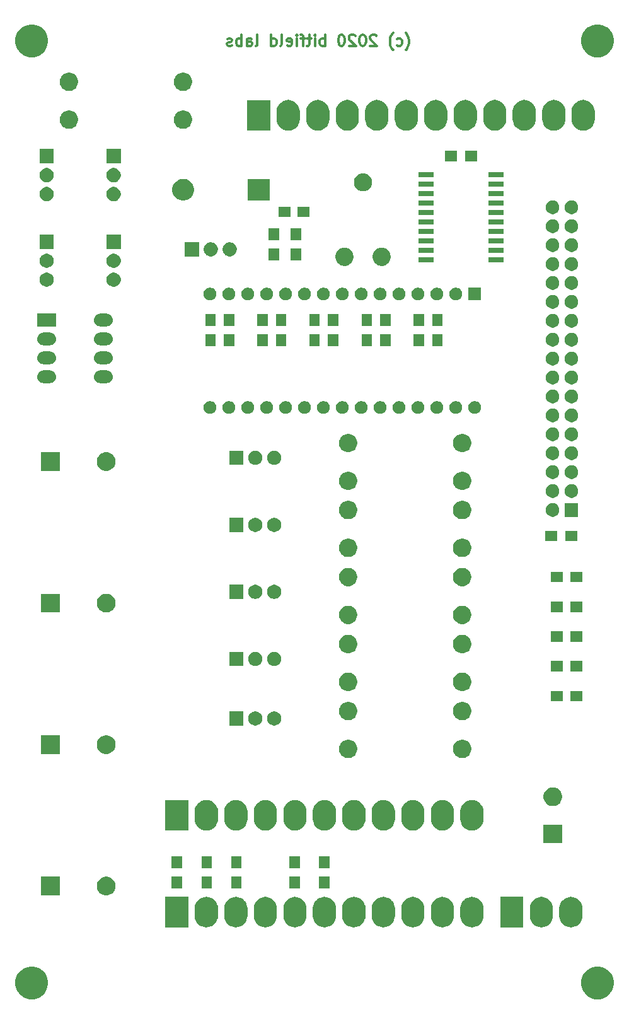
<source format=gbs>
G04 #@! TF.GenerationSoftware,KiCad,Pcbnew,5.1.5*
G04 #@! TF.CreationDate,2020-02-09T19:17:16+01:00*
G04 #@! TF.ProjectId,afterglow_gi_nano_ps,61667465-7267-46c6-9f77-5f67695f6e61,rev?*
G04 #@! TF.SameCoordinates,Original*
G04 #@! TF.FileFunction,Soldermask,Bot*
G04 #@! TF.FilePolarity,Negative*
%FSLAX46Y46*%
G04 Gerber Fmt 4.6, Leading zero omitted, Abs format (unit mm)*
G04 Created by KiCad (PCBNEW 5.1.5) date 2020-02-09 19:17:16*
%MOMM*%
%LPD*%
G04 APERTURE LIST*
%ADD10C,0.300000*%
%ADD11C,0.100000*%
G04 APERTURE END LIST*
D10*
X89750000Y-16250000D02*
X89821428Y-16178571D01*
X89964285Y-15964285D01*
X90035714Y-15821428D01*
X90107142Y-15607142D01*
X90178571Y-15250000D01*
X90178571Y-14964285D01*
X90107142Y-14607142D01*
X90035714Y-14392857D01*
X89964285Y-14250000D01*
X89821428Y-14035714D01*
X89750000Y-13964285D01*
X88535714Y-15607142D02*
X88678571Y-15678571D01*
X88964285Y-15678571D01*
X89107142Y-15607142D01*
X89178571Y-15535714D01*
X89250000Y-15392857D01*
X89250000Y-14964285D01*
X89178571Y-14821428D01*
X89107142Y-14750000D01*
X88964285Y-14678571D01*
X88678571Y-14678571D01*
X88535714Y-14750000D01*
X88035714Y-16250000D02*
X87964285Y-16178571D01*
X87821428Y-15964285D01*
X87750000Y-15821428D01*
X87678571Y-15607142D01*
X87607142Y-15250000D01*
X87607142Y-14964285D01*
X87678571Y-14607142D01*
X87750000Y-14392857D01*
X87821428Y-14250000D01*
X87964285Y-14035714D01*
X88035714Y-13964285D01*
X85821428Y-14321428D02*
X85750000Y-14250000D01*
X85607142Y-14178571D01*
X85250000Y-14178571D01*
X85107142Y-14250000D01*
X85035714Y-14321428D01*
X84964285Y-14464285D01*
X84964285Y-14607142D01*
X85035714Y-14821428D01*
X85892857Y-15678571D01*
X84964285Y-15678571D01*
X84035714Y-14178571D02*
X83892857Y-14178571D01*
X83750000Y-14250000D01*
X83678571Y-14321428D01*
X83607142Y-14464285D01*
X83535714Y-14750000D01*
X83535714Y-15107142D01*
X83607142Y-15392857D01*
X83678571Y-15535714D01*
X83750000Y-15607142D01*
X83892857Y-15678571D01*
X84035714Y-15678571D01*
X84178571Y-15607142D01*
X84250000Y-15535714D01*
X84321428Y-15392857D01*
X84392857Y-15107142D01*
X84392857Y-14750000D01*
X84321428Y-14464285D01*
X84250000Y-14321428D01*
X84178571Y-14250000D01*
X84035714Y-14178571D01*
X82964285Y-14321428D02*
X82892857Y-14250000D01*
X82750000Y-14178571D01*
X82392857Y-14178571D01*
X82250000Y-14250000D01*
X82178571Y-14321428D01*
X82107142Y-14464285D01*
X82107142Y-14607142D01*
X82178571Y-14821428D01*
X83035714Y-15678571D01*
X82107142Y-15678571D01*
X81178571Y-14178571D02*
X81035714Y-14178571D01*
X80892857Y-14250000D01*
X80821428Y-14321428D01*
X80750000Y-14464285D01*
X80678571Y-14750000D01*
X80678571Y-15107142D01*
X80750000Y-15392857D01*
X80821428Y-15535714D01*
X80892857Y-15607142D01*
X81035714Y-15678571D01*
X81178571Y-15678571D01*
X81321428Y-15607142D01*
X81392857Y-15535714D01*
X81464285Y-15392857D01*
X81535714Y-15107142D01*
X81535714Y-14750000D01*
X81464285Y-14464285D01*
X81392857Y-14321428D01*
X81321428Y-14250000D01*
X81178571Y-14178571D01*
X78892857Y-15678571D02*
X78892857Y-14178571D01*
X78892857Y-14750000D02*
X78750000Y-14678571D01*
X78464285Y-14678571D01*
X78321428Y-14750000D01*
X78250000Y-14821428D01*
X78178571Y-14964285D01*
X78178571Y-15392857D01*
X78250000Y-15535714D01*
X78321428Y-15607142D01*
X78464285Y-15678571D01*
X78750000Y-15678571D01*
X78892857Y-15607142D01*
X77535714Y-15678571D02*
X77535714Y-14678571D01*
X77535714Y-14178571D02*
X77607142Y-14250000D01*
X77535714Y-14321428D01*
X77464285Y-14250000D01*
X77535714Y-14178571D01*
X77535714Y-14321428D01*
X77035714Y-14678571D02*
X76464285Y-14678571D01*
X76821428Y-14178571D02*
X76821428Y-15464285D01*
X76750000Y-15607142D01*
X76607142Y-15678571D01*
X76464285Y-15678571D01*
X76178571Y-14678571D02*
X75607142Y-14678571D01*
X75964285Y-15678571D02*
X75964285Y-14392857D01*
X75892857Y-14250000D01*
X75750000Y-14178571D01*
X75607142Y-14178571D01*
X75107142Y-15678571D02*
X75107142Y-14678571D01*
X75107142Y-14178571D02*
X75178571Y-14250000D01*
X75107142Y-14321428D01*
X75035714Y-14250000D01*
X75107142Y-14178571D01*
X75107142Y-14321428D01*
X73821428Y-15607142D02*
X73964285Y-15678571D01*
X74250000Y-15678571D01*
X74392857Y-15607142D01*
X74464285Y-15464285D01*
X74464285Y-14892857D01*
X74392857Y-14750000D01*
X74250000Y-14678571D01*
X73964285Y-14678571D01*
X73821428Y-14750000D01*
X73750000Y-14892857D01*
X73750000Y-15035714D01*
X74464285Y-15178571D01*
X72892857Y-15678571D02*
X73035714Y-15607142D01*
X73107142Y-15464285D01*
X73107142Y-14178571D01*
X71678571Y-15678571D02*
X71678571Y-14178571D01*
X71678571Y-15607142D02*
X71821428Y-15678571D01*
X72107142Y-15678571D01*
X72250000Y-15607142D01*
X72321428Y-15535714D01*
X72392857Y-15392857D01*
X72392857Y-14964285D01*
X72321428Y-14821428D01*
X72250000Y-14750000D01*
X72107142Y-14678571D01*
X71821428Y-14678571D01*
X71678571Y-14750000D01*
X69607142Y-15678571D02*
X69750000Y-15607142D01*
X69821428Y-15464285D01*
X69821428Y-14178571D01*
X68392857Y-15678571D02*
X68392857Y-14892857D01*
X68464285Y-14750000D01*
X68607142Y-14678571D01*
X68892857Y-14678571D01*
X69035714Y-14750000D01*
X68392857Y-15607142D02*
X68535714Y-15678571D01*
X68892857Y-15678571D01*
X69035714Y-15607142D01*
X69107142Y-15464285D01*
X69107142Y-15321428D01*
X69035714Y-15178571D01*
X68892857Y-15107142D01*
X68535714Y-15107142D01*
X68392857Y-15035714D01*
X67678571Y-15678571D02*
X67678571Y-14178571D01*
X67678571Y-14750000D02*
X67535714Y-14678571D01*
X67250000Y-14678571D01*
X67107142Y-14750000D01*
X67035714Y-14821428D01*
X66964285Y-14964285D01*
X66964285Y-15392857D01*
X67035714Y-15535714D01*
X67107142Y-15607142D01*
X67250000Y-15678571D01*
X67535714Y-15678571D01*
X67678571Y-15607142D01*
X66392857Y-15607142D02*
X66250000Y-15678571D01*
X65964285Y-15678571D01*
X65821428Y-15607142D01*
X65750000Y-15464285D01*
X65750000Y-15392857D01*
X65821428Y-15250000D01*
X65964285Y-15178571D01*
X66178571Y-15178571D01*
X66321428Y-15107142D01*
X66392857Y-14964285D01*
X66392857Y-14892857D01*
X66321428Y-14750000D01*
X66178571Y-14678571D01*
X65964285Y-14678571D01*
X65821428Y-14750000D01*
D11*
G36*
X116142007Y-139383582D02*
G01*
X116542563Y-139549498D01*
X116542565Y-139549499D01*
X116903056Y-139790371D01*
X117209629Y-140096944D01*
X117450501Y-140457435D01*
X117450502Y-140457437D01*
X117616418Y-140857993D01*
X117701000Y-141283219D01*
X117701000Y-141716781D01*
X117616418Y-142142007D01*
X117450502Y-142542563D01*
X117450501Y-142542565D01*
X117209629Y-142903056D01*
X116903056Y-143209629D01*
X116542565Y-143450501D01*
X116542564Y-143450502D01*
X116542563Y-143450502D01*
X116142007Y-143616418D01*
X115716781Y-143701000D01*
X115283219Y-143701000D01*
X114857993Y-143616418D01*
X114457437Y-143450502D01*
X114457436Y-143450502D01*
X114457435Y-143450501D01*
X114096944Y-143209629D01*
X113790371Y-142903056D01*
X113549499Y-142542565D01*
X113549498Y-142542563D01*
X113383582Y-142142007D01*
X113299000Y-141716781D01*
X113299000Y-141283219D01*
X113383582Y-140857993D01*
X113549498Y-140457437D01*
X113549499Y-140457435D01*
X113790371Y-140096944D01*
X114096944Y-139790371D01*
X114457435Y-139549499D01*
X114457437Y-139549498D01*
X114857993Y-139383582D01*
X115283219Y-139299000D01*
X115716781Y-139299000D01*
X116142007Y-139383582D01*
G37*
G36*
X40142007Y-139383582D02*
G01*
X40542563Y-139549498D01*
X40542565Y-139549499D01*
X40903056Y-139790371D01*
X41209629Y-140096944D01*
X41450501Y-140457435D01*
X41450502Y-140457437D01*
X41616418Y-140857993D01*
X41701000Y-141283219D01*
X41701000Y-141716781D01*
X41616418Y-142142007D01*
X41450502Y-142542563D01*
X41450501Y-142542565D01*
X41209629Y-142903056D01*
X40903056Y-143209629D01*
X40542565Y-143450501D01*
X40542564Y-143450502D01*
X40542563Y-143450502D01*
X40142007Y-143616418D01*
X39716781Y-143701000D01*
X39283219Y-143701000D01*
X38857993Y-143616418D01*
X38457437Y-143450502D01*
X38457436Y-143450502D01*
X38457435Y-143450501D01*
X38096944Y-143209629D01*
X37790371Y-142903056D01*
X37549499Y-142542565D01*
X37549498Y-142542563D01*
X37383582Y-142142007D01*
X37299000Y-141716781D01*
X37299000Y-141283219D01*
X37383582Y-140857993D01*
X37549498Y-140457437D01*
X37549499Y-140457435D01*
X37790371Y-140096944D01*
X38096944Y-139790371D01*
X38457435Y-139549499D01*
X38457437Y-139549498D01*
X38857993Y-139383582D01*
X39283219Y-139299000D01*
X39716781Y-139299000D01*
X40142007Y-139383582D01*
G37*
G36*
X98925648Y-129971442D02*
G01*
X99218013Y-130060130D01*
X99218015Y-130060131D01*
X99487456Y-130204150D01*
X99487458Y-130204151D01*
X99487457Y-130204151D01*
X99723629Y-130397971D01*
X99810995Y-130504426D01*
X99917450Y-130634142D01*
X100061469Y-130903584D01*
X100061470Y-130903586D01*
X100150158Y-131195951D01*
X100172600Y-131423810D01*
X100172600Y-132576190D01*
X100150158Y-132804049D01*
X100061470Y-133096414D01*
X100061469Y-133096416D01*
X99917450Y-133365858D01*
X99723629Y-133602029D01*
X99487458Y-133795850D01*
X99218016Y-133939869D01*
X99218014Y-133939870D01*
X98925649Y-134028558D01*
X98621600Y-134058504D01*
X98317552Y-134028558D01*
X98025187Y-133939870D01*
X98025185Y-133939869D01*
X97755743Y-133795850D01*
X97519572Y-133602029D01*
X97325751Y-133365858D01*
X97181730Y-133096414D01*
X97093042Y-132804049D01*
X97070600Y-132576190D01*
X97070600Y-131423811D01*
X97093042Y-131195952D01*
X97181730Y-130903587D01*
X97325751Y-130634143D01*
X97519571Y-130397971D01*
X97626026Y-130310605D01*
X97755742Y-130204150D01*
X98025184Y-130060131D01*
X98025186Y-130060130D01*
X98317551Y-129971442D01*
X98621600Y-129941496D01*
X98925648Y-129971442D01*
G37*
G36*
X108266448Y-129971442D02*
G01*
X108558813Y-130060130D01*
X108558815Y-130060131D01*
X108828256Y-130204150D01*
X108828258Y-130204151D01*
X108828257Y-130204151D01*
X109064429Y-130397971D01*
X109151795Y-130504426D01*
X109258250Y-130634142D01*
X109402269Y-130903584D01*
X109402270Y-130903586D01*
X109490958Y-131195951D01*
X109513400Y-131423810D01*
X109513400Y-132576190D01*
X109490958Y-132804049D01*
X109402270Y-133096414D01*
X109402269Y-133096416D01*
X109258250Y-133365858D01*
X109064429Y-133602029D01*
X108828258Y-133795850D01*
X108558816Y-133939869D01*
X108558814Y-133939870D01*
X108266449Y-134028558D01*
X107962400Y-134058504D01*
X107658352Y-134028558D01*
X107365987Y-133939870D01*
X107365985Y-133939869D01*
X107096543Y-133795850D01*
X106860372Y-133602029D01*
X106666551Y-133365858D01*
X106522530Y-133096414D01*
X106433842Y-132804049D01*
X106411400Y-132576190D01*
X106411400Y-131423811D01*
X106433842Y-131195952D01*
X106522530Y-130903587D01*
X106666551Y-130634143D01*
X106860371Y-130397971D01*
X106966826Y-130310605D01*
X107096542Y-130204150D01*
X107365984Y-130060131D01*
X107365986Y-130060130D01*
X107658351Y-129971442D01*
X107962400Y-129941496D01*
X108266448Y-129971442D01*
G37*
G36*
X112228848Y-129971442D02*
G01*
X112521213Y-130060130D01*
X112521215Y-130060131D01*
X112790656Y-130204150D01*
X112790658Y-130204151D01*
X112790657Y-130204151D01*
X113026829Y-130397971D01*
X113114195Y-130504426D01*
X113220650Y-130634142D01*
X113364669Y-130903584D01*
X113364670Y-130903586D01*
X113453358Y-131195951D01*
X113475800Y-131423810D01*
X113475800Y-132576190D01*
X113453358Y-132804049D01*
X113364670Y-133096414D01*
X113364669Y-133096416D01*
X113220650Y-133365858D01*
X113026829Y-133602029D01*
X112790658Y-133795850D01*
X112521216Y-133939869D01*
X112521214Y-133939870D01*
X112228849Y-134028558D01*
X111924800Y-134058504D01*
X111620752Y-134028558D01*
X111328387Y-133939870D01*
X111328385Y-133939869D01*
X111058943Y-133795850D01*
X110822772Y-133602029D01*
X110628951Y-133365858D01*
X110484930Y-133096414D01*
X110396242Y-132804049D01*
X110373800Y-132576190D01*
X110373800Y-131423811D01*
X110396242Y-131195952D01*
X110484930Y-130903587D01*
X110628951Y-130634143D01*
X110822771Y-130397971D01*
X110929226Y-130310605D01*
X111058942Y-130204150D01*
X111328384Y-130060131D01*
X111328386Y-130060130D01*
X111620751Y-129971442D01*
X111924800Y-129941496D01*
X112228848Y-129971442D01*
G37*
G36*
X63266448Y-129971442D02*
G01*
X63558813Y-130060130D01*
X63558815Y-130060131D01*
X63828256Y-130204150D01*
X63828258Y-130204151D01*
X63828257Y-130204151D01*
X64064429Y-130397971D01*
X64151795Y-130504426D01*
X64258250Y-130634142D01*
X64402269Y-130903584D01*
X64402270Y-130903586D01*
X64490958Y-131195951D01*
X64513400Y-131423810D01*
X64513400Y-132576190D01*
X64490958Y-132804049D01*
X64402270Y-133096414D01*
X64402269Y-133096416D01*
X64258250Y-133365858D01*
X64064429Y-133602029D01*
X63828258Y-133795850D01*
X63558816Y-133939869D01*
X63558814Y-133939870D01*
X63266449Y-134028558D01*
X62962400Y-134058504D01*
X62658352Y-134028558D01*
X62365987Y-133939870D01*
X62365985Y-133939869D01*
X62096543Y-133795850D01*
X61860372Y-133602029D01*
X61666551Y-133365858D01*
X61522530Y-133096414D01*
X61433842Y-132804049D01*
X61411400Y-132576190D01*
X61411400Y-131423811D01*
X61433842Y-131195952D01*
X61522530Y-130903587D01*
X61666551Y-130634143D01*
X61860371Y-130397971D01*
X61966826Y-130310605D01*
X62096542Y-130204150D01*
X62365984Y-130060131D01*
X62365986Y-130060130D01*
X62658351Y-129971442D01*
X62962400Y-129941496D01*
X63266448Y-129971442D01*
G37*
G36*
X67228848Y-129971442D02*
G01*
X67521213Y-130060130D01*
X67521215Y-130060131D01*
X67790656Y-130204150D01*
X67790658Y-130204151D01*
X67790657Y-130204151D01*
X68026829Y-130397971D01*
X68114195Y-130504426D01*
X68220650Y-130634142D01*
X68364669Y-130903584D01*
X68364670Y-130903586D01*
X68453358Y-131195951D01*
X68475800Y-131423810D01*
X68475800Y-132576190D01*
X68453358Y-132804049D01*
X68364670Y-133096414D01*
X68364669Y-133096416D01*
X68220650Y-133365858D01*
X68026829Y-133602029D01*
X67790658Y-133795850D01*
X67521216Y-133939869D01*
X67521214Y-133939870D01*
X67228849Y-134028558D01*
X66924800Y-134058504D01*
X66620752Y-134028558D01*
X66328387Y-133939870D01*
X66328385Y-133939869D01*
X66058943Y-133795850D01*
X65822772Y-133602029D01*
X65628951Y-133365858D01*
X65484930Y-133096414D01*
X65396242Y-132804049D01*
X65373800Y-132576190D01*
X65373800Y-131423811D01*
X65396242Y-131195952D01*
X65484930Y-130903587D01*
X65628951Y-130634143D01*
X65822771Y-130397971D01*
X65929226Y-130310605D01*
X66058942Y-130204150D01*
X66328384Y-130060131D01*
X66328386Y-130060130D01*
X66620751Y-129971442D01*
X66924800Y-129941496D01*
X67228848Y-129971442D01*
G37*
G36*
X71191248Y-129971442D02*
G01*
X71483613Y-130060130D01*
X71483615Y-130060131D01*
X71753056Y-130204150D01*
X71753058Y-130204151D01*
X71753057Y-130204151D01*
X71989229Y-130397971D01*
X72076595Y-130504426D01*
X72183050Y-130634142D01*
X72327069Y-130903584D01*
X72327070Y-130903586D01*
X72415758Y-131195951D01*
X72438200Y-131423810D01*
X72438200Y-132576190D01*
X72415758Y-132804049D01*
X72327070Y-133096414D01*
X72327069Y-133096416D01*
X72183050Y-133365858D01*
X71989229Y-133602029D01*
X71753058Y-133795850D01*
X71483616Y-133939869D01*
X71483614Y-133939870D01*
X71191249Y-134028558D01*
X70887200Y-134058504D01*
X70583152Y-134028558D01*
X70290787Y-133939870D01*
X70290785Y-133939869D01*
X70021343Y-133795850D01*
X69785172Y-133602029D01*
X69591351Y-133365858D01*
X69447330Y-133096414D01*
X69358642Y-132804049D01*
X69336200Y-132576190D01*
X69336200Y-131423811D01*
X69358642Y-131195952D01*
X69447330Y-130903587D01*
X69591351Y-130634143D01*
X69785171Y-130397971D01*
X69891626Y-130310605D01*
X70021342Y-130204150D01*
X70290784Y-130060131D01*
X70290786Y-130060130D01*
X70583151Y-129971442D01*
X70887200Y-129941496D01*
X71191248Y-129971442D01*
G37*
G36*
X75153648Y-129971442D02*
G01*
X75446013Y-130060130D01*
X75446015Y-130060131D01*
X75715456Y-130204150D01*
X75715458Y-130204151D01*
X75715457Y-130204151D01*
X75951629Y-130397971D01*
X76038995Y-130504426D01*
X76145450Y-130634142D01*
X76289469Y-130903584D01*
X76289470Y-130903586D01*
X76378158Y-131195951D01*
X76400600Y-131423810D01*
X76400600Y-132576190D01*
X76378158Y-132804049D01*
X76289470Y-133096414D01*
X76289469Y-133096416D01*
X76145450Y-133365858D01*
X75951629Y-133602029D01*
X75715458Y-133795850D01*
X75446016Y-133939869D01*
X75446014Y-133939870D01*
X75153649Y-134028558D01*
X74849600Y-134058504D01*
X74545552Y-134028558D01*
X74253187Y-133939870D01*
X74253185Y-133939869D01*
X73983743Y-133795850D01*
X73747572Y-133602029D01*
X73553751Y-133365858D01*
X73409730Y-133096414D01*
X73321042Y-132804049D01*
X73298600Y-132576190D01*
X73298600Y-131423811D01*
X73321042Y-131195952D01*
X73409730Y-130903587D01*
X73553751Y-130634143D01*
X73747571Y-130397971D01*
X73854026Y-130310605D01*
X73983742Y-130204150D01*
X74253184Y-130060131D01*
X74253186Y-130060130D01*
X74545551Y-129971442D01*
X74849600Y-129941496D01*
X75153648Y-129971442D01*
G37*
G36*
X83078448Y-129971442D02*
G01*
X83370813Y-130060130D01*
X83370815Y-130060131D01*
X83640256Y-130204150D01*
X83640258Y-130204151D01*
X83640257Y-130204151D01*
X83876429Y-130397971D01*
X83963795Y-130504426D01*
X84070250Y-130634142D01*
X84214269Y-130903584D01*
X84214270Y-130903586D01*
X84302958Y-131195951D01*
X84325400Y-131423810D01*
X84325400Y-132576190D01*
X84302958Y-132804049D01*
X84214270Y-133096414D01*
X84214269Y-133096416D01*
X84070250Y-133365858D01*
X83876429Y-133602029D01*
X83640258Y-133795850D01*
X83370816Y-133939869D01*
X83370814Y-133939870D01*
X83078449Y-134028558D01*
X82774400Y-134058504D01*
X82470352Y-134028558D01*
X82177987Y-133939870D01*
X82177985Y-133939869D01*
X81908543Y-133795850D01*
X81672372Y-133602029D01*
X81478551Y-133365858D01*
X81334530Y-133096414D01*
X81245842Y-132804049D01*
X81223400Y-132576190D01*
X81223400Y-131423811D01*
X81245842Y-131195952D01*
X81334530Y-130903587D01*
X81478551Y-130634143D01*
X81672371Y-130397971D01*
X81778826Y-130310605D01*
X81908542Y-130204150D01*
X82177984Y-130060131D01*
X82177986Y-130060130D01*
X82470351Y-129971442D01*
X82774400Y-129941496D01*
X83078448Y-129971442D01*
G37*
G36*
X87040848Y-129971442D02*
G01*
X87333213Y-130060130D01*
X87333215Y-130060131D01*
X87602656Y-130204150D01*
X87602658Y-130204151D01*
X87602657Y-130204151D01*
X87838829Y-130397971D01*
X87926195Y-130504426D01*
X88032650Y-130634142D01*
X88176669Y-130903584D01*
X88176670Y-130903586D01*
X88265358Y-131195951D01*
X88287800Y-131423810D01*
X88287800Y-132576190D01*
X88265358Y-132804049D01*
X88176670Y-133096414D01*
X88176669Y-133096416D01*
X88032650Y-133365858D01*
X87838829Y-133602029D01*
X87602658Y-133795850D01*
X87333216Y-133939869D01*
X87333214Y-133939870D01*
X87040849Y-134028558D01*
X86736800Y-134058504D01*
X86432752Y-134028558D01*
X86140387Y-133939870D01*
X86140385Y-133939869D01*
X85870943Y-133795850D01*
X85634772Y-133602029D01*
X85440951Y-133365858D01*
X85296930Y-133096414D01*
X85208242Y-132804049D01*
X85185800Y-132576190D01*
X85185800Y-131423811D01*
X85208242Y-131195952D01*
X85296930Y-130903587D01*
X85440951Y-130634143D01*
X85634771Y-130397971D01*
X85741226Y-130310605D01*
X85870942Y-130204150D01*
X86140384Y-130060131D01*
X86140386Y-130060130D01*
X86432751Y-129971442D01*
X86736800Y-129941496D01*
X87040848Y-129971442D01*
G37*
G36*
X91003248Y-129971442D02*
G01*
X91295613Y-130060130D01*
X91295615Y-130060131D01*
X91565056Y-130204150D01*
X91565058Y-130204151D01*
X91565057Y-130204151D01*
X91801229Y-130397971D01*
X91888595Y-130504426D01*
X91995050Y-130634142D01*
X92139069Y-130903584D01*
X92139070Y-130903586D01*
X92227758Y-131195951D01*
X92250200Y-131423810D01*
X92250200Y-132576190D01*
X92227758Y-132804049D01*
X92139070Y-133096414D01*
X92139069Y-133096416D01*
X91995050Y-133365858D01*
X91801229Y-133602029D01*
X91565058Y-133795850D01*
X91295616Y-133939869D01*
X91295614Y-133939870D01*
X91003249Y-134028558D01*
X90699200Y-134058504D01*
X90395152Y-134028558D01*
X90102787Y-133939870D01*
X90102785Y-133939869D01*
X89833343Y-133795850D01*
X89597172Y-133602029D01*
X89403351Y-133365858D01*
X89259330Y-133096414D01*
X89170642Y-132804049D01*
X89148200Y-132576190D01*
X89148200Y-131423811D01*
X89170642Y-131195952D01*
X89259330Y-130903587D01*
X89403351Y-130634143D01*
X89597171Y-130397971D01*
X89703626Y-130310605D01*
X89833342Y-130204150D01*
X90102784Y-130060131D01*
X90102786Y-130060130D01*
X90395151Y-129971442D01*
X90699200Y-129941496D01*
X91003248Y-129971442D01*
G37*
G36*
X94965648Y-129971442D02*
G01*
X95258013Y-130060130D01*
X95258015Y-130060131D01*
X95527456Y-130204150D01*
X95527458Y-130204151D01*
X95527457Y-130204151D01*
X95763629Y-130397971D01*
X95850995Y-130504426D01*
X95957450Y-130634142D01*
X96101469Y-130903584D01*
X96101470Y-130903586D01*
X96190158Y-131195951D01*
X96212600Y-131423810D01*
X96212600Y-132576190D01*
X96190158Y-132804049D01*
X96101470Y-133096414D01*
X96101469Y-133096416D01*
X95957450Y-133365858D01*
X95763629Y-133602029D01*
X95527458Y-133795850D01*
X95258016Y-133939869D01*
X95258014Y-133939870D01*
X94965649Y-134028558D01*
X94661600Y-134058504D01*
X94357552Y-134028558D01*
X94065187Y-133939870D01*
X94065185Y-133939869D01*
X93795743Y-133795850D01*
X93559572Y-133602029D01*
X93365751Y-133365858D01*
X93221730Y-133096414D01*
X93133042Y-132804049D01*
X93110600Y-132576190D01*
X93110600Y-131423811D01*
X93133042Y-131195952D01*
X93221730Y-130903587D01*
X93365751Y-130634143D01*
X93559571Y-130397971D01*
X93666026Y-130310605D01*
X93795742Y-130204150D01*
X94065184Y-130060131D01*
X94065186Y-130060130D01*
X94357551Y-129971442D01*
X94661600Y-129941496D01*
X94965648Y-129971442D01*
G37*
G36*
X79116048Y-129971442D02*
G01*
X79408413Y-130060130D01*
X79408415Y-130060131D01*
X79677856Y-130204150D01*
X79677858Y-130204151D01*
X79677857Y-130204151D01*
X79914029Y-130397971D01*
X80001395Y-130504426D01*
X80107850Y-130634142D01*
X80251869Y-130903584D01*
X80251870Y-130903586D01*
X80340558Y-131195951D01*
X80363000Y-131423810D01*
X80363000Y-132576190D01*
X80340558Y-132804049D01*
X80251870Y-133096414D01*
X80251869Y-133096416D01*
X80107850Y-133365858D01*
X79914029Y-133602029D01*
X79677858Y-133795850D01*
X79408416Y-133939869D01*
X79408414Y-133939870D01*
X79116049Y-134028558D01*
X78812000Y-134058504D01*
X78507952Y-134028558D01*
X78215587Y-133939870D01*
X78215585Y-133939869D01*
X77946143Y-133795850D01*
X77709972Y-133602029D01*
X77516151Y-133365858D01*
X77372130Y-133096414D01*
X77283442Y-132804049D01*
X77261000Y-132576190D01*
X77261000Y-131423811D01*
X77283442Y-131195952D01*
X77372130Y-130903587D01*
X77516151Y-130634143D01*
X77709971Y-130397971D01*
X77816426Y-130310605D01*
X77946142Y-130204150D01*
X78215584Y-130060131D01*
X78215586Y-130060130D01*
X78507951Y-129971442D01*
X78812000Y-129941496D01*
X79116048Y-129971442D01*
G37*
G36*
X105551000Y-134051000D02*
G01*
X102449000Y-134051000D01*
X102449000Y-129949000D01*
X105551000Y-129949000D01*
X105551000Y-134051000D01*
G37*
G36*
X60551000Y-134051000D02*
G01*
X57449000Y-134051000D01*
X57449000Y-129949000D01*
X60551000Y-129949000D01*
X60551000Y-134051000D01*
G37*
G36*
X43251000Y-129751000D02*
G01*
X40749000Y-129751000D01*
X40749000Y-127249000D01*
X43251000Y-127249000D01*
X43251000Y-129751000D01*
G37*
G36*
X49864903Y-127297075D02*
G01*
X50092571Y-127391378D01*
X50297466Y-127528285D01*
X50471715Y-127702534D01*
X50608622Y-127907429D01*
X50702925Y-128135097D01*
X50751000Y-128376787D01*
X50751000Y-128623213D01*
X50702925Y-128864903D01*
X50608622Y-129092571D01*
X50471715Y-129297466D01*
X50297466Y-129471715D01*
X50092571Y-129608622D01*
X50092570Y-129608623D01*
X50092569Y-129608623D01*
X49864903Y-129702925D01*
X49623214Y-129751000D01*
X49376786Y-129751000D01*
X49135097Y-129702925D01*
X48907431Y-129608623D01*
X48907430Y-129608623D01*
X48907429Y-129608622D01*
X48702534Y-129471715D01*
X48528285Y-129297466D01*
X48391378Y-129092571D01*
X48297075Y-128864903D01*
X48249000Y-128623213D01*
X48249000Y-128376787D01*
X48297075Y-128135097D01*
X48391378Y-127907429D01*
X48528285Y-127702534D01*
X48702534Y-127528285D01*
X48907429Y-127391378D01*
X49135097Y-127297075D01*
X49376786Y-127249000D01*
X49623214Y-127249000D01*
X49864903Y-127297075D01*
G37*
G36*
X67701000Y-128801000D02*
G01*
X66299000Y-128801000D01*
X66299000Y-127199000D01*
X67701000Y-127199000D01*
X67701000Y-128801000D01*
G37*
G36*
X59701000Y-128801000D02*
G01*
X58299000Y-128801000D01*
X58299000Y-127199000D01*
X59701000Y-127199000D01*
X59701000Y-128801000D01*
G37*
G36*
X75501000Y-128801000D02*
G01*
X74099000Y-128801000D01*
X74099000Y-127199000D01*
X75501000Y-127199000D01*
X75501000Y-128801000D01*
G37*
G36*
X79501000Y-128801000D02*
G01*
X78099000Y-128801000D01*
X78099000Y-127199000D01*
X79501000Y-127199000D01*
X79501000Y-128801000D01*
G37*
G36*
X63701000Y-128801000D02*
G01*
X62299000Y-128801000D01*
X62299000Y-127199000D01*
X63701000Y-127199000D01*
X63701000Y-128801000D01*
G37*
G36*
X79501000Y-126101000D02*
G01*
X78099000Y-126101000D01*
X78099000Y-124499000D01*
X79501000Y-124499000D01*
X79501000Y-126101000D01*
G37*
G36*
X59701000Y-126101000D02*
G01*
X58299000Y-126101000D01*
X58299000Y-124499000D01*
X59701000Y-124499000D01*
X59701000Y-126101000D01*
G37*
G36*
X75501000Y-126101000D02*
G01*
X74099000Y-126101000D01*
X74099000Y-124499000D01*
X75501000Y-124499000D01*
X75501000Y-126101000D01*
G37*
G36*
X63701000Y-126101000D02*
G01*
X62299000Y-126101000D01*
X62299000Y-124499000D01*
X63701000Y-124499000D01*
X63701000Y-126101000D01*
G37*
G36*
X67701000Y-126101000D02*
G01*
X66299000Y-126101000D01*
X66299000Y-124499000D01*
X67701000Y-124499000D01*
X67701000Y-126101000D01*
G37*
G36*
X110751000Y-122751000D02*
G01*
X108249000Y-122751000D01*
X108249000Y-120249000D01*
X110751000Y-120249000D01*
X110751000Y-122751000D01*
G37*
G36*
X75153648Y-116971442D02*
G01*
X75446013Y-117060130D01*
X75446015Y-117060131D01*
X75715456Y-117204150D01*
X75715458Y-117204151D01*
X75715457Y-117204151D01*
X75951629Y-117397971D01*
X76012149Y-117471715D01*
X76145450Y-117634142D01*
X76289469Y-117903584D01*
X76289470Y-117903586D01*
X76378158Y-118195951D01*
X76400600Y-118423810D01*
X76400600Y-119576190D01*
X76378158Y-119804049D01*
X76289470Y-120096414D01*
X76289469Y-120096416D01*
X76145450Y-120365858D01*
X75951629Y-120602029D01*
X75715458Y-120795850D01*
X75446016Y-120939869D01*
X75446014Y-120939870D01*
X75153649Y-121028558D01*
X74849600Y-121058504D01*
X74545552Y-121028558D01*
X74253187Y-120939870D01*
X74253185Y-120939869D01*
X73983743Y-120795850D01*
X73747572Y-120602029D01*
X73553751Y-120365858D01*
X73409730Y-120096414D01*
X73321042Y-119804049D01*
X73298600Y-119576190D01*
X73298600Y-118423811D01*
X73321042Y-118195952D01*
X73409730Y-117903587D01*
X73409732Y-117903584D01*
X73553750Y-117634144D01*
X73583222Y-117598232D01*
X73747571Y-117397971D01*
X73870039Y-117297464D01*
X73983742Y-117204150D01*
X74253184Y-117060131D01*
X74253186Y-117060130D01*
X74545551Y-116971442D01*
X74849600Y-116941496D01*
X75153648Y-116971442D01*
G37*
G36*
X63266448Y-116971442D02*
G01*
X63558813Y-117060130D01*
X63558815Y-117060131D01*
X63828256Y-117204150D01*
X63828258Y-117204151D01*
X63828257Y-117204151D01*
X64064429Y-117397971D01*
X64124949Y-117471715D01*
X64258250Y-117634142D01*
X64402269Y-117903584D01*
X64402270Y-117903586D01*
X64490958Y-118195951D01*
X64513400Y-118423810D01*
X64513400Y-119576190D01*
X64490958Y-119804049D01*
X64402270Y-120096414D01*
X64402269Y-120096416D01*
X64258250Y-120365858D01*
X64064429Y-120602029D01*
X63828258Y-120795850D01*
X63558816Y-120939869D01*
X63558814Y-120939870D01*
X63266449Y-121028558D01*
X62962400Y-121058504D01*
X62658352Y-121028558D01*
X62365987Y-120939870D01*
X62365985Y-120939869D01*
X62096543Y-120795850D01*
X61860372Y-120602029D01*
X61666551Y-120365858D01*
X61522530Y-120096414D01*
X61433842Y-119804049D01*
X61411400Y-119576190D01*
X61411400Y-118423811D01*
X61433842Y-118195952D01*
X61522530Y-117903587D01*
X61522532Y-117903584D01*
X61666550Y-117634144D01*
X61696022Y-117598232D01*
X61860371Y-117397971D01*
X61982839Y-117297464D01*
X62096542Y-117204150D01*
X62365984Y-117060131D01*
X62365986Y-117060130D01*
X62658351Y-116971442D01*
X62962400Y-116941496D01*
X63266448Y-116971442D01*
G37*
G36*
X67228848Y-116971442D02*
G01*
X67521213Y-117060130D01*
X67521215Y-117060131D01*
X67790656Y-117204150D01*
X67790658Y-117204151D01*
X67790657Y-117204151D01*
X68026829Y-117397971D01*
X68087349Y-117471715D01*
X68220650Y-117634142D01*
X68364669Y-117903584D01*
X68364670Y-117903586D01*
X68453358Y-118195951D01*
X68475800Y-118423810D01*
X68475800Y-119576190D01*
X68453358Y-119804049D01*
X68364670Y-120096414D01*
X68364669Y-120096416D01*
X68220650Y-120365858D01*
X68026829Y-120602029D01*
X67790658Y-120795850D01*
X67521216Y-120939869D01*
X67521214Y-120939870D01*
X67228849Y-121028558D01*
X66924800Y-121058504D01*
X66620752Y-121028558D01*
X66328387Y-120939870D01*
X66328385Y-120939869D01*
X66058943Y-120795850D01*
X65822772Y-120602029D01*
X65628951Y-120365858D01*
X65484930Y-120096414D01*
X65396242Y-119804049D01*
X65373800Y-119576190D01*
X65373800Y-118423811D01*
X65396242Y-118195952D01*
X65484930Y-117903587D01*
X65484932Y-117903584D01*
X65628950Y-117634144D01*
X65658422Y-117598232D01*
X65822771Y-117397971D01*
X65945239Y-117297464D01*
X66058942Y-117204150D01*
X66328384Y-117060131D01*
X66328386Y-117060130D01*
X66620751Y-116971442D01*
X66924800Y-116941496D01*
X67228848Y-116971442D01*
G37*
G36*
X98925648Y-116971442D02*
G01*
X99218013Y-117060130D01*
X99218015Y-117060131D01*
X99487456Y-117204150D01*
X99487458Y-117204151D01*
X99487457Y-117204151D01*
X99723629Y-117397971D01*
X99784149Y-117471715D01*
X99917450Y-117634142D01*
X100061469Y-117903584D01*
X100061470Y-117903586D01*
X100150158Y-118195951D01*
X100172600Y-118423810D01*
X100172600Y-119576190D01*
X100150158Y-119804049D01*
X100061470Y-120096414D01*
X100061469Y-120096416D01*
X99917450Y-120365858D01*
X99723629Y-120602029D01*
X99487458Y-120795850D01*
X99218016Y-120939869D01*
X99218014Y-120939870D01*
X98925649Y-121028558D01*
X98621600Y-121058504D01*
X98317552Y-121028558D01*
X98025187Y-120939870D01*
X98025185Y-120939869D01*
X97755743Y-120795850D01*
X97519572Y-120602029D01*
X97325751Y-120365858D01*
X97181730Y-120096414D01*
X97093042Y-119804049D01*
X97070600Y-119576190D01*
X97070600Y-118423811D01*
X97093042Y-118195952D01*
X97181730Y-117903587D01*
X97181732Y-117903584D01*
X97325750Y-117634144D01*
X97355222Y-117598232D01*
X97519571Y-117397971D01*
X97642039Y-117297464D01*
X97755742Y-117204150D01*
X98025184Y-117060131D01*
X98025186Y-117060130D01*
X98317551Y-116971442D01*
X98621600Y-116941496D01*
X98925648Y-116971442D01*
G37*
G36*
X71191248Y-116971442D02*
G01*
X71483613Y-117060130D01*
X71483615Y-117060131D01*
X71753056Y-117204150D01*
X71753058Y-117204151D01*
X71753057Y-117204151D01*
X71989229Y-117397971D01*
X72049749Y-117471715D01*
X72183050Y-117634142D01*
X72327069Y-117903584D01*
X72327070Y-117903586D01*
X72415758Y-118195951D01*
X72438200Y-118423810D01*
X72438200Y-119576190D01*
X72415758Y-119804049D01*
X72327070Y-120096414D01*
X72327069Y-120096416D01*
X72183050Y-120365858D01*
X71989229Y-120602029D01*
X71753058Y-120795850D01*
X71483616Y-120939869D01*
X71483614Y-120939870D01*
X71191249Y-121028558D01*
X70887200Y-121058504D01*
X70583152Y-121028558D01*
X70290787Y-120939870D01*
X70290785Y-120939869D01*
X70021343Y-120795850D01*
X69785172Y-120602029D01*
X69591351Y-120365858D01*
X69447330Y-120096414D01*
X69358642Y-119804049D01*
X69336200Y-119576190D01*
X69336200Y-118423811D01*
X69358642Y-118195952D01*
X69447330Y-117903587D01*
X69447332Y-117903584D01*
X69591350Y-117634144D01*
X69620822Y-117598232D01*
X69785171Y-117397971D01*
X69907639Y-117297464D01*
X70021342Y-117204150D01*
X70290784Y-117060131D01*
X70290786Y-117060130D01*
X70583151Y-116971442D01*
X70887200Y-116941496D01*
X71191248Y-116971442D01*
G37*
G36*
X87040848Y-116971442D02*
G01*
X87333213Y-117060130D01*
X87333215Y-117060131D01*
X87602656Y-117204150D01*
X87602658Y-117204151D01*
X87602657Y-117204151D01*
X87838829Y-117397971D01*
X87899349Y-117471715D01*
X88032650Y-117634142D01*
X88176669Y-117903584D01*
X88176670Y-117903586D01*
X88265358Y-118195951D01*
X88287800Y-118423810D01*
X88287800Y-119576190D01*
X88265358Y-119804049D01*
X88176670Y-120096414D01*
X88176669Y-120096416D01*
X88032650Y-120365858D01*
X87838829Y-120602029D01*
X87602658Y-120795850D01*
X87333216Y-120939869D01*
X87333214Y-120939870D01*
X87040849Y-121028558D01*
X86736800Y-121058504D01*
X86432752Y-121028558D01*
X86140387Y-120939870D01*
X86140385Y-120939869D01*
X85870943Y-120795850D01*
X85634772Y-120602029D01*
X85440951Y-120365858D01*
X85296930Y-120096414D01*
X85208242Y-119804049D01*
X85185800Y-119576190D01*
X85185800Y-118423811D01*
X85208242Y-118195952D01*
X85296930Y-117903587D01*
X85296932Y-117903584D01*
X85440950Y-117634144D01*
X85470422Y-117598232D01*
X85634771Y-117397971D01*
X85757239Y-117297464D01*
X85870942Y-117204150D01*
X86140384Y-117060131D01*
X86140386Y-117060130D01*
X86432751Y-116971442D01*
X86736800Y-116941496D01*
X87040848Y-116971442D01*
G37*
G36*
X91003248Y-116971442D02*
G01*
X91295613Y-117060130D01*
X91295615Y-117060131D01*
X91565056Y-117204150D01*
X91565058Y-117204151D01*
X91565057Y-117204151D01*
X91801229Y-117397971D01*
X91861749Y-117471715D01*
X91995050Y-117634142D01*
X92139069Y-117903584D01*
X92139070Y-117903586D01*
X92227758Y-118195951D01*
X92250200Y-118423810D01*
X92250200Y-119576190D01*
X92227758Y-119804049D01*
X92139070Y-120096414D01*
X92139069Y-120096416D01*
X91995050Y-120365858D01*
X91801229Y-120602029D01*
X91565058Y-120795850D01*
X91295616Y-120939869D01*
X91295614Y-120939870D01*
X91003249Y-121028558D01*
X90699200Y-121058504D01*
X90395152Y-121028558D01*
X90102787Y-120939870D01*
X90102785Y-120939869D01*
X89833343Y-120795850D01*
X89597172Y-120602029D01*
X89403351Y-120365858D01*
X89259330Y-120096414D01*
X89170642Y-119804049D01*
X89148200Y-119576190D01*
X89148200Y-118423811D01*
X89170642Y-118195952D01*
X89259330Y-117903587D01*
X89259332Y-117903584D01*
X89403350Y-117634144D01*
X89432822Y-117598232D01*
X89597171Y-117397971D01*
X89719639Y-117297464D01*
X89833342Y-117204150D01*
X90102784Y-117060131D01*
X90102786Y-117060130D01*
X90395151Y-116971442D01*
X90699200Y-116941496D01*
X91003248Y-116971442D01*
G37*
G36*
X79116048Y-116971442D02*
G01*
X79408413Y-117060130D01*
X79408415Y-117060131D01*
X79677856Y-117204150D01*
X79677858Y-117204151D01*
X79677857Y-117204151D01*
X79914029Y-117397971D01*
X79974549Y-117471715D01*
X80107850Y-117634142D01*
X80251869Y-117903584D01*
X80251870Y-117903586D01*
X80340558Y-118195951D01*
X80363000Y-118423810D01*
X80363000Y-119576190D01*
X80340558Y-119804049D01*
X80251870Y-120096414D01*
X80251869Y-120096416D01*
X80107850Y-120365858D01*
X79914029Y-120602029D01*
X79677858Y-120795850D01*
X79408416Y-120939869D01*
X79408414Y-120939870D01*
X79116049Y-121028558D01*
X78812000Y-121058504D01*
X78507952Y-121028558D01*
X78215587Y-120939870D01*
X78215585Y-120939869D01*
X77946143Y-120795850D01*
X77709972Y-120602029D01*
X77516151Y-120365858D01*
X77372130Y-120096414D01*
X77283442Y-119804049D01*
X77261000Y-119576190D01*
X77261000Y-118423811D01*
X77283442Y-118195952D01*
X77372130Y-117903587D01*
X77372132Y-117903584D01*
X77516150Y-117634144D01*
X77545622Y-117598232D01*
X77709971Y-117397971D01*
X77832439Y-117297464D01*
X77946142Y-117204150D01*
X78215584Y-117060131D01*
X78215586Y-117060130D01*
X78507951Y-116971442D01*
X78812000Y-116941496D01*
X79116048Y-116971442D01*
G37*
G36*
X94965648Y-116971442D02*
G01*
X95258013Y-117060130D01*
X95258015Y-117060131D01*
X95527456Y-117204150D01*
X95527458Y-117204151D01*
X95527457Y-117204151D01*
X95763629Y-117397971D01*
X95824149Y-117471715D01*
X95957450Y-117634142D01*
X96101469Y-117903584D01*
X96101470Y-117903586D01*
X96190158Y-118195951D01*
X96212600Y-118423810D01*
X96212600Y-119576190D01*
X96190158Y-119804049D01*
X96101470Y-120096414D01*
X96101469Y-120096416D01*
X95957450Y-120365858D01*
X95763629Y-120602029D01*
X95527458Y-120795850D01*
X95258016Y-120939869D01*
X95258014Y-120939870D01*
X94965649Y-121028558D01*
X94661600Y-121058504D01*
X94357552Y-121028558D01*
X94065187Y-120939870D01*
X94065185Y-120939869D01*
X93795743Y-120795850D01*
X93559572Y-120602029D01*
X93365751Y-120365858D01*
X93221730Y-120096414D01*
X93133042Y-119804049D01*
X93110600Y-119576190D01*
X93110600Y-118423811D01*
X93133042Y-118195952D01*
X93221730Y-117903587D01*
X93221732Y-117903584D01*
X93365750Y-117634144D01*
X93395222Y-117598232D01*
X93559571Y-117397971D01*
X93682039Y-117297464D01*
X93795742Y-117204150D01*
X94065184Y-117060131D01*
X94065186Y-117060130D01*
X94357551Y-116971442D01*
X94661600Y-116941496D01*
X94965648Y-116971442D01*
G37*
G36*
X83078448Y-116971442D02*
G01*
X83370813Y-117060130D01*
X83370815Y-117060131D01*
X83640256Y-117204150D01*
X83640258Y-117204151D01*
X83640257Y-117204151D01*
X83876429Y-117397971D01*
X83936949Y-117471715D01*
X84070250Y-117634142D01*
X84214269Y-117903584D01*
X84214270Y-117903586D01*
X84302958Y-118195951D01*
X84325400Y-118423810D01*
X84325400Y-119576190D01*
X84302958Y-119804049D01*
X84214270Y-120096414D01*
X84214269Y-120096416D01*
X84070250Y-120365858D01*
X83876429Y-120602029D01*
X83640258Y-120795850D01*
X83370816Y-120939869D01*
X83370814Y-120939870D01*
X83078449Y-121028558D01*
X82774400Y-121058504D01*
X82470352Y-121028558D01*
X82177987Y-120939870D01*
X82177985Y-120939869D01*
X81908543Y-120795850D01*
X81672372Y-120602029D01*
X81478551Y-120365858D01*
X81334530Y-120096414D01*
X81245842Y-119804049D01*
X81223400Y-119576190D01*
X81223400Y-118423811D01*
X81245842Y-118195952D01*
X81334530Y-117903587D01*
X81334532Y-117903584D01*
X81478550Y-117634144D01*
X81508022Y-117598232D01*
X81672371Y-117397971D01*
X81794839Y-117297464D01*
X81908542Y-117204150D01*
X82177984Y-117060131D01*
X82177986Y-117060130D01*
X82470351Y-116971442D01*
X82774400Y-116941496D01*
X83078448Y-116971442D01*
G37*
G36*
X60551000Y-121051000D02*
G01*
X57449000Y-121051000D01*
X57449000Y-116949000D01*
X60551000Y-116949000D01*
X60551000Y-121051000D01*
G37*
G36*
X109864903Y-115297075D02*
G01*
X110092571Y-115391378D01*
X110297466Y-115528285D01*
X110471715Y-115702534D01*
X110471716Y-115702536D01*
X110608623Y-115907431D01*
X110702925Y-116135097D01*
X110751000Y-116376786D01*
X110751000Y-116623214D01*
X110702925Y-116864903D01*
X110622060Y-117060130D01*
X110608622Y-117092571D01*
X110471715Y-117297466D01*
X110297466Y-117471715D01*
X110092571Y-117608622D01*
X110092570Y-117608623D01*
X110092569Y-117608623D01*
X109864903Y-117702925D01*
X109623214Y-117751000D01*
X109376786Y-117751000D01*
X109135097Y-117702925D01*
X108907431Y-117608623D01*
X108907430Y-117608623D01*
X108907429Y-117608622D01*
X108702534Y-117471715D01*
X108528285Y-117297466D01*
X108391378Y-117092571D01*
X108377941Y-117060130D01*
X108297075Y-116864903D01*
X108249000Y-116623214D01*
X108249000Y-116376786D01*
X108297075Y-116135097D01*
X108391377Y-115907431D01*
X108528284Y-115702536D01*
X108528285Y-115702534D01*
X108702534Y-115528285D01*
X108907429Y-115391378D01*
X109135097Y-115297075D01*
X109376786Y-115249000D01*
X109623214Y-115249000D01*
X109864903Y-115297075D01*
G37*
G36*
X82357610Y-108901114D02*
G01*
X82580727Y-108993532D01*
X82580729Y-108993533D01*
X82631269Y-109027303D01*
X82781529Y-109127703D01*
X82952297Y-109298471D01*
X83086468Y-109499273D01*
X83178886Y-109722390D01*
X83226000Y-109959248D01*
X83226000Y-110200752D01*
X83178886Y-110437610D01*
X83086468Y-110660727D01*
X82952297Y-110861529D01*
X82781529Y-111032297D01*
X82631269Y-111132697D01*
X82580729Y-111166467D01*
X82580728Y-111166468D01*
X82580727Y-111166468D01*
X82357610Y-111258886D01*
X82120752Y-111306000D01*
X81879248Y-111306000D01*
X81642390Y-111258886D01*
X81419273Y-111166468D01*
X81419272Y-111166468D01*
X81419271Y-111166467D01*
X81368731Y-111132697D01*
X81218471Y-111032297D01*
X81047703Y-110861529D01*
X80913532Y-110660727D01*
X80821114Y-110437610D01*
X80774000Y-110200752D01*
X80774000Y-109959248D01*
X80821114Y-109722390D01*
X80913532Y-109499273D01*
X81047703Y-109298471D01*
X81218471Y-109127703D01*
X81368731Y-109027303D01*
X81419271Y-108993533D01*
X81419273Y-108993532D01*
X81642390Y-108901114D01*
X81879248Y-108854000D01*
X82120752Y-108854000D01*
X82357610Y-108901114D01*
G37*
G36*
X97677610Y-108901114D02*
G01*
X97900727Y-108993532D01*
X97900729Y-108993533D01*
X97951269Y-109027303D01*
X98101529Y-109127703D01*
X98272297Y-109298471D01*
X98406468Y-109499273D01*
X98498886Y-109722390D01*
X98546000Y-109959248D01*
X98546000Y-110200752D01*
X98498886Y-110437610D01*
X98406468Y-110660727D01*
X98272297Y-110861529D01*
X98101529Y-111032297D01*
X97951269Y-111132697D01*
X97900729Y-111166467D01*
X97900728Y-111166468D01*
X97900727Y-111166468D01*
X97677610Y-111258886D01*
X97440752Y-111306000D01*
X97199248Y-111306000D01*
X96962390Y-111258886D01*
X96739273Y-111166468D01*
X96739272Y-111166468D01*
X96739271Y-111166467D01*
X96688731Y-111132697D01*
X96538471Y-111032297D01*
X96367703Y-110861529D01*
X96233532Y-110660727D01*
X96141114Y-110437610D01*
X96094000Y-110200752D01*
X96094000Y-109959248D01*
X96141114Y-109722390D01*
X96233532Y-109499273D01*
X96367703Y-109298471D01*
X96538471Y-109127703D01*
X96688731Y-109027303D01*
X96739271Y-108993533D01*
X96739273Y-108993532D01*
X96962390Y-108901114D01*
X97199248Y-108854000D01*
X97440752Y-108854000D01*
X97677610Y-108901114D01*
G37*
G36*
X49864903Y-108297075D02*
G01*
X50092571Y-108391378D01*
X50297466Y-108528285D01*
X50471715Y-108702534D01*
X50608622Y-108907429D01*
X50702925Y-109135097D01*
X50751000Y-109376787D01*
X50751000Y-109623213D01*
X50702925Y-109864903D01*
X50608622Y-110092571D01*
X50471715Y-110297466D01*
X50297466Y-110471715D01*
X50092571Y-110608622D01*
X50092570Y-110608623D01*
X50092569Y-110608623D01*
X49864903Y-110702925D01*
X49623214Y-110751000D01*
X49376786Y-110751000D01*
X49135097Y-110702925D01*
X48907431Y-110608623D01*
X48907430Y-110608623D01*
X48907429Y-110608622D01*
X48702534Y-110471715D01*
X48528285Y-110297466D01*
X48391378Y-110092571D01*
X48297075Y-109864903D01*
X48249000Y-109623213D01*
X48249000Y-109376787D01*
X48297075Y-109135097D01*
X48391378Y-108907429D01*
X48528285Y-108702534D01*
X48702534Y-108528285D01*
X48907429Y-108391378D01*
X49135097Y-108297075D01*
X49376786Y-108249000D01*
X49623214Y-108249000D01*
X49864903Y-108297075D01*
G37*
G36*
X43251000Y-110751000D02*
G01*
X40749000Y-110751000D01*
X40749000Y-108249000D01*
X43251000Y-108249000D01*
X43251000Y-110751000D01*
G37*
G36*
X67951000Y-106951000D02*
G01*
X66049000Y-106951000D01*
X66049000Y-105049000D01*
X67951000Y-105049000D01*
X67951000Y-106951000D01*
G37*
G36*
X69817395Y-105085546D02*
G01*
X69990466Y-105157234D01*
X69990467Y-105157235D01*
X70146227Y-105261310D01*
X70278690Y-105393773D01*
X70278691Y-105393775D01*
X70382766Y-105549534D01*
X70454454Y-105722605D01*
X70491000Y-105906333D01*
X70491000Y-106093667D01*
X70454454Y-106277395D01*
X70382766Y-106450466D01*
X70382765Y-106450467D01*
X70278690Y-106606227D01*
X70146227Y-106738690D01*
X70067818Y-106791081D01*
X69990466Y-106842766D01*
X69817395Y-106914454D01*
X69633667Y-106951000D01*
X69446333Y-106951000D01*
X69262605Y-106914454D01*
X69089534Y-106842766D01*
X69012182Y-106791081D01*
X68933773Y-106738690D01*
X68801310Y-106606227D01*
X68697235Y-106450467D01*
X68697234Y-106450466D01*
X68625546Y-106277395D01*
X68589000Y-106093667D01*
X68589000Y-105906333D01*
X68625546Y-105722605D01*
X68697234Y-105549534D01*
X68801309Y-105393775D01*
X68801310Y-105393773D01*
X68933773Y-105261310D01*
X69089533Y-105157235D01*
X69089534Y-105157234D01*
X69262605Y-105085546D01*
X69446333Y-105049000D01*
X69633667Y-105049000D01*
X69817395Y-105085546D01*
G37*
G36*
X72357395Y-105085546D02*
G01*
X72530466Y-105157234D01*
X72530467Y-105157235D01*
X72686227Y-105261310D01*
X72818690Y-105393773D01*
X72818691Y-105393775D01*
X72922766Y-105549534D01*
X72994454Y-105722605D01*
X73031000Y-105906333D01*
X73031000Y-106093667D01*
X72994454Y-106277395D01*
X72922766Y-106450466D01*
X72922765Y-106450467D01*
X72818690Y-106606227D01*
X72686227Y-106738690D01*
X72607818Y-106791081D01*
X72530466Y-106842766D01*
X72357395Y-106914454D01*
X72173667Y-106951000D01*
X71986333Y-106951000D01*
X71802605Y-106914454D01*
X71629534Y-106842766D01*
X71552182Y-106791081D01*
X71473773Y-106738690D01*
X71341310Y-106606227D01*
X71237235Y-106450467D01*
X71237234Y-106450466D01*
X71165546Y-106277395D01*
X71129000Y-106093667D01*
X71129000Y-105906333D01*
X71165546Y-105722605D01*
X71237234Y-105549534D01*
X71341309Y-105393775D01*
X71341310Y-105393773D01*
X71473773Y-105261310D01*
X71629533Y-105157235D01*
X71629534Y-105157234D01*
X71802605Y-105085546D01*
X71986333Y-105049000D01*
X72173667Y-105049000D01*
X72357395Y-105085546D01*
G37*
G36*
X97677610Y-103821114D02*
G01*
X97900727Y-103913532D01*
X97900729Y-103913533D01*
X97951269Y-103947303D01*
X98101529Y-104047703D01*
X98272297Y-104218471D01*
X98406468Y-104419273D01*
X98498886Y-104642390D01*
X98546000Y-104879248D01*
X98546000Y-105120752D01*
X98498886Y-105357610D01*
X98406468Y-105580727D01*
X98272297Y-105781529D01*
X98101529Y-105952297D01*
X97951269Y-106052697D01*
X97900729Y-106086467D01*
X97900728Y-106086468D01*
X97900727Y-106086468D01*
X97677610Y-106178886D01*
X97440752Y-106226000D01*
X97199248Y-106226000D01*
X96962390Y-106178886D01*
X96739273Y-106086468D01*
X96739272Y-106086468D01*
X96739271Y-106086467D01*
X96688731Y-106052697D01*
X96538471Y-105952297D01*
X96367703Y-105781529D01*
X96233532Y-105580727D01*
X96141114Y-105357610D01*
X96094000Y-105120752D01*
X96094000Y-104879248D01*
X96141114Y-104642390D01*
X96233532Y-104419273D01*
X96367703Y-104218471D01*
X96538471Y-104047703D01*
X96688731Y-103947303D01*
X96739271Y-103913533D01*
X96739273Y-103913532D01*
X96962390Y-103821114D01*
X97199248Y-103774000D01*
X97440752Y-103774000D01*
X97677610Y-103821114D01*
G37*
G36*
X82357610Y-103821114D02*
G01*
X82580727Y-103913532D01*
X82580729Y-103913533D01*
X82631269Y-103947303D01*
X82781529Y-104047703D01*
X82952297Y-104218471D01*
X83086468Y-104419273D01*
X83178886Y-104642390D01*
X83226000Y-104879248D01*
X83226000Y-105120752D01*
X83178886Y-105357610D01*
X83086468Y-105580727D01*
X82952297Y-105781529D01*
X82781529Y-105952297D01*
X82631269Y-106052697D01*
X82580729Y-106086467D01*
X82580728Y-106086468D01*
X82580727Y-106086468D01*
X82357610Y-106178886D01*
X82120752Y-106226000D01*
X81879248Y-106226000D01*
X81642390Y-106178886D01*
X81419273Y-106086468D01*
X81419272Y-106086468D01*
X81419271Y-106086467D01*
X81368731Y-106052697D01*
X81218471Y-105952297D01*
X81047703Y-105781529D01*
X80913532Y-105580727D01*
X80821114Y-105357610D01*
X80774000Y-105120752D01*
X80774000Y-104879248D01*
X80821114Y-104642390D01*
X80913532Y-104419273D01*
X81047703Y-104218471D01*
X81218471Y-104047703D01*
X81368731Y-103947303D01*
X81419271Y-103913533D01*
X81419273Y-103913532D01*
X81642390Y-103821114D01*
X81879248Y-103774000D01*
X82120752Y-103774000D01*
X82357610Y-103821114D01*
G37*
G36*
X110801000Y-103701000D02*
G01*
X109199000Y-103701000D01*
X109199000Y-102299000D01*
X110801000Y-102299000D01*
X110801000Y-103701000D01*
G37*
G36*
X113501000Y-103701000D02*
G01*
X111899000Y-103701000D01*
X111899000Y-102299000D01*
X113501000Y-102299000D01*
X113501000Y-103701000D01*
G37*
G36*
X97677610Y-99901114D02*
G01*
X97900727Y-99993532D01*
X97900729Y-99993533D01*
X97951269Y-100027303D01*
X98101529Y-100127703D01*
X98272297Y-100298471D01*
X98406468Y-100499273D01*
X98498886Y-100722390D01*
X98546000Y-100959248D01*
X98546000Y-101200752D01*
X98498886Y-101437610D01*
X98406468Y-101660727D01*
X98272297Y-101861529D01*
X98101529Y-102032297D01*
X97951269Y-102132697D01*
X97900729Y-102166467D01*
X97900728Y-102166468D01*
X97900727Y-102166468D01*
X97677610Y-102258886D01*
X97440752Y-102306000D01*
X97199248Y-102306000D01*
X96962390Y-102258886D01*
X96739273Y-102166468D01*
X96739272Y-102166468D01*
X96739271Y-102166467D01*
X96688731Y-102132697D01*
X96538471Y-102032297D01*
X96367703Y-101861529D01*
X96233532Y-101660727D01*
X96141114Y-101437610D01*
X96094000Y-101200752D01*
X96094000Y-100959248D01*
X96141114Y-100722390D01*
X96233532Y-100499273D01*
X96367703Y-100298471D01*
X96538471Y-100127703D01*
X96688731Y-100027303D01*
X96739271Y-99993533D01*
X96739273Y-99993532D01*
X96962390Y-99901114D01*
X97199248Y-99854000D01*
X97440752Y-99854000D01*
X97677610Y-99901114D01*
G37*
G36*
X82357610Y-99901114D02*
G01*
X82580727Y-99993532D01*
X82580729Y-99993533D01*
X82631269Y-100027303D01*
X82781529Y-100127703D01*
X82952297Y-100298471D01*
X83086468Y-100499273D01*
X83178886Y-100722390D01*
X83226000Y-100959248D01*
X83226000Y-101200752D01*
X83178886Y-101437610D01*
X83086468Y-101660727D01*
X82952297Y-101861529D01*
X82781529Y-102032297D01*
X82631269Y-102132697D01*
X82580729Y-102166467D01*
X82580728Y-102166468D01*
X82580727Y-102166468D01*
X82357610Y-102258886D01*
X82120752Y-102306000D01*
X81879248Y-102306000D01*
X81642390Y-102258886D01*
X81419273Y-102166468D01*
X81419272Y-102166468D01*
X81419271Y-102166467D01*
X81368731Y-102132697D01*
X81218471Y-102032297D01*
X81047703Y-101861529D01*
X80913532Y-101660727D01*
X80821114Y-101437610D01*
X80774000Y-101200752D01*
X80774000Y-100959248D01*
X80821114Y-100722390D01*
X80913532Y-100499273D01*
X81047703Y-100298471D01*
X81218471Y-100127703D01*
X81368731Y-100027303D01*
X81419271Y-99993533D01*
X81419273Y-99993532D01*
X81642390Y-99901114D01*
X81879248Y-99854000D01*
X82120752Y-99854000D01*
X82357610Y-99901114D01*
G37*
G36*
X110801000Y-99701000D02*
G01*
X109199000Y-99701000D01*
X109199000Y-98299000D01*
X110801000Y-98299000D01*
X110801000Y-99701000D01*
G37*
G36*
X113501000Y-99701000D02*
G01*
X111899000Y-99701000D01*
X111899000Y-98299000D01*
X113501000Y-98299000D01*
X113501000Y-99701000D01*
G37*
G36*
X72357395Y-97085546D02*
G01*
X72530466Y-97157234D01*
X72530467Y-97157235D01*
X72686227Y-97261310D01*
X72818690Y-97393773D01*
X72818691Y-97393775D01*
X72922766Y-97549534D01*
X72994454Y-97722605D01*
X73031000Y-97906333D01*
X73031000Y-98093667D01*
X72994454Y-98277395D01*
X72922766Y-98450466D01*
X72922765Y-98450467D01*
X72818690Y-98606227D01*
X72686227Y-98738690D01*
X72607818Y-98791081D01*
X72530466Y-98842766D01*
X72357395Y-98914454D01*
X72173667Y-98951000D01*
X71986333Y-98951000D01*
X71802605Y-98914454D01*
X71629534Y-98842766D01*
X71552182Y-98791081D01*
X71473773Y-98738690D01*
X71341310Y-98606227D01*
X71237235Y-98450467D01*
X71237234Y-98450466D01*
X71165546Y-98277395D01*
X71129000Y-98093667D01*
X71129000Y-97906333D01*
X71165546Y-97722605D01*
X71237234Y-97549534D01*
X71341309Y-97393775D01*
X71341310Y-97393773D01*
X71473773Y-97261310D01*
X71629533Y-97157235D01*
X71629534Y-97157234D01*
X71802605Y-97085546D01*
X71986333Y-97049000D01*
X72173667Y-97049000D01*
X72357395Y-97085546D01*
G37*
G36*
X69817395Y-97085546D02*
G01*
X69990466Y-97157234D01*
X69990467Y-97157235D01*
X70146227Y-97261310D01*
X70278690Y-97393773D01*
X70278691Y-97393775D01*
X70382766Y-97549534D01*
X70454454Y-97722605D01*
X70491000Y-97906333D01*
X70491000Y-98093667D01*
X70454454Y-98277395D01*
X70382766Y-98450466D01*
X70382765Y-98450467D01*
X70278690Y-98606227D01*
X70146227Y-98738690D01*
X70067818Y-98791081D01*
X69990466Y-98842766D01*
X69817395Y-98914454D01*
X69633667Y-98951000D01*
X69446333Y-98951000D01*
X69262605Y-98914454D01*
X69089534Y-98842766D01*
X69012182Y-98791081D01*
X68933773Y-98738690D01*
X68801310Y-98606227D01*
X68697235Y-98450467D01*
X68697234Y-98450466D01*
X68625546Y-98277395D01*
X68589000Y-98093667D01*
X68589000Y-97906333D01*
X68625546Y-97722605D01*
X68697234Y-97549534D01*
X68801309Y-97393775D01*
X68801310Y-97393773D01*
X68933773Y-97261310D01*
X69089533Y-97157235D01*
X69089534Y-97157234D01*
X69262605Y-97085546D01*
X69446333Y-97049000D01*
X69633667Y-97049000D01*
X69817395Y-97085546D01*
G37*
G36*
X67951000Y-98951000D02*
G01*
X66049000Y-98951000D01*
X66049000Y-97049000D01*
X67951000Y-97049000D01*
X67951000Y-98951000D01*
G37*
G36*
X97677610Y-94821114D02*
G01*
X97900727Y-94913532D01*
X97900729Y-94913533D01*
X97951269Y-94947303D01*
X98101529Y-95047703D01*
X98272297Y-95218471D01*
X98406468Y-95419273D01*
X98498886Y-95642390D01*
X98546000Y-95879248D01*
X98546000Y-96120752D01*
X98498886Y-96357610D01*
X98406468Y-96580727D01*
X98272297Y-96781529D01*
X98101529Y-96952297D01*
X97956802Y-97049000D01*
X97900729Y-97086467D01*
X97900728Y-97086468D01*
X97900727Y-97086468D01*
X97677610Y-97178886D01*
X97440752Y-97226000D01*
X97199248Y-97226000D01*
X96962390Y-97178886D01*
X96739273Y-97086468D01*
X96739272Y-97086468D01*
X96739271Y-97086467D01*
X96683198Y-97049000D01*
X96538471Y-96952297D01*
X96367703Y-96781529D01*
X96233532Y-96580727D01*
X96141114Y-96357610D01*
X96094000Y-96120752D01*
X96094000Y-95879248D01*
X96141114Y-95642390D01*
X96233532Y-95419273D01*
X96367703Y-95218471D01*
X96538471Y-95047703D01*
X96688731Y-94947303D01*
X96739271Y-94913533D01*
X96739273Y-94913532D01*
X96962390Y-94821114D01*
X97199248Y-94774000D01*
X97440752Y-94774000D01*
X97677610Y-94821114D01*
G37*
G36*
X82357610Y-94821114D02*
G01*
X82580727Y-94913532D01*
X82580729Y-94913533D01*
X82631269Y-94947303D01*
X82781529Y-95047703D01*
X82952297Y-95218471D01*
X83086468Y-95419273D01*
X83178886Y-95642390D01*
X83226000Y-95879248D01*
X83226000Y-96120752D01*
X83178886Y-96357610D01*
X83086468Y-96580727D01*
X82952297Y-96781529D01*
X82781529Y-96952297D01*
X82636802Y-97049000D01*
X82580729Y-97086467D01*
X82580728Y-97086468D01*
X82580727Y-97086468D01*
X82357610Y-97178886D01*
X82120752Y-97226000D01*
X81879248Y-97226000D01*
X81642390Y-97178886D01*
X81419273Y-97086468D01*
X81419272Y-97086468D01*
X81419271Y-97086467D01*
X81363198Y-97049000D01*
X81218471Y-96952297D01*
X81047703Y-96781529D01*
X80913532Y-96580727D01*
X80821114Y-96357610D01*
X80774000Y-96120752D01*
X80774000Y-95879248D01*
X80821114Y-95642390D01*
X80913532Y-95419273D01*
X81047703Y-95218471D01*
X81218471Y-95047703D01*
X81368731Y-94947303D01*
X81419271Y-94913533D01*
X81419273Y-94913532D01*
X81642390Y-94821114D01*
X81879248Y-94774000D01*
X82120752Y-94774000D01*
X82357610Y-94821114D01*
G37*
G36*
X113501000Y-95701000D02*
G01*
X111899000Y-95701000D01*
X111899000Y-94299000D01*
X113501000Y-94299000D01*
X113501000Y-95701000D01*
G37*
G36*
X110801000Y-95701000D02*
G01*
X109199000Y-95701000D01*
X109199000Y-94299000D01*
X110801000Y-94299000D01*
X110801000Y-95701000D01*
G37*
G36*
X82357610Y-90901114D02*
G01*
X82580727Y-90993532D01*
X82580729Y-90993533D01*
X82631269Y-91027303D01*
X82781529Y-91127703D01*
X82952297Y-91298471D01*
X83052697Y-91448731D01*
X83068055Y-91471715D01*
X83086468Y-91499273D01*
X83178886Y-91722390D01*
X83226000Y-91959248D01*
X83226000Y-92200752D01*
X83178886Y-92437610D01*
X83086468Y-92660727D01*
X82952297Y-92861529D01*
X82781529Y-93032297D01*
X82631269Y-93132697D01*
X82580729Y-93166467D01*
X82580728Y-93166468D01*
X82580727Y-93166468D01*
X82357610Y-93258886D01*
X82120752Y-93306000D01*
X81879248Y-93306000D01*
X81642390Y-93258886D01*
X81419273Y-93166468D01*
X81419272Y-93166468D01*
X81419271Y-93166467D01*
X81368731Y-93132697D01*
X81218471Y-93032297D01*
X81047703Y-92861529D01*
X80913532Y-92660727D01*
X80821114Y-92437610D01*
X80774000Y-92200752D01*
X80774000Y-91959248D01*
X80821114Y-91722390D01*
X80913532Y-91499273D01*
X80931946Y-91471715D01*
X80947303Y-91448731D01*
X81047703Y-91298471D01*
X81218471Y-91127703D01*
X81368731Y-91027303D01*
X81419271Y-90993533D01*
X81419273Y-90993532D01*
X81642390Y-90901114D01*
X81879248Y-90854000D01*
X82120752Y-90854000D01*
X82357610Y-90901114D01*
G37*
G36*
X97677610Y-90901114D02*
G01*
X97900727Y-90993532D01*
X97900729Y-90993533D01*
X97951269Y-91027303D01*
X98101529Y-91127703D01*
X98272297Y-91298471D01*
X98372697Y-91448731D01*
X98388055Y-91471715D01*
X98406468Y-91499273D01*
X98498886Y-91722390D01*
X98546000Y-91959248D01*
X98546000Y-92200752D01*
X98498886Y-92437610D01*
X98406468Y-92660727D01*
X98272297Y-92861529D01*
X98101529Y-93032297D01*
X97951269Y-93132697D01*
X97900729Y-93166467D01*
X97900728Y-93166468D01*
X97900727Y-93166468D01*
X97677610Y-93258886D01*
X97440752Y-93306000D01*
X97199248Y-93306000D01*
X96962390Y-93258886D01*
X96739273Y-93166468D01*
X96739272Y-93166468D01*
X96739271Y-93166467D01*
X96688731Y-93132697D01*
X96538471Y-93032297D01*
X96367703Y-92861529D01*
X96233532Y-92660727D01*
X96141114Y-92437610D01*
X96094000Y-92200752D01*
X96094000Y-91959248D01*
X96141114Y-91722390D01*
X96233532Y-91499273D01*
X96251946Y-91471715D01*
X96267303Y-91448731D01*
X96367703Y-91298471D01*
X96538471Y-91127703D01*
X96688731Y-91027303D01*
X96739271Y-90993533D01*
X96739273Y-90993532D01*
X96962390Y-90901114D01*
X97199248Y-90854000D01*
X97440752Y-90854000D01*
X97677610Y-90901114D01*
G37*
G36*
X43251000Y-91751000D02*
G01*
X40749000Y-91751000D01*
X40749000Y-89249000D01*
X43251000Y-89249000D01*
X43251000Y-91751000D01*
G37*
G36*
X49765965Y-89277395D02*
G01*
X49864903Y-89297075D01*
X50092571Y-89391378D01*
X50297466Y-89528285D01*
X50471715Y-89702534D01*
X50565415Y-89842766D01*
X50608623Y-89907431D01*
X50611532Y-89914454D01*
X50702925Y-90135097D01*
X50751000Y-90376787D01*
X50751000Y-90623213D01*
X50702925Y-90864903D01*
X50608622Y-91092571D01*
X50471715Y-91297466D01*
X50297466Y-91471715D01*
X50092571Y-91608622D01*
X50092570Y-91608623D01*
X50092569Y-91608623D01*
X49864903Y-91702925D01*
X49623214Y-91751000D01*
X49376786Y-91751000D01*
X49135097Y-91702925D01*
X48907431Y-91608623D01*
X48907430Y-91608623D01*
X48907429Y-91608622D01*
X48702534Y-91471715D01*
X48528285Y-91297466D01*
X48391378Y-91092571D01*
X48297075Y-90864903D01*
X48249000Y-90623213D01*
X48249000Y-90376787D01*
X48297075Y-90135097D01*
X48388468Y-89914454D01*
X48391377Y-89907431D01*
X48434585Y-89842766D01*
X48528285Y-89702534D01*
X48702534Y-89528285D01*
X48907429Y-89391378D01*
X49135097Y-89297075D01*
X49234035Y-89277395D01*
X49376786Y-89249000D01*
X49623214Y-89249000D01*
X49765965Y-89277395D01*
G37*
G36*
X113501000Y-91701000D02*
G01*
X111899000Y-91701000D01*
X111899000Y-90299000D01*
X113501000Y-90299000D01*
X113501000Y-91701000D01*
G37*
G36*
X110801000Y-91701000D02*
G01*
X109199000Y-91701000D01*
X109199000Y-90299000D01*
X110801000Y-90299000D01*
X110801000Y-91701000D01*
G37*
G36*
X72357395Y-88085546D02*
G01*
X72530466Y-88157234D01*
X72530467Y-88157235D01*
X72686227Y-88261310D01*
X72818690Y-88393773D01*
X72818691Y-88393775D01*
X72922766Y-88549534D01*
X72994454Y-88722605D01*
X73031000Y-88906333D01*
X73031000Y-89093667D01*
X72994454Y-89277395D01*
X72922766Y-89450466D01*
X72922765Y-89450467D01*
X72818690Y-89606227D01*
X72686227Y-89738690D01*
X72607818Y-89791081D01*
X72530466Y-89842766D01*
X72357395Y-89914454D01*
X72173667Y-89951000D01*
X71986333Y-89951000D01*
X71802605Y-89914454D01*
X71629534Y-89842766D01*
X71552182Y-89791081D01*
X71473773Y-89738690D01*
X71341310Y-89606227D01*
X71237235Y-89450467D01*
X71237234Y-89450466D01*
X71165546Y-89277395D01*
X71129000Y-89093667D01*
X71129000Y-88906333D01*
X71165546Y-88722605D01*
X71237234Y-88549534D01*
X71341309Y-88393775D01*
X71341310Y-88393773D01*
X71473773Y-88261310D01*
X71629533Y-88157235D01*
X71629534Y-88157234D01*
X71802605Y-88085546D01*
X71986333Y-88049000D01*
X72173667Y-88049000D01*
X72357395Y-88085546D01*
G37*
G36*
X67951000Y-89951000D02*
G01*
X66049000Y-89951000D01*
X66049000Y-88049000D01*
X67951000Y-88049000D01*
X67951000Y-89951000D01*
G37*
G36*
X69817395Y-88085546D02*
G01*
X69990466Y-88157234D01*
X69990467Y-88157235D01*
X70146227Y-88261310D01*
X70278690Y-88393773D01*
X70278691Y-88393775D01*
X70382766Y-88549534D01*
X70454454Y-88722605D01*
X70491000Y-88906333D01*
X70491000Y-89093667D01*
X70454454Y-89277395D01*
X70382766Y-89450466D01*
X70382765Y-89450467D01*
X70278690Y-89606227D01*
X70146227Y-89738690D01*
X70067818Y-89791081D01*
X69990466Y-89842766D01*
X69817395Y-89914454D01*
X69633667Y-89951000D01*
X69446333Y-89951000D01*
X69262605Y-89914454D01*
X69089534Y-89842766D01*
X69012182Y-89791081D01*
X68933773Y-89738690D01*
X68801310Y-89606227D01*
X68697235Y-89450467D01*
X68697234Y-89450466D01*
X68625546Y-89277395D01*
X68589000Y-89093667D01*
X68589000Y-88906333D01*
X68625546Y-88722605D01*
X68697234Y-88549534D01*
X68801309Y-88393775D01*
X68801310Y-88393773D01*
X68933773Y-88261310D01*
X69089533Y-88157235D01*
X69089534Y-88157234D01*
X69262605Y-88085546D01*
X69446333Y-88049000D01*
X69633667Y-88049000D01*
X69817395Y-88085546D01*
G37*
G36*
X97677610Y-85821114D02*
G01*
X97900727Y-85913532D01*
X97900729Y-85913533D01*
X97951269Y-85947303D01*
X98101529Y-86047703D01*
X98272297Y-86218471D01*
X98406468Y-86419273D01*
X98498886Y-86642390D01*
X98546000Y-86879248D01*
X98546000Y-87120752D01*
X98498886Y-87357610D01*
X98406468Y-87580727D01*
X98272297Y-87781529D01*
X98101529Y-87952297D01*
X97956802Y-88049000D01*
X97900729Y-88086467D01*
X97900728Y-88086468D01*
X97900727Y-88086468D01*
X97677610Y-88178886D01*
X97440752Y-88226000D01*
X97199248Y-88226000D01*
X96962390Y-88178886D01*
X96739273Y-88086468D01*
X96739272Y-88086468D01*
X96739271Y-88086467D01*
X96683198Y-88049000D01*
X96538471Y-87952297D01*
X96367703Y-87781529D01*
X96233532Y-87580727D01*
X96141114Y-87357610D01*
X96094000Y-87120752D01*
X96094000Y-86879248D01*
X96141114Y-86642390D01*
X96233532Y-86419273D01*
X96367703Y-86218471D01*
X96538471Y-86047703D01*
X96688731Y-85947303D01*
X96739271Y-85913533D01*
X96739273Y-85913532D01*
X96962390Y-85821114D01*
X97199248Y-85774000D01*
X97440752Y-85774000D01*
X97677610Y-85821114D01*
G37*
G36*
X82357610Y-85821114D02*
G01*
X82580727Y-85913532D01*
X82580729Y-85913533D01*
X82631269Y-85947303D01*
X82781529Y-86047703D01*
X82952297Y-86218471D01*
X83086468Y-86419273D01*
X83178886Y-86642390D01*
X83226000Y-86879248D01*
X83226000Y-87120752D01*
X83178886Y-87357610D01*
X83086468Y-87580727D01*
X82952297Y-87781529D01*
X82781529Y-87952297D01*
X82636802Y-88049000D01*
X82580729Y-88086467D01*
X82580728Y-88086468D01*
X82580727Y-88086468D01*
X82357610Y-88178886D01*
X82120752Y-88226000D01*
X81879248Y-88226000D01*
X81642390Y-88178886D01*
X81419273Y-88086468D01*
X81419272Y-88086468D01*
X81419271Y-88086467D01*
X81363198Y-88049000D01*
X81218471Y-87952297D01*
X81047703Y-87781529D01*
X80913532Y-87580727D01*
X80821114Y-87357610D01*
X80774000Y-87120752D01*
X80774000Y-86879248D01*
X80821114Y-86642390D01*
X80913532Y-86419273D01*
X81047703Y-86218471D01*
X81218471Y-86047703D01*
X81368731Y-85947303D01*
X81419271Y-85913533D01*
X81419273Y-85913532D01*
X81642390Y-85821114D01*
X81879248Y-85774000D01*
X82120752Y-85774000D01*
X82357610Y-85821114D01*
G37*
G36*
X113501000Y-87701000D02*
G01*
X111899000Y-87701000D01*
X111899000Y-86299000D01*
X113501000Y-86299000D01*
X113501000Y-87701000D01*
G37*
G36*
X110801000Y-87701000D02*
G01*
X109199000Y-87701000D01*
X109199000Y-86299000D01*
X110801000Y-86299000D01*
X110801000Y-87701000D01*
G37*
G36*
X82357610Y-81901114D02*
G01*
X82580727Y-81993532D01*
X82580729Y-81993533D01*
X82631269Y-82027303D01*
X82781529Y-82127703D01*
X82952297Y-82298471D01*
X83086468Y-82499273D01*
X83178886Y-82722390D01*
X83226000Y-82959248D01*
X83226000Y-83200752D01*
X83178886Y-83437610D01*
X83086468Y-83660727D01*
X82952297Y-83861529D01*
X82781529Y-84032297D01*
X82631269Y-84132697D01*
X82580729Y-84166467D01*
X82580728Y-84166468D01*
X82580727Y-84166468D01*
X82357610Y-84258886D01*
X82120752Y-84306000D01*
X81879248Y-84306000D01*
X81642390Y-84258886D01*
X81419273Y-84166468D01*
X81419272Y-84166468D01*
X81419271Y-84166467D01*
X81368731Y-84132697D01*
X81218471Y-84032297D01*
X81047703Y-83861529D01*
X80913532Y-83660727D01*
X80821114Y-83437610D01*
X80774000Y-83200752D01*
X80774000Y-82959248D01*
X80821114Y-82722390D01*
X80913532Y-82499273D01*
X81047703Y-82298471D01*
X81218471Y-82127703D01*
X81368731Y-82027303D01*
X81419271Y-81993533D01*
X81419273Y-81993532D01*
X81642390Y-81901114D01*
X81879248Y-81854000D01*
X82120752Y-81854000D01*
X82357610Y-81901114D01*
G37*
G36*
X97677610Y-81901114D02*
G01*
X97900727Y-81993532D01*
X97900729Y-81993533D01*
X97951269Y-82027303D01*
X98101529Y-82127703D01*
X98272297Y-82298471D01*
X98406468Y-82499273D01*
X98498886Y-82722390D01*
X98546000Y-82959248D01*
X98546000Y-83200752D01*
X98498886Y-83437610D01*
X98406468Y-83660727D01*
X98272297Y-83861529D01*
X98101529Y-84032297D01*
X97951269Y-84132697D01*
X97900729Y-84166467D01*
X97900728Y-84166468D01*
X97900727Y-84166468D01*
X97677610Y-84258886D01*
X97440752Y-84306000D01*
X97199248Y-84306000D01*
X96962390Y-84258886D01*
X96739273Y-84166468D01*
X96739272Y-84166468D01*
X96739271Y-84166467D01*
X96688731Y-84132697D01*
X96538471Y-84032297D01*
X96367703Y-83861529D01*
X96233532Y-83660727D01*
X96141114Y-83437610D01*
X96094000Y-83200752D01*
X96094000Y-82959248D01*
X96141114Y-82722390D01*
X96233532Y-82499273D01*
X96367703Y-82298471D01*
X96538471Y-82127703D01*
X96688731Y-82027303D01*
X96739271Y-81993533D01*
X96739273Y-81993532D01*
X96962390Y-81901114D01*
X97199248Y-81854000D01*
X97440752Y-81854000D01*
X97677610Y-81901114D01*
G37*
G36*
X112801000Y-82201000D02*
G01*
X111199000Y-82201000D01*
X111199000Y-80799000D01*
X112801000Y-80799000D01*
X112801000Y-82201000D01*
G37*
G36*
X110101000Y-82201000D02*
G01*
X108499000Y-82201000D01*
X108499000Y-80799000D01*
X110101000Y-80799000D01*
X110101000Y-82201000D01*
G37*
G36*
X67951000Y-80951000D02*
G01*
X66049000Y-80951000D01*
X66049000Y-79049000D01*
X67951000Y-79049000D01*
X67951000Y-80951000D01*
G37*
G36*
X69817395Y-79085546D02*
G01*
X69990466Y-79157234D01*
X69990467Y-79157235D01*
X70146227Y-79261310D01*
X70278690Y-79393773D01*
X70278691Y-79393775D01*
X70382766Y-79549534D01*
X70454454Y-79722605D01*
X70491000Y-79906333D01*
X70491000Y-80093667D01*
X70454454Y-80277395D01*
X70382766Y-80450466D01*
X70382765Y-80450467D01*
X70278690Y-80606227D01*
X70146227Y-80738690D01*
X70067818Y-80791081D01*
X69990466Y-80842766D01*
X69817395Y-80914454D01*
X69633667Y-80951000D01*
X69446333Y-80951000D01*
X69262605Y-80914454D01*
X69089534Y-80842766D01*
X69012182Y-80791081D01*
X68933773Y-80738690D01*
X68801310Y-80606227D01*
X68697235Y-80450467D01*
X68697234Y-80450466D01*
X68625546Y-80277395D01*
X68589000Y-80093667D01*
X68589000Y-79906333D01*
X68625546Y-79722605D01*
X68697234Y-79549534D01*
X68801309Y-79393775D01*
X68801310Y-79393773D01*
X68933773Y-79261310D01*
X69089533Y-79157235D01*
X69089534Y-79157234D01*
X69262605Y-79085546D01*
X69446333Y-79049000D01*
X69633667Y-79049000D01*
X69817395Y-79085546D01*
G37*
G36*
X72357395Y-79085546D02*
G01*
X72530466Y-79157234D01*
X72530467Y-79157235D01*
X72686227Y-79261310D01*
X72818690Y-79393773D01*
X72818691Y-79393775D01*
X72922766Y-79549534D01*
X72994454Y-79722605D01*
X73031000Y-79906333D01*
X73031000Y-80093667D01*
X72994454Y-80277395D01*
X72922766Y-80450466D01*
X72922765Y-80450467D01*
X72818690Y-80606227D01*
X72686227Y-80738690D01*
X72607818Y-80791081D01*
X72530466Y-80842766D01*
X72357395Y-80914454D01*
X72173667Y-80951000D01*
X71986333Y-80951000D01*
X71802605Y-80914454D01*
X71629534Y-80842766D01*
X71552182Y-80791081D01*
X71473773Y-80738690D01*
X71341310Y-80606227D01*
X71237235Y-80450467D01*
X71237234Y-80450466D01*
X71165546Y-80277395D01*
X71129000Y-80093667D01*
X71129000Y-79906333D01*
X71165546Y-79722605D01*
X71237234Y-79549534D01*
X71341309Y-79393775D01*
X71341310Y-79393773D01*
X71473773Y-79261310D01*
X71629533Y-79157235D01*
X71629534Y-79157234D01*
X71802605Y-79085546D01*
X71986333Y-79049000D01*
X72173667Y-79049000D01*
X72357395Y-79085546D01*
G37*
G36*
X82357610Y-76821114D02*
G01*
X82580727Y-76913532D01*
X82580729Y-76913533D01*
X82631269Y-76947303D01*
X82781529Y-77047703D01*
X82952297Y-77218471D01*
X83086468Y-77419273D01*
X83178886Y-77642390D01*
X83226000Y-77879248D01*
X83226000Y-78120752D01*
X83178886Y-78357610D01*
X83086468Y-78580727D01*
X82952297Y-78781529D01*
X82781529Y-78952297D01*
X82636802Y-79049000D01*
X82580729Y-79086467D01*
X82580728Y-79086468D01*
X82580727Y-79086468D01*
X82357610Y-79178886D01*
X82120752Y-79226000D01*
X81879248Y-79226000D01*
X81642390Y-79178886D01*
X81419273Y-79086468D01*
X81419272Y-79086468D01*
X81419271Y-79086467D01*
X81363198Y-79049000D01*
X81218471Y-78952297D01*
X81047703Y-78781529D01*
X80913532Y-78580727D01*
X80821114Y-78357610D01*
X80774000Y-78120752D01*
X80774000Y-77879248D01*
X80821114Y-77642390D01*
X80913532Y-77419273D01*
X81047703Y-77218471D01*
X81218471Y-77047703D01*
X81368731Y-76947303D01*
X81419271Y-76913533D01*
X81419273Y-76913532D01*
X81642390Y-76821114D01*
X81879248Y-76774000D01*
X82120752Y-76774000D01*
X82357610Y-76821114D01*
G37*
G36*
X97677610Y-76821114D02*
G01*
X97900727Y-76913532D01*
X97900729Y-76913533D01*
X97951269Y-76947303D01*
X98101529Y-77047703D01*
X98272297Y-77218471D01*
X98406468Y-77419273D01*
X98498886Y-77642390D01*
X98546000Y-77879248D01*
X98546000Y-78120752D01*
X98498886Y-78357610D01*
X98406468Y-78580727D01*
X98272297Y-78781529D01*
X98101529Y-78952297D01*
X97956802Y-79049000D01*
X97900729Y-79086467D01*
X97900728Y-79086468D01*
X97900727Y-79086468D01*
X97677610Y-79178886D01*
X97440752Y-79226000D01*
X97199248Y-79226000D01*
X96962390Y-79178886D01*
X96739273Y-79086468D01*
X96739272Y-79086468D01*
X96739271Y-79086467D01*
X96683198Y-79049000D01*
X96538471Y-78952297D01*
X96367703Y-78781529D01*
X96233532Y-78580727D01*
X96141114Y-78357610D01*
X96094000Y-78120752D01*
X96094000Y-77879248D01*
X96141114Y-77642390D01*
X96233532Y-77419273D01*
X96367703Y-77218471D01*
X96538471Y-77047703D01*
X96688731Y-76947303D01*
X96739271Y-76913533D01*
X96739273Y-76913532D01*
X96962390Y-76821114D01*
X97199248Y-76774000D01*
X97440752Y-76774000D01*
X97677610Y-76821114D01*
G37*
G36*
X112914600Y-78914600D02*
G01*
X111085400Y-78914600D01*
X111085400Y-77085400D01*
X112914600Y-77085400D01*
X112914600Y-78914600D01*
G37*
G36*
X109726778Y-77120547D02*
G01*
X109893224Y-77189491D01*
X110043022Y-77289583D01*
X110170417Y-77416978D01*
X110270509Y-77566776D01*
X110339453Y-77733222D01*
X110374600Y-77909918D01*
X110374600Y-78090082D01*
X110339453Y-78266778D01*
X110270509Y-78433224D01*
X110170417Y-78583022D01*
X110043022Y-78710417D01*
X109893224Y-78810509D01*
X109726778Y-78879453D01*
X109550082Y-78914600D01*
X109369918Y-78914600D01*
X109193222Y-78879453D01*
X109026776Y-78810509D01*
X108876978Y-78710417D01*
X108749583Y-78583022D01*
X108649491Y-78433224D01*
X108580547Y-78266778D01*
X108545400Y-78090082D01*
X108545400Y-77909918D01*
X108580547Y-77733222D01*
X108649491Y-77566776D01*
X108749583Y-77416978D01*
X108876978Y-77289583D01*
X109026776Y-77189491D01*
X109193222Y-77120547D01*
X109369918Y-77085400D01*
X109550082Y-77085400D01*
X109726778Y-77120547D01*
G37*
G36*
X112266778Y-74580547D02*
G01*
X112433224Y-74649491D01*
X112583022Y-74749583D01*
X112710417Y-74876978D01*
X112810509Y-75026776D01*
X112879453Y-75193222D01*
X112914600Y-75369918D01*
X112914600Y-75550082D01*
X112879453Y-75726778D01*
X112810509Y-75893224D01*
X112710417Y-76043022D01*
X112583022Y-76170417D01*
X112433224Y-76270509D01*
X112266778Y-76339453D01*
X112090082Y-76374600D01*
X111909918Y-76374600D01*
X111733222Y-76339453D01*
X111566776Y-76270509D01*
X111416978Y-76170417D01*
X111289583Y-76043022D01*
X111189491Y-75893224D01*
X111120547Y-75726778D01*
X111085400Y-75550082D01*
X111085400Y-75369918D01*
X111120547Y-75193222D01*
X111189491Y-75026776D01*
X111289583Y-74876978D01*
X111416978Y-74749583D01*
X111566776Y-74649491D01*
X111733222Y-74580547D01*
X111909918Y-74545400D01*
X112090082Y-74545400D01*
X112266778Y-74580547D01*
G37*
G36*
X109726778Y-74580547D02*
G01*
X109893224Y-74649491D01*
X110043022Y-74749583D01*
X110170417Y-74876978D01*
X110270509Y-75026776D01*
X110339453Y-75193222D01*
X110374600Y-75369918D01*
X110374600Y-75550082D01*
X110339453Y-75726778D01*
X110270509Y-75893224D01*
X110170417Y-76043022D01*
X110043022Y-76170417D01*
X109893224Y-76270509D01*
X109726778Y-76339453D01*
X109550082Y-76374600D01*
X109369918Y-76374600D01*
X109193222Y-76339453D01*
X109026776Y-76270509D01*
X108876978Y-76170417D01*
X108749583Y-76043022D01*
X108649491Y-75893224D01*
X108580547Y-75726778D01*
X108545400Y-75550082D01*
X108545400Y-75369918D01*
X108580547Y-75193222D01*
X108649491Y-75026776D01*
X108749583Y-74876978D01*
X108876978Y-74749583D01*
X109026776Y-74649491D01*
X109193222Y-74580547D01*
X109369918Y-74545400D01*
X109550082Y-74545400D01*
X109726778Y-74580547D01*
G37*
G36*
X82357610Y-72901114D02*
G01*
X82580727Y-72993532D01*
X82580729Y-72993533D01*
X82605493Y-73010080D01*
X82781529Y-73127703D01*
X82952297Y-73298471D01*
X83086468Y-73499273D01*
X83178886Y-73722390D01*
X83226000Y-73959248D01*
X83226000Y-74200752D01*
X83178886Y-74437610D01*
X83086468Y-74660727D01*
X82952297Y-74861529D01*
X82781529Y-75032297D01*
X82631269Y-75132697D01*
X82580729Y-75166467D01*
X82580728Y-75166468D01*
X82580727Y-75166468D01*
X82357610Y-75258886D01*
X82120752Y-75306000D01*
X81879248Y-75306000D01*
X81642390Y-75258886D01*
X81419273Y-75166468D01*
X81419272Y-75166468D01*
X81419271Y-75166467D01*
X81368731Y-75132697D01*
X81218471Y-75032297D01*
X81047703Y-74861529D01*
X80913532Y-74660727D01*
X80821114Y-74437610D01*
X80774000Y-74200752D01*
X80774000Y-73959248D01*
X80821114Y-73722390D01*
X80913532Y-73499273D01*
X81047703Y-73298471D01*
X81218471Y-73127703D01*
X81394507Y-73010080D01*
X81419271Y-72993533D01*
X81419273Y-72993532D01*
X81642390Y-72901114D01*
X81879248Y-72854000D01*
X82120752Y-72854000D01*
X82357610Y-72901114D01*
G37*
G36*
X97677610Y-72901114D02*
G01*
X97900727Y-72993532D01*
X97900729Y-72993533D01*
X97925493Y-73010080D01*
X98101529Y-73127703D01*
X98272297Y-73298471D01*
X98406468Y-73499273D01*
X98498886Y-73722390D01*
X98546000Y-73959248D01*
X98546000Y-74200752D01*
X98498886Y-74437610D01*
X98406468Y-74660727D01*
X98272297Y-74861529D01*
X98101529Y-75032297D01*
X97951269Y-75132697D01*
X97900729Y-75166467D01*
X97900728Y-75166468D01*
X97900727Y-75166468D01*
X97677610Y-75258886D01*
X97440752Y-75306000D01*
X97199248Y-75306000D01*
X96962390Y-75258886D01*
X96739273Y-75166468D01*
X96739272Y-75166468D01*
X96739271Y-75166467D01*
X96688731Y-75132697D01*
X96538471Y-75032297D01*
X96367703Y-74861529D01*
X96233532Y-74660727D01*
X96141114Y-74437610D01*
X96094000Y-74200752D01*
X96094000Y-73959248D01*
X96141114Y-73722390D01*
X96233532Y-73499273D01*
X96367703Y-73298471D01*
X96538471Y-73127703D01*
X96714507Y-73010080D01*
X96739271Y-72993533D01*
X96739273Y-72993532D01*
X96962390Y-72901114D01*
X97199248Y-72854000D01*
X97440752Y-72854000D01*
X97677610Y-72901114D01*
G37*
G36*
X109726778Y-72040547D02*
G01*
X109893224Y-72109491D01*
X110043022Y-72209583D01*
X110170417Y-72336978D01*
X110270509Y-72486776D01*
X110339453Y-72653222D01*
X110374600Y-72829918D01*
X110374600Y-73010082D01*
X110339453Y-73186778D01*
X110270509Y-73353224D01*
X110170417Y-73503022D01*
X110043022Y-73630417D01*
X109893224Y-73730509D01*
X109726778Y-73799453D01*
X109550082Y-73834600D01*
X109369918Y-73834600D01*
X109193222Y-73799453D01*
X109026776Y-73730509D01*
X108876978Y-73630417D01*
X108749583Y-73503022D01*
X108649491Y-73353224D01*
X108580547Y-73186778D01*
X108545400Y-73010082D01*
X108545400Y-72829918D01*
X108580547Y-72653222D01*
X108649491Y-72486776D01*
X108749583Y-72336978D01*
X108876978Y-72209583D01*
X109026776Y-72109491D01*
X109193222Y-72040547D01*
X109369918Y-72005400D01*
X109550082Y-72005400D01*
X109726778Y-72040547D01*
G37*
G36*
X112266778Y-72040547D02*
G01*
X112433224Y-72109491D01*
X112583022Y-72209583D01*
X112710417Y-72336978D01*
X112810509Y-72486776D01*
X112879453Y-72653222D01*
X112914600Y-72829918D01*
X112914600Y-73010082D01*
X112879453Y-73186778D01*
X112810509Y-73353224D01*
X112710417Y-73503022D01*
X112583022Y-73630417D01*
X112433224Y-73730509D01*
X112266778Y-73799453D01*
X112090082Y-73834600D01*
X111909918Y-73834600D01*
X111733222Y-73799453D01*
X111566776Y-73730509D01*
X111416978Y-73630417D01*
X111289583Y-73503022D01*
X111189491Y-73353224D01*
X111120547Y-73186778D01*
X111085400Y-73010082D01*
X111085400Y-72829918D01*
X111120547Y-72653222D01*
X111189491Y-72486776D01*
X111289583Y-72336978D01*
X111416978Y-72209583D01*
X111566776Y-72109491D01*
X111733222Y-72040547D01*
X111909918Y-72005400D01*
X112090082Y-72005400D01*
X112266778Y-72040547D01*
G37*
G36*
X43251000Y-72751000D02*
G01*
X40749000Y-72751000D01*
X40749000Y-70249000D01*
X43251000Y-70249000D01*
X43251000Y-72751000D01*
G37*
G36*
X49685095Y-70261309D02*
G01*
X49864903Y-70297075D01*
X50092571Y-70391378D01*
X50297466Y-70528285D01*
X50471715Y-70702534D01*
X50608622Y-70907429D01*
X50702925Y-71135097D01*
X50751000Y-71376787D01*
X50751000Y-71623213D01*
X50702925Y-71864903D01*
X50608622Y-72092571D01*
X50471715Y-72297466D01*
X50297466Y-72471715D01*
X50092571Y-72608622D01*
X50092570Y-72608623D01*
X50092569Y-72608623D01*
X49864903Y-72702925D01*
X49623214Y-72751000D01*
X49376786Y-72751000D01*
X49135097Y-72702925D01*
X48907431Y-72608623D01*
X48907430Y-72608623D01*
X48907429Y-72608622D01*
X48702534Y-72471715D01*
X48528285Y-72297466D01*
X48391378Y-72092571D01*
X48297075Y-71864903D01*
X48249000Y-71623213D01*
X48249000Y-71376787D01*
X48297075Y-71135097D01*
X48391378Y-70907429D01*
X48528285Y-70702534D01*
X48702534Y-70528285D01*
X48907429Y-70391378D01*
X49135097Y-70297075D01*
X49314905Y-70261309D01*
X49376786Y-70249000D01*
X49623214Y-70249000D01*
X49685095Y-70261309D01*
G37*
G36*
X69817395Y-70085546D02*
G01*
X69990466Y-70157234D01*
X69990467Y-70157235D01*
X70146227Y-70261310D01*
X70278690Y-70393773D01*
X70278691Y-70393775D01*
X70382766Y-70549534D01*
X70454454Y-70722605D01*
X70491000Y-70906333D01*
X70491000Y-71093667D01*
X70454454Y-71277395D01*
X70382766Y-71450466D01*
X70382765Y-71450467D01*
X70278690Y-71606227D01*
X70146227Y-71738690D01*
X70067818Y-71791081D01*
X69990466Y-71842766D01*
X69817395Y-71914454D01*
X69633667Y-71951000D01*
X69446333Y-71951000D01*
X69262605Y-71914454D01*
X69089534Y-71842766D01*
X69012182Y-71791081D01*
X68933773Y-71738690D01*
X68801310Y-71606227D01*
X68697235Y-71450467D01*
X68697234Y-71450466D01*
X68625546Y-71277395D01*
X68589000Y-71093667D01*
X68589000Y-70906333D01*
X68625546Y-70722605D01*
X68697234Y-70549534D01*
X68801309Y-70393775D01*
X68801310Y-70393773D01*
X68933773Y-70261310D01*
X69089533Y-70157235D01*
X69089534Y-70157234D01*
X69262605Y-70085546D01*
X69446333Y-70049000D01*
X69633667Y-70049000D01*
X69817395Y-70085546D01*
G37*
G36*
X67951000Y-71951000D02*
G01*
X66049000Y-71951000D01*
X66049000Y-70049000D01*
X67951000Y-70049000D01*
X67951000Y-71951000D01*
G37*
G36*
X72357395Y-70085546D02*
G01*
X72530466Y-70157234D01*
X72530467Y-70157235D01*
X72686227Y-70261310D01*
X72818690Y-70393773D01*
X72818691Y-70393775D01*
X72922766Y-70549534D01*
X72994454Y-70722605D01*
X73031000Y-70906333D01*
X73031000Y-71093667D01*
X72994454Y-71277395D01*
X72922766Y-71450466D01*
X72922765Y-71450467D01*
X72818690Y-71606227D01*
X72686227Y-71738690D01*
X72607818Y-71791081D01*
X72530466Y-71842766D01*
X72357395Y-71914454D01*
X72173667Y-71951000D01*
X71986333Y-71951000D01*
X71802605Y-71914454D01*
X71629534Y-71842766D01*
X71552182Y-71791081D01*
X71473773Y-71738690D01*
X71341310Y-71606227D01*
X71237235Y-71450467D01*
X71237234Y-71450466D01*
X71165546Y-71277395D01*
X71129000Y-71093667D01*
X71129000Y-70906333D01*
X71165546Y-70722605D01*
X71237234Y-70549534D01*
X71341309Y-70393775D01*
X71341310Y-70393773D01*
X71473773Y-70261310D01*
X71629533Y-70157235D01*
X71629534Y-70157234D01*
X71802605Y-70085546D01*
X71986333Y-70049000D01*
X72173667Y-70049000D01*
X72357395Y-70085546D01*
G37*
G36*
X112266778Y-69500547D02*
G01*
X112433224Y-69569491D01*
X112583022Y-69669583D01*
X112710417Y-69796978D01*
X112810509Y-69946776D01*
X112879453Y-70113222D01*
X112914600Y-70289918D01*
X112914600Y-70470082D01*
X112879453Y-70646778D01*
X112810509Y-70813224D01*
X112710417Y-70963022D01*
X112583022Y-71090417D01*
X112433224Y-71190509D01*
X112266778Y-71259453D01*
X112090082Y-71294600D01*
X111909918Y-71294600D01*
X111733222Y-71259453D01*
X111566776Y-71190509D01*
X111416978Y-71090417D01*
X111289583Y-70963022D01*
X111189491Y-70813224D01*
X111120547Y-70646778D01*
X111085400Y-70470082D01*
X111085400Y-70289918D01*
X111120547Y-70113222D01*
X111189491Y-69946776D01*
X111289583Y-69796978D01*
X111416978Y-69669583D01*
X111566776Y-69569491D01*
X111733222Y-69500547D01*
X111909918Y-69465400D01*
X112090082Y-69465400D01*
X112266778Y-69500547D01*
G37*
G36*
X109726778Y-69500547D02*
G01*
X109893224Y-69569491D01*
X110043022Y-69669583D01*
X110170417Y-69796978D01*
X110270509Y-69946776D01*
X110339453Y-70113222D01*
X110374600Y-70289918D01*
X110374600Y-70470082D01*
X110339453Y-70646778D01*
X110270509Y-70813224D01*
X110170417Y-70963022D01*
X110043022Y-71090417D01*
X109893224Y-71190509D01*
X109726778Y-71259453D01*
X109550082Y-71294600D01*
X109369918Y-71294600D01*
X109193222Y-71259453D01*
X109026776Y-71190509D01*
X108876978Y-71090417D01*
X108749583Y-70963022D01*
X108649491Y-70813224D01*
X108580547Y-70646778D01*
X108545400Y-70470082D01*
X108545400Y-70289918D01*
X108580547Y-70113222D01*
X108649491Y-69946776D01*
X108749583Y-69796978D01*
X108876978Y-69669583D01*
X109026776Y-69569491D01*
X109193222Y-69500547D01*
X109369918Y-69465400D01*
X109550082Y-69465400D01*
X109726778Y-69500547D01*
G37*
G36*
X97677610Y-67821114D02*
G01*
X97900727Y-67913532D01*
X97900729Y-67913533D01*
X97925493Y-67930080D01*
X98101529Y-68047703D01*
X98272297Y-68218471D01*
X98406468Y-68419273D01*
X98498886Y-68642390D01*
X98546000Y-68879248D01*
X98546000Y-69120752D01*
X98498886Y-69357610D01*
X98406468Y-69580727D01*
X98272297Y-69781529D01*
X98101529Y-69952297D01*
X97956802Y-70049000D01*
X97900729Y-70086467D01*
X97900728Y-70086468D01*
X97900727Y-70086468D01*
X97677610Y-70178886D01*
X97440752Y-70226000D01*
X97199248Y-70226000D01*
X96962390Y-70178886D01*
X96739273Y-70086468D01*
X96739272Y-70086468D01*
X96739271Y-70086467D01*
X96683198Y-70049000D01*
X96538471Y-69952297D01*
X96367703Y-69781529D01*
X96233532Y-69580727D01*
X96141114Y-69357610D01*
X96094000Y-69120752D01*
X96094000Y-68879248D01*
X96141114Y-68642390D01*
X96233532Y-68419273D01*
X96367703Y-68218471D01*
X96538471Y-68047703D01*
X96714507Y-67930080D01*
X96739271Y-67913533D01*
X96739273Y-67913532D01*
X96962390Y-67821114D01*
X97199248Y-67774000D01*
X97440752Y-67774000D01*
X97677610Y-67821114D01*
G37*
G36*
X82357610Y-67821114D02*
G01*
X82580727Y-67913532D01*
X82580729Y-67913533D01*
X82605493Y-67930080D01*
X82781529Y-68047703D01*
X82952297Y-68218471D01*
X83086468Y-68419273D01*
X83178886Y-68642390D01*
X83226000Y-68879248D01*
X83226000Y-69120752D01*
X83178886Y-69357610D01*
X83086468Y-69580727D01*
X82952297Y-69781529D01*
X82781529Y-69952297D01*
X82636802Y-70049000D01*
X82580729Y-70086467D01*
X82580728Y-70086468D01*
X82580727Y-70086468D01*
X82357610Y-70178886D01*
X82120752Y-70226000D01*
X81879248Y-70226000D01*
X81642390Y-70178886D01*
X81419273Y-70086468D01*
X81419272Y-70086468D01*
X81419271Y-70086467D01*
X81363198Y-70049000D01*
X81218471Y-69952297D01*
X81047703Y-69781529D01*
X80913532Y-69580727D01*
X80821114Y-69357610D01*
X80774000Y-69120752D01*
X80774000Y-68879248D01*
X80821114Y-68642390D01*
X80913532Y-68419273D01*
X81047703Y-68218471D01*
X81218471Y-68047703D01*
X81394507Y-67930080D01*
X81419271Y-67913533D01*
X81419273Y-67913532D01*
X81642390Y-67821114D01*
X81879248Y-67774000D01*
X82120752Y-67774000D01*
X82357610Y-67821114D01*
G37*
G36*
X112266778Y-66960547D02*
G01*
X112433224Y-67029491D01*
X112583022Y-67129583D01*
X112710417Y-67256978D01*
X112810509Y-67406776D01*
X112879453Y-67573222D01*
X112914600Y-67749918D01*
X112914600Y-67930082D01*
X112879453Y-68106778D01*
X112810509Y-68273224D01*
X112710417Y-68423022D01*
X112583022Y-68550417D01*
X112433224Y-68650509D01*
X112266778Y-68719453D01*
X112090082Y-68754600D01*
X111909918Y-68754600D01*
X111733222Y-68719453D01*
X111566776Y-68650509D01*
X111416978Y-68550417D01*
X111289583Y-68423022D01*
X111189491Y-68273224D01*
X111120547Y-68106778D01*
X111085400Y-67930082D01*
X111085400Y-67749918D01*
X111120547Y-67573222D01*
X111189491Y-67406776D01*
X111289583Y-67256978D01*
X111416978Y-67129583D01*
X111566776Y-67029491D01*
X111733222Y-66960547D01*
X111909918Y-66925400D01*
X112090082Y-66925400D01*
X112266778Y-66960547D01*
G37*
G36*
X109726778Y-66960547D02*
G01*
X109893224Y-67029491D01*
X110043022Y-67129583D01*
X110170417Y-67256978D01*
X110270509Y-67406776D01*
X110339453Y-67573222D01*
X110374600Y-67749918D01*
X110374600Y-67930082D01*
X110339453Y-68106778D01*
X110270509Y-68273224D01*
X110170417Y-68423022D01*
X110043022Y-68550417D01*
X109893224Y-68650509D01*
X109726778Y-68719453D01*
X109550082Y-68754600D01*
X109369918Y-68754600D01*
X109193222Y-68719453D01*
X109026776Y-68650509D01*
X108876978Y-68550417D01*
X108749583Y-68423022D01*
X108649491Y-68273224D01*
X108580547Y-68106778D01*
X108545400Y-67930082D01*
X108545400Y-67749918D01*
X108580547Y-67573222D01*
X108649491Y-67406776D01*
X108749583Y-67256978D01*
X108876978Y-67129583D01*
X109026776Y-67029491D01*
X109193222Y-66960547D01*
X109369918Y-66925400D01*
X109550082Y-66925400D01*
X109726778Y-66960547D01*
G37*
G36*
X112266778Y-64420547D02*
G01*
X112433224Y-64489491D01*
X112583022Y-64589583D01*
X112710417Y-64716978D01*
X112810509Y-64866776D01*
X112879453Y-65033222D01*
X112914600Y-65209918D01*
X112914600Y-65390082D01*
X112879453Y-65566778D01*
X112810509Y-65733224D01*
X112710417Y-65883022D01*
X112583022Y-66010417D01*
X112433224Y-66110509D01*
X112266778Y-66179453D01*
X112090082Y-66214600D01*
X111909918Y-66214600D01*
X111733222Y-66179453D01*
X111566776Y-66110509D01*
X111416978Y-66010417D01*
X111289583Y-65883022D01*
X111189491Y-65733224D01*
X111120547Y-65566778D01*
X111085400Y-65390082D01*
X111085400Y-65209918D01*
X111120547Y-65033222D01*
X111189491Y-64866776D01*
X111289583Y-64716978D01*
X111416978Y-64589583D01*
X111566776Y-64489491D01*
X111733222Y-64420547D01*
X111909918Y-64385400D01*
X112090082Y-64385400D01*
X112266778Y-64420547D01*
G37*
G36*
X109726778Y-64420547D02*
G01*
X109893224Y-64489491D01*
X110043022Y-64589583D01*
X110170417Y-64716978D01*
X110270509Y-64866776D01*
X110339453Y-65033222D01*
X110374600Y-65209918D01*
X110374600Y-65390082D01*
X110339453Y-65566778D01*
X110270509Y-65733224D01*
X110170417Y-65883022D01*
X110043022Y-66010417D01*
X109893224Y-66110509D01*
X109726778Y-66179453D01*
X109550082Y-66214600D01*
X109369918Y-66214600D01*
X109193222Y-66179453D01*
X109026776Y-66110509D01*
X108876978Y-66010417D01*
X108749583Y-65883022D01*
X108649491Y-65733224D01*
X108580547Y-65566778D01*
X108545400Y-65390082D01*
X108545400Y-65209918D01*
X108580547Y-65033222D01*
X108649491Y-64866776D01*
X108749583Y-64716978D01*
X108876978Y-64589583D01*
X109026776Y-64489491D01*
X109193222Y-64420547D01*
X109369918Y-64385400D01*
X109550082Y-64385400D01*
X109726778Y-64420547D01*
G37*
G36*
X73848228Y-63421703D02*
G01*
X74003100Y-63485853D01*
X74142481Y-63578985D01*
X74261015Y-63697519D01*
X74354147Y-63836900D01*
X74418297Y-63991772D01*
X74451000Y-64156184D01*
X74451000Y-64323816D01*
X74418297Y-64488228D01*
X74354147Y-64643100D01*
X74261015Y-64782481D01*
X74142481Y-64901015D01*
X74003100Y-64994147D01*
X73848228Y-65058297D01*
X73683816Y-65091000D01*
X73516184Y-65091000D01*
X73351772Y-65058297D01*
X73196900Y-64994147D01*
X73057519Y-64901015D01*
X72938985Y-64782481D01*
X72845853Y-64643100D01*
X72781703Y-64488228D01*
X72749000Y-64323816D01*
X72749000Y-64156184D01*
X72781703Y-63991772D01*
X72845853Y-63836900D01*
X72938985Y-63697519D01*
X73057519Y-63578985D01*
X73196900Y-63485853D01*
X73351772Y-63421703D01*
X73516184Y-63389000D01*
X73683816Y-63389000D01*
X73848228Y-63421703D01*
G37*
G36*
X63688228Y-63421703D02*
G01*
X63843100Y-63485853D01*
X63982481Y-63578985D01*
X64101015Y-63697519D01*
X64194147Y-63836900D01*
X64258297Y-63991772D01*
X64291000Y-64156184D01*
X64291000Y-64323816D01*
X64258297Y-64488228D01*
X64194147Y-64643100D01*
X64101015Y-64782481D01*
X63982481Y-64901015D01*
X63843100Y-64994147D01*
X63688228Y-65058297D01*
X63523816Y-65091000D01*
X63356184Y-65091000D01*
X63191772Y-65058297D01*
X63036900Y-64994147D01*
X62897519Y-64901015D01*
X62778985Y-64782481D01*
X62685853Y-64643100D01*
X62621703Y-64488228D01*
X62589000Y-64323816D01*
X62589000Y-64156184D01*
X62621703Y-63991772D01*
X62685853Y-63836900D01*
X62778985Y-63697519D01*
X62897519Y-63578985D01*
X63036900Y-63485853D01*
X63191772Y-63421703D01*
X63356184Y-63389000D01*
X63523816Y-63389000D01*
X63688228Y-63421703D01*
G37*
G36*
X99248228Y-63421703D02*
G01*
X99403100Y-63485853D01*
X99542481Y-63578985D01*
X99661015Y-63697519D01*
X99754147Y-63836900D01*
X99818297Y-63991772D01*
X99851000Y-64156184D01*
X99851000Y-64323816D01*
X99818297Y-64488228D01*
X99754147Y-64643100D01*
X99661015Y-64782481D01*
X99542481Y-64901015D01*
X99403100Y-64994147D01*
X99248228Y-65058297D01*
X99083816Y-65091000D01*
X98916184Y-65091000D01*
X98751772Y-65058297D01*
X98596900Y-64994147D01*
X98457519Y-64901015D01*
X98338985Y-64782481D01*
X98245853Y-64643100D01*
X98181703Y-64488228D01*
X98149000Y-64323816D01*
X98149000Y-64156184D01*
X98181703Y-63991772D01*
X98245853Y-63836900D01*
X98338985Y-63697519D01*
X98457519Y-63578985D01*
X98596900Y-63485853D01*
X98751772Y-63421703D01*
X98916184Y-63389000D01*
X99083816Y-63389000D01*
X99248228Y-63421703D01*
G37*
G36*
X96708228Y-63421703D02*
G01*
X96863100Y-63485853D01*
X97002481Y-63578985D01*
X97121015Y-63697519D01*
X97214147Y-63836900D01*
X97278297Y-63991772D01*
X97311000Y-64156184D01*
X97311000Y-64323816D01*
X97278297Y-64488228D01*
X97214147Y-64643100D01*
X97121015Y-64782481D01*
X97002481Y-64901015D01*
X96863100Y-64994147D01*
X96708228Y-65058297D01*
X96543816Y-65091000D01*
X96376184Y-65091000D01*
X96211772Y-65058297D01*
X96056900Y-64994147D01*
X95917519Y-64901015D01*
X95798985Y-64782481D01*
X95705853Y-64643100D01*
X95641703Y-64488228D01*
X95609000Y-64323816D01*
X95609000Y-64156184D01*
X95641703Y-63991772D01*
X95705853Y-63836900D01*
X95798985Y-63697519D01*
X95917519Y-63578985D01*
X96056900Y-63485853D01*
X96211772Y-63421703D01*
X96376184Y-63389000D01*
X96543816Y-63389000D01*
X96708228Y-63421703D01*
G37*
G36*
X94168228Y-63421703D02*
G01*
X94323100Y-63485853D01*
X94462481Y-63578985D01*
X94581015Y-63697519D01*
X94674147Y-63836900D01*
X94738297Y-63991772D01*
X94771000Y-64156184D01*
X94771000Y-64323816D01*
X94738297Y-64488228D01*
X94674147Y-64643100D01*
X94581015Y-64782481D01*
X94462481Y-64901015D01*
X94323100Y-64994147D01*
X94168228Y-65058297D01*
X94003816Y-65091000D01*
X93836184Y-65091000D01*
X93671772Y-65058297D01*
X93516900Y-64994147D01*
X93377519Y-64901015D01*
X93258985Y-64782481D01*
X93165853Y-64643100D01*
X93101703Y-64488228D01*
X93069000Y-64323816D01*
X93069000Y-64156184D01*
X93101703Y-63991772D01*
X93165853Y-63836900D01*
X93258985Y-63697519D01*
X93377519Y-63578985D01*
X93516900Y-63485853D01*
X93671772Y-63421703D01*
X93836184Y-63389000D01*
X94003816Y-63389000D01*
X94168228Y-63421703D01*
G37*
G36*
X89088228Y-63421703D02*
G01*
X89243100Y-63485853D01*
X89382481Y-63578985D01*
X89501015Y-63697519D01*
X89594147Y-63836900D01*
X89658297Y-63991772D01*
X89691000Y-64156184D01*
X89691000Y-64323816D01*
X89658297Y-64488228D01*
X89594147Y-64643100D01*
X89501015Y-64782481D01*
X89382481Y-64901015D01*
X89243100Y-64994147D01*
X89088228Y-65058297D01*
X88923816Y-65091000D01*
X88756184Y-65091000D01*
X88591772Y-65058297D01*
X88436900Y-64994147D01*
X88297519Y-64901015D01*
X88178985Y-64782481D01*
X88085853Y-64643100D01*
X88021703Y-64488228D01*
X87989000Y-64323816D01*
X87989000Y-64156184D01*
X88021703Y-63991772D01*
X88085853Y-63836900D01*
X88178985Y-63697519D01*
X88297519Y-63578985D01*
X88436900Y-63485853D01*
X88591772Y-63421703D01*
X88756184Y-63389000D01*
X88923816Y-63389000D01*
X89088228Y-63421703D01*
G37*
G36*
X86548228Y-63421703D02*
G01*
X86703100Y-63485853D01*
X86842481Y-63578985D01*
X86961015Y-63697519D01*
X87054147Y-63836900D01*
X87118297Y-63991772D01*
X87151000Y-64156184D01*
X87151000Y-64323816D01*
X87118297Y-64488228D01*
X87054147Y-64643100D01*
X86961015Y-64782481D01*
X86842481Y-64901015D01*
X86703100Y-64994147D01*
X86548228Y-65058297D01*
X86383816Y-65091000D01*
X86216184Y-65091000D01*
X86051772Y-65058297D01*
X85896900Y-64994147D01*
X85757519Y-64901015D01*
X85638985Y-64782481D01*
X85545853Y-64643100D01*
X85481703Y-64488228D01*
X85449000Y-64323816D01*
X85449000Y-64156184D01*
X85481703Y-63991772D01*
X85545853Y-63836900D01*
X85638985Y-63697519D01*
X85757519Y-63578985D01*
X85896900Y-63485853D01*
X86051772Y-63421703D01*
X86216184Y-63389000D01*
X86383816Y-63389000D01*
X86548228Y-63421703D01*
G37*
G36*
X66228228Y-63421703D02*
G01*
X66383100Y-63485853D01*
X66522481Y-63578985D01*
X66641015Y-63697519D01*
X66734147Y-63836900D01*
X66798297Y-63991772D01*
X66831000Y-64156184D01*
X66831000Y-64323816D01*
X66798297Y-64488228D01*
X66734147Y-64643100D01*
X66641015Y-64782481D01*
X66522481Y-64901015D01*
X66383100Y-64994147D01*
X66228228Y-65058297D01*
X66063816Y-65091000D01*
X65896184Y-65091000D01*
X65731772Y-65058297D01*
X65576900Y-64994147D01*
X65437519Y-64901015D01*
X65318985Y-64782481D01*
X65225853Y-64643100D01*
X65161703Y-64488228D01*
X65129000Y-64323816D01*
X65129000Y-64156184D01*
X65161703Y-63991772D01*
X65225853Y-63836900D01*
X65318985Y-63697519D01*
X65437519Y-63578985D01*
X65576900Y-63485853D01*
X65731772Y-63421703D01*
X65896184Y-63389000D01*
X66063816Y-63389000D01*
X66228228Y-63421703D01*
G37*
G36*
X68768228Y-63421703D02*
G01*
X68923100Y-63485853D01*
X69062481Y-63578985D01*
X69181015Y-63697519D01*
X69274147Y-63836900D01*
X69338297Y-63991772D01*
X69371000Y-64156184D01*
X69371000Y-64323816D01*
X69338297Y-64488228D01*
X69274147Y-64643100D01*
X69181015Y-64782481D01*
X69062481Y-64901015D01*
X68923100Y-64994147D01*
X68768228Y-65058297D01*
X68603816Y-65091000D01*
X68436184Y-65091000D01*
X68271772Y-65058297D01*
X68116900Y-64994147D01*
X67977519Y-64901015D01*
X67858985Y-64782481D01*
X67765853Y-64643100D01*
X67701703Y-64488228D01*
X67669000Y-64323816D01*
X67669000Y-64156184D01*
X67701703Y-63991772D01*
X67765853Y-63836900D01*
X67858985Y-63697519D01*
X67977519Y-63578985D01*
X68116900Y-63485853D01*
X68271772Y-63421703D01*
X68436184Y-63389000D01*
X68603816Y-63389000D01*
X68768228Y-63421703D01*
G37*
G36*
X71308228Y-63421703D02*
G01*
X71463100Y-63485853D01*
X71602481Y-63578985D01*
X71721015Y-63697519D01*
X71814147Y-63836900D01*
X71878297Y-63991772D01*
X71911000Y-64156184D01*
X71911000Y-64323816D01*
X71878297Y-64488228D01*
X71814147Y-64643100D01*
X71721015Y-64782481D01*
X71602481Y-64901015D01*
X71463100Y-64994147D01*
X71308228Y-65058297D01*
X71143816Y-65091000D01*
X70976184Y-65091000D01*
X70811772Y-65058297D01*
X70656900Y-64994147D01*
X70517519Y-64901015D01*
X70398985Y-64782481D01*
X70305853Y-64643100D01*
X70241703Y-64488228D01*
X70209000Y-64323816D01*
X70209000Y-64156184D01*
X70241703Y-63991772D01*
X70305853Y-63836900D01*
X70398985Y-63697519D01*
X70517519Y-63578985D01*
X70656900Y-63485853D01*
X70811772Y-63421703D01*
X70976184Y-63389000D01*
X71143816Y-63389000D01*
X71308228Y-63421703D01*
G37*
G36*
X76388228Y-63421703D02*
G01*
X76543100Y-63485853D01*
X76682481Y-63578985D01*
X76801015Y-63697519D01*
X76894147Y-63836900D01*
X76958297Y-63991772D01*
X76991000Y-64156184D01*
X76991000Y-64323816D01*
X76958297Y-64488228D01*
X76894147Y-64643100D01*
X76801015Y-64782481D01*
X76682481Y-64901015D01*
X76543100Y-64994147D01*
X76388228Y-65058297D01*
X76223816Y-65091000D01*
X76056184Y-65091000D01*
X75891772Y-65058297D01*
X75736900Y-64994147D01*
X75597519Y-64901015D01*
X75478985Y-64782481D01*
X75385853Y-64643100D01*
X75321703Y-64488228D01*
X75289000Y-64323816D01*
X75289000Y-64156184D01*
X75321703Y-63991772D01*
X75385853Y-63836900D01*
X75478985Y-63697519D01*
X75597519Y-63578985D01*
X75736900Y-63485853D01*
X75891772Y-63421703D01*
X76056184Y-63389000D01*
X76223816Y-63389000D01*
X76388228Y-63421703D01*
G37*
G36*
X78928228Y-63421703D02*
G01*
X79083100Y-63485853D01*
X79222481Y-63578985D01*
X79341015Y-63697519D01*
X79434147Y-63836900D01*
X79498297Y-63991772D01*
X79531000Y-64156184D01*
X79531000Y-64323816D01*
X79498297Y-64488228D01*
X79434147Y-64643100D01*
X79341015Y-64782481D01*
X79222481Y-64901015D01*
X79083100Y-64994147D01*
X78928228Y-65058297D01*
X78763816Y-65091000D01*
X78596184Y-65091000D01*
X78431772Y-65058297D01*
X78276900Y-64994147D01*
X78137519Y-64901015D01*
X78018985Y-64782481D01*
X77925853Y-64643100D01*
X77861703Y-64488228D01*
X77829000Y-64323816D01*
X77829000Y-64156184D01*
X77861703Y-63991772D01*
X77925853Y-63836900D01*
X78018985Y-63697519D01*
X78137519Y-63578985D01*
X78276900Y-63485853D01*
X78431772Y-63421703D01*
X78596184Y-63389000D01*
X78763816Y-63389000D01*
X78928228Y-63421703D01*
G37*
G36*
X81468228Y-63421703D02*
G01*
X81623100Y-63485853D01*
X81762481Y-63578985D01*
X81881015Y-63697519D01*
X81974147Y-63836900D01*
X82038297Y-63991772D01*
X82071000Y-64156184D01*
X82071000Y-64323816D01*
X82038297Y-64488228D01*
X81974147Y-64643100D01*
X81881015Y-64782481D01*
X81762481Y-64901015D01*
X81623100Y-64994147D01*
X81468228Y-65058297D01*
X81303816Y-65091000D01*
X81136184Y-65091000D01*
X80971772Y-65058297D01*
X80816900Y-64994147D01*
X80677519Y-64901015D01*
X80558985Y-64782481D01*
X80465853Y-64643100D01*
X80401703Y-64488228D01*
X80369000Y-64323816D01*
X80369000Y-64156184D01*
X80401703Y-63991772D01*
X80465853Y-63836900D01*
X80558985Y-63697519D01*
X80677519Y-63578985D01*
X80816900Y-63485853D01*
X80971772Y-63421703D01*
X81136184Y-63389000D01*
X81303816Y-63389000D01*
X81468228Y-63421703D01*
G37*
G36*
X91628228Y-63421703D02*
G01*
X91783100Y-63485853D01*
X91922481Y-63578985D01*
X92041015Y-63697519D01*
X92134147Y-63836900D01*
X92198297Y-63991772D01*
X92231000Y-64156184D01*
X92231000Y-64323816D01*
X92198297Y-64488228D01*
X92134147Y-64643100D01*
X92041015Y-64782481D01*
X91922481Y-64901015D01*
X91783100Y-64994147D01*
X91628228Y-65058297D01*
X91463816Y-65091000D01*
X91296184Y-65091000D01*
X91131772Y-65058297D01*
X90976900Y-64994147D01*
X90837519Y-64901015D01*
X90718985Y-64782481D01*
X90625853Y-64643100D01*
X90561703Y-64488228D01*
X90529000Y-64323816D01*
X90529000Y-64156184D01*
X90561703Y-63991772D01*
X90625853Y-63836900D01*
X90718985Y-63697519D01*
X90837519Y-63578985D01*
X90976900Y-63485853D01*
X91131772Y-63421703D01*
X91296184Y-63389000D01*
X91463816Y-63389000D01*
X91628228Y-63421703D01*
G37*
G36*
X84008228Y-63421703D02*
G01*
X84163100Y-63485853D01*
X84302481Y-63578985D01*
X84421015Y-63697519D01*
X84514147Y-63836900D01*
X84578297Y-63991772D01*
X84611000Y-64156184D01*
X84611000Y-64323816D01*
X84578297Y-64488228D01*
X84514147Y-64643100D01*
X84421015Y-64782481D01*
X84302481Y-64901015D01*
X84163100Y-64994147D01*
X84008228Y-65058297D01*
X83843816Y-65091000D01*
X83676184Y-65091000D01*
X83511772Y-65058297D01*
X83356900Y-64994147D01*
X83217519Y-64901015D01*
X83098985Y-64782481D01*
X83005853Y-64643100D01*
X82941703Y-64488228D01*
X82909000Y-64323816D01*
X82909000Y-64156184D01*
X82941703Y-63991772D01*
X83005853Y-63836900D01*
X83098985Y-63697519D01*
X83217519Y-63578985D01*
X83356900Y-63485853D01*
X83511772Y-63421703D01*
X83676184Y-63389000D01*
X83843816Y-63389000D01*
X84008228Y-63421703D01*
G37*
G36*
X109726778Y-61880547D02*
G01*
X109893224Y-61949491D01*
X110043022Y-62049583D01*
X110170417Y-62176978D01*
X110270509Y-62326776D01*
X110339453Y-62493222D01*
X110374600Y-62669918D01*
X110374600Y-62850082D01*
X110339453Y-63026778D01*
X110270509Y-63193224D01*
X110170417Y-63343022D01*
X110043022Y-63470417D01*
X109893224Y-63570509D01*
X109726778Y-63639453D01*
X109550082Y-63674600D01*
X109369918Y-63674600D01*
X109193222Y-63639453D01*
X109026776Y-63570509D01*
X108876978Y-63470417D01*
X108749583Y-63343022D01*
X108649491Y-63193224D01*
X108580547Y-63026778D01*
X108545400Y-62850082D01*
X108545400Y-62669918D01*
X108580547Y-62493222D01*
X108649491Y-62326776D01*
X108749583Y-62176978D01*
X108876978Y-62049583D01*
X109026776Y-61949491D01*
X109193222Y-61880547D01*
X109369918Y-61845400D01*
X109550082Y-61845400D01*
X109726778Y-61880547D01*
G37*
G36*
X112266778Y-61880547D02*
G01*
X112433224Y-61949491D01*
X112583022Y-62049583D01*
X112710417Y-62176978D01*
X112810509Y-62326776D01*
X112879453Y-62493222D01*
X112914600Y-62669918D01*
X112914600Y-62850082D01*
X112879453Y-63026778D01*
X112810509Y-63193224D01*
X112710417Y-63343022D01*
X112583022Y-63470417D01*
X112433224Y-63570509D01*
X112266778Y-63639453D01*
X112090082Y-63674600D01*
X111909918Y-63674600D01*
X111733222Y-63639453D01*
X111566776Y-63570509D01*
X111416978Y-63470417D01*
X111289583Y-63343022D01*
X111189491Y-63193224D01*
X111120547Y-63026778D01*
X111085400Y-62850082D01*
X111085400Y-62669918D01*
X111120547Y-62493222D01*
X111189491Y-62326776D01*
X111289583Y-62176978D01*
X111416978Y-62049583D01*
X111566776Y-61949491D01*
X111733222Y-61880547D01*
X111909918Y-61845400D01*
X112090082Y-61845400D01*
X112266778Y-61880547D01*
G37*
G36*
X112266778Y-59340547D02*
G01*
X112433224Y-59409491D01*
X112583022Y-59509583D01*
X112710417Y-59636978D01*
X112810509Y-59786776D01*
X112879453Y-59953222D01*
X112914600Y-60129918D01*
X112914600Y-60310082D01*
X112879453Y-60486778D01*
X112810509Y-60653224D01*
X112710417Y-60803022D01*
X112583022Y-60930417D01*
X112433224Y-61030509D01*
X112266778Y-61099453D01*
X112090082Y-61134600D01*
X111909918Y-61134600D01*
X111733222Y-61099453D01*
X111566776Y-61030509D01*
X111416978Y-60930417D01*
X111289583Y-60803022D01*
X111189491Y-60653224D01*
X111120547Y-60486778D01*
X111085400Y-60310082D01*
X111085400Y-60129918D01*
X111120547Y-59953222D01*
X111189491Y-59786776D01*
X111289583Y-59636978D01*
X111416978Y-59509583D01*
X111566776Y-59409491D01*
X111733222Y-59340547D01*
X111909918Y-59305400D01*
X112090082Y-59305400D01*
X112266778Y-59340547D01*
G37*
G36*
X109726778Y-59340547D02*
G01*
X109893224Y-59409491D01*
X110043022Y-59509583D01*
X110170417Y-59636978D01*
X110270509Y-59786776D01*
X110339453Y-59953222D01*
X110374600Y-60129918D01*
X110374600Y-60310082D01*
X110339453Y-60486778D01*
X110270509Y-60653224D01*
X110170417Y-60803022D01*
X110043022Y-60930417D01*
X109893224Y-61030509D01*
X109726778Y-61099453D01*
X109550082Y-61134600D01*
X109369918Y-61134600D01*
X109193222Y-61099453D01*
X109026776Y-61030509D01*
X108876978Y-60930417D01*
X108749583Y-60803022D01*
X108649491Y-60653224D01*
X108580547Y-60486778D01*
X108545400Y-60310082D01*
X108545400Y-60129918D01*
X108580547Y-59953222D01*
X108649491Y-59786776D01*
X108749583Y-59636978D01*
X108876978Y-59509583D01*
X109026776Y-59409491D01*
X109193222Y-59340547D01*
X109369918Y-59305400D01*
X109550082Y-59305400D01*
X109726778Y-59340547D01*
G37*
G36*
X49686823Y-59281313D02*
G01*
X49847242Y-59329976D01*
X49979906Y-59400886D01*
X49995078Y-59408996D01*
X50124659Y-59515341D01*
X50231004Y-59644922D01*
X50231005Y-59644924D01*
X50310024Y-59792758D01*
X50358687Y-59953177D01*
X50375117Y-60120000D01*
X50358687Y-60286823D01*
X50310024Y-60447242D01*
X50288891Y-60486779D01*
X50231004Y-60595078D01*
X50124659Y-60724659D01*
X49995078Y-60831004D01*
X49995076Y-60831005D01*
X49847242Y-60910024D01*
X49686823Y-60958687D01*
X49561804Y-60971000D01*
X48678196Y-60971000D01*
X48553177Y-60958687D01*
X48392758Y-60910024D01*
X48244924Y-60831005D01*
X48244922Y-60831004D01*
X48115341Y-60724659D01*
X48008996Y-60595078D01*
X47951109Y-60486779D01*
X47929976Y-60447242D01*
X47881313Y-60286823D01*
X47864883Y-60120000D01*
X47881313Y-59953177D01*
X47929976Y-59792758D01*
X48008995Y-59644924D01*
X48008996Y-59644922D01*
X48115341Y-59515341D01*
X48244922Y-59408996D01*
X48260094Y-59400886D01*
X48392758Y-59329976D01*
X48553177Y-59281313D01*
X48678196Y-59269000D01*
X49561804Y-59269000D01*
X49686823Y-59281313D01*
G37*
G36*
X42066823Y-59281313D02*
G01*
X42227242Y-59329976D01*
X42359906Y-59400886D01*
X42375078Y-59408996D01*
X42504659Y-59515341D01*
X42611004Y-59644922D01*
X42611005Y-59644924D01*
X42690024Y-59792758D01*
X42738687Y-59953177D01*
X42755117Y-60120000D01*
X42738687Y-60286823D01*
X42690024Y-60447242D01*
X42668891Y-60486779D01*
X42611004Y-60595078D01*
X42504659Y-60724659D01*
X42375078Y-60831004D01*
X42375076Y-60831005D01*
X42227242Y-60910024D01*
X42066823Y-60958687D01*
X41941804Y-60971000D01*
X41058196Y-60971000D01*
X40933177Y-60958687D01*
X40772758Y-60910024D01*
X40624924Y-60831005D01*
X40624922Y-60831004D01*
X40495341Y-60724659D01*
X40388996Y-60595078D01*
X40331109Y-60486779D01*
X40309976Y-60447242D01*
X40261313Y-60286823D01*
X40244883Y-60120000D01*
X40261313Y-59953177D01*
X40309976Y-59792758D01*
X40388995Y-59644924D01*
X40388996Y-59644922D01*
X40495341Y-59515341D01*
X40624922Y-59408996D01*
X40640094Y-59400886D01*
X40772758Y-59329976D01*
X40933177Y-59281313D01*
X41058196Y-59269000D01*
X41941804Y-59269000D01*
X42066823Y-59281313D01*
G37*
G36*
X112266778Y-56800547D02*
G01*
X112433224Y-56869491D01*
X112583022Y-56969583D01*
X112710417Y-57096978D01*
X112810509Y-57246776D01*
X112879453Y-57413222D01*
X112914600Y-57589918D01*
X112914600Y-57770082D01*
X112879453Y-57946778D01*
X112810509Y-58113224D01*
X112710417Y-58263022D01*
X112583022Y-58390417D01*
X112433224Y-58490509D01*
X112266778Y-58559453D01*
X112090082Y-58594600D01*
X111909918Y-58594600D01*
X111733222Y-58559453D01*
X111566776Y-58490509D01*
X111416978Y-58390417D01*
X111289583Y-58263022D01*
X111189491Y-58113224D01*
X111120547Y-57946778D01*
X111085400Y-57770082D01*
X111085400Y-57589918D01*
X111120547Y-57413222D01*
X111189491Y-57246776D01*
X111289583Y-57096978D01*
X111416978Y-56969583D01*
X111566776Y-56869491D01*
X111733222Y-56800547D01*
X111909918Y-56765400D01*
X112090082Y-56765400D01*
X112266778Y-56800547D01*
G37*
G36*
X109726778Y-56800547D02*
G01*
X109893224Y-56869491D01*
X110043022Y-56969583D01*
X110170417Y-57096978D01*
X110270509Y-57246776D01*
X110339453Y-57413222D01*
X110374600Y-57589918D01*
X110374600Y-57770082D01*
X110339453Y-57946778D01*
X110270509Y-58113224D01*
X110170417Y-58263022D01*
X110043022Y-58390417D01*
X109893224Y-58490509D01*
X109726778Y-58559453D01*
X109550082Y-58594600D01*
X109369918Y-58594600D01*
X109193222Y-58559453D01*
X109026776Y-58490509D01*
X108876978Y-58390417D01*
X108749583Y-58263022D01*
X108649491Y-58113224D01*
X108580547Y-57946778D01*
X108545400Y-57770082D01*
X108545400Y-57589918D01*
X108580547Y-57413222D01*
X108649491Y-57246776D01*
X108749583Y-57096978D01*
X108876978Y-56969583D01*
X109026776Y-56869491D01*
X109193222Y-56800547D01*
X109369918Y-56765400D01*
X109550082Y-56765400D01*
X109726778Y-56800547D01*
G37*
G36*
X49686823Y-56741313D02*
G01*
X49847242Y-56789976D01*
X49979906Y-56860886D01*
X49995078Y-56868996D01*
X50124659Y-56975341D01*
X50231004Y-57104922D01*
X50231005Y-57104924D01*
X50310024Y-57252758D01*
X50358687Y-57413177D01*
X50375117Y-57580000D01*
X50358687Y-57746823D01*
X50310024Y-57907242D01*
X50288891Y-57946779D01*
X50231004Y-58055078D01*
X50124659Y-58184659D01*
X49995078Y-58291004D01*
X49995076Y-58291005D01*
X49847242Y-58370024D01*
X49686823Y-58418687D01*
X49561804Y-58431000D01*
X48678196Y-58431000D01*
X48553177Y-58418687D01*
X48392758Y-58370024D01*
X48244924Y-58291005D01*
X48244922Y-58291004D01*
X48115341Y-58184659D01*
X48008996Y-58055078D01*
X47951109Y-57946779D01*
X47929976Y-57907242D01*
X47881313Y-57746823D01*
X47864883Y-57580000D01*
X47881313Y-57413177D01*
X47929976Y-57252758D01*
X48008995Y-57104924D01*
X48008996Y-57104922D01*
X48115341Y-56975341D01*
X48244922Y-56868996D01*
X48260094Y-56860886D01*
X48392758Y-56789976D01*
X48553177Y-56741313D01*
X48678196Y-56729000D01*
X49561804Y-56729000D01*
X49686823Y-56741313D01*
G37*
G36*
X42066823Y-56741313D02*
G01*
X42227242Y-56789976D01*
X42359906Y-56860886D01*
X42375078Y-56868996D01*
X42504659Y-56975341D01*
X42611004Y-57104922D01*
X42611005Y-57104924D01*
X42690024Y-57252758D01*
X42738687Y-57413177D01*
X42755117Y-57580000D01*
X42738687Y-57746823D01*
X42690024Y-57907242D01*
X42668891Y-57946779D01*
X42611004Y-58055078D01*
X42504659Y-58184659D01*
X42375078Y-58291004D01*
X42375076Y-58291005D01*
X42227242Y-58370024D01*
X42066823Y-58418687D01*
X41941804Y-58431000D01*
X41058196Y-58431000D01*
X40933177Y-58418687D01*
X40772758Y-58370024D01*
X40624924Y-58291005D01*
X40624922Y-58291004D01*
X40495341Y-58184659D01*
X40388996Y-58055078D01*
X40331109Y-57946779D01*
X40309976Y-57907242D01*
X40261313Y-57746823D01*
X40244883Y-57580000D01*
X40261313Y-57413177D01*
X40309976Y-57252758D01*
X40388995Y-57104924D01*
X40388996Y-57104922D01*
X40495341Y-56975341D01*
X40624922Y-56868996D01*
X40640094Y-56860886D01*
X40772758Y-56789976D01*
X40933177Y-56741313D01*
X41058196Y-56729000D01*
X41941804Y-56729000D01*
X42066823Y-56741313D01*
G37*
G36*
X109726778Y-54260547D02*
G01*
X109893224Y-54329491D01*
X110043022Y-54429583D01*
X110170417Y-54556978D01*
X110270509Y-54706776D01*
X110339453Y-54873222D01*
X110374600Y-55049918D01*
X110374600Y-55230082D01*
X110339453Y-55406778D01*
X110270509Y-55573224D01*
X110170417Y-55723022D01*
X110043022Y-55850417D01*
X109893224Y-55950509D01*
X109726778Y-56019453D01*
X109550082Y-56054600D01*
X109369918Y-56054600D01*
X109193222Y-56019453D01*
X109026776Y-55950509D01*
X108876978Y-55850417D01*
X108749583Y-55723022D01*
X108649491Y-55573224D01*
X108580547Y-55406778D01*
X108545400Y-55230082D01*
X108545400Y-55049918D01*
X108580547Y-54873222D01*
X108649491Y-54706776D01*
X108749583Y-54556978D01*
X108876978Y-54429583D01*
X109026776Y-54329491D01*
X109193222Y-54260547D01*
X109369918Y-54225400D01*
X109550082Y-54225400D01*
X109726778Y-54260547D01*
G37*
G36*
X112266778Y-54260547D02*
G01*
X112433224Y-54329491D01*
X112583022Y-54429583D01*
X112710417Y-54556978D01*
X112810509Y-54706776D01*
X112879453Y-54873222D01*
X112914600Y-55049918D01*
X112914600Y-55230082D01*
X112879453Y-55406778D01*
X112810509Y-55573224D01*
X112710417Y-55723022D01*
X112583022Y-55850417D01*
X112433224Y-55950509D01*
X112266778Y-56019453D01*
X112090082Y-56054600D01*
X111909918Y-56054600D01*
X111733222Y-56019453D01*
X111566776Y-55950509D01*
X111416978Y-55850417D01*
X111289583Y-55723022D01*
X111189491Y-55573224D01*
X111120547Y-55406778D01*
X111085400Y-55230082D01*
X111085400Y-55049918D01*
X111120547Y-54873222D01*
X111189491Y-54706776D01*
X111289583Y-54556978D01*
X111416978Y-54429583D01*
X111566776Y-54329491D01*
X111733222Y-54260547D01*
X111909918Y-54225400D01*
X112090082Y-54225400D01*
X112266778Y-54260547D01*
G37*
G36*
X85201000Y-56001000D02*
G01*
X83799000Y-56001000D01*
X83799000Y-54399000D01*
X85201000Y-54399000D01*
X85201000Y-56001000D01*
G37*
G36*
X87701000Y-56001000D02*
G01*
X86299000Y-56001000D01*
X86299000Y-54399000D01*
X87701000Y-54399000D01*
X87701000Y-56001000D01*
G37*
G36*
X66701000Y-56001000D02*
G01*
X65299000Y-56001000D01*
X65299000Y-54399000D01*
X66701000Y-54399000D01*
X66701000Y-56001000D01*
G37*
G36*
X64201000Y-56001000D02*
G01*
X62799000Y-56001000D01*
X62799000Y-54399000D01*
X64201000Y-54399000D01*
X64201000Y-56001000D01*
G37*
G36*
X73701000Y-56001000D02*
G01*
X72299000Y-56001000D01*
X72299000Y-54399000D01*
X73701000Y-54399000D01*
X73701000Y-56001000D01*
G37*
G36*
X80701000Y-56001000D02*
G01*
X79299000Y-56001000D01*
X79299000Y-54399000D01*
X80701000Y-54399000D01*
X80701000Y-56001000D01*
G37*
G36*
X71201000Y-56001000D02*
G01*
X69799000Y-56001000D01*
X69799000Y-54399000D01*
X71201000Y-54399000D01*
X71201000Y-56001000D01*
G37*
G36*
X92201000Y-56001000D02*
G01*
X90799000Y-56001000D01*
X90799000Y-54399000D01*
X92201000Y-54399000D01*
X92201000Y-56001000D01*
G37*
G36*
X94701000Y-56001000D02*
G01*
X93299000Y-56001000D01*
X93299000Y-54399000D01*
X94701000Y-54399000D01*
X94701000Y-56001000D01*
G37*
G36*
X78201000Y-56001000D02*
G01*
X76799000Y-56001000D01*
X76799000Y-54399000D01*
X78201000Y-54399000D01*
X78201000Y-56001000D01*
G37*
G36*
X42066823Y-54201313D02*
G01*
X42227242Y-54249976D01*
X42359906Y-54320886D01*
X42375078Y-54328996D01*
X42504659Y-54435341D01*
X42611004Y-54564922D01*
X42611005Y-54564924D01*
X42690024Y-54712758D01*
X42738687Y-54873177D01*
X42755117Y-55040000D01*
X42738687Y-55206823D01*
X42690024Y-55367242D01*
X42668891Y-55406779D01*
X42611004Y-55515078D01*
X42504659Y-55644659D01*
X42375078Y-55751004D01*
X42375076Y-55751005D01*
X42227242Y-55830024D01*
X42066823Y-55878687D01*
X41941804Y-55891000D01*
X41058196Y-55891000D01*
X40933177Y-55878687D01*
X40772758Y-55830024D01*
X40624924Y-55751005D01*
X40624922Y-55751004D01*
X40495341Y-55644659D01*
X40388996Y-55515078D01*
X40331109Y-55406779D01*
X40309976Y-55367242D01*
X40261313Y-55206823D01*
X40244883Y-55040000D01*
X40261313Y-54873177D01*
X40309976Y-54712758D01*
X40388995Y-54564924D01*
X40388996Y-54564922D01*
X40495341Y-54435341D01*
X40624922Y-54328996D01*
X40640094Y-54320886D01*
X40772758Y-54249976D01*
X40933177Y-54201313D01*
X41058196Y-54189000D01*
X41941804Y-54189000D01*
X42066823Y-54201313D01*
G37*
G36*
X49686823Y-54201313D02*
G01*
X49847242Y-54249976D01*
X49979906Y-54320886D01*
X49995078Y-54328996D01*
X50124659Y-54435341D01*
X50231004Y-54564922D01*
X50231005Y-54564924D01*
X50310024Y-54712758D01*
X50358687Y-54873177D01*
X50375117Y-55040000D01*
X50358687Y-55206823D01*
X50310024Y-55367242D01*
X50288891Y-55406779D01*
X50231004Y-55515078D01*
X50124659Y-55644659D01*
X49995078Y-55751004D01*
X49995076Y-55751005D01*
X49847242Y-55830024D01*
X49686823Y-55878687D01*
X49561804Y-55891000D01*
X48678196Y-55891000D01*
X48553177Y-55878687D01*
X48392758Y-55830024D01*
X48244924Y-55751005D01*
X48244922Y-55751004D01*
X48115341Y-55644659D01*
X48008996Y-55515078D01*
X47951109Y-55406779D01*
X47929976Y-55367242D01*
X47881313Y-55206823D01*
X47864883Y-55040000D01*
X47881313Y-54873177D01*
X47929976Y-54712758D01*
X48008995Y-54564924D01*
X48008996Y-54564922D01*
X48115341Y-54435341D01*
X48244922Y-54328996D01*
X48260094Y-54320886D01*
X48392758Y-54249976D01*
X48553177Y-54201313D01*
X48678196Y-54189000D01*
X49561804Y-54189000D01*
X49686823Y-54201313D01*
G37*
G36*
X109726778Y-51720547D02*
G01*
X109893224Y-51789491D01*
X110043022Y-51889583D01*
X110170417Y-52016978D01*
X110270509Y-52166776D01*
X110339453Y-52333222D01*
X110374600Y-52509918D01*
X110374600Y-52690082D01*
X110339453Y-52866778D01*
X110270509Y-53033224D01*
X110170417Y-53183022D01*
X110043022Y-53310417D01*
X109893224Y-53410509D01*
X109726778Y-53479453D01*
X109550082Y-53514600D01*
X109369918Y-53514600D01*
X109193222Y-53479453D01*
X109026776Y-53410509D01*
X108876978Y-53310417D01*
X108749583Y-53183022D01*
X108649491Y-53033224D01*
X108580547Y-52866778D01*
X108545400Y-52690082D01*
X108545400Y-52509918D01*
X108580547Y-52333222D01*
X108649491Y-52166776D01*
X108749583Y-52016978D01*
X108876978Y-51889583D01*
X109026776Y-51789491D01*
X109193222Y-51720547D01*
X109369918Y-51685400D01*
X109550082Y-51685400D01*
X109726778Y-51720547D01*
G37*
G36*
X112266778Y-51720547D02*
G01*
X112433224Y-51789491D01*
X112583022Y-51889583D01*
X112710417Y-52016978D01*
X112810509Y-52166776D01*
X112879453Y-52333222D01*
X112914600Y-52509918D01*
X112914600Y-52690082D01*
X112879453Y-52866778D01*
X112810509Y-53033224D01*
X112710417Y-53183022D01*
X112583022Y-53310417D01*
X112433224Y-53410509D01*
X112266778Y-53479453D01*
X112090082Y-53514600D01*
X111909918Y-53514600D01*
X111733222Y-53479453D01*
X111566776Y-53410509D01*
X111416978Y-53310417D01*
X111289583Y-53183022D01*
X111189491Y-53033224D01*
X111120547Y-52866778D01*
X111085400Y-52690082D01*
X111085400Y-52509918D01*
X111120547Y-52333222D01*
X111189491Y-52166776D01*
X111289583Y-52016978D01*
X111416978Y-51889583D01*
X111566776Y-51789491D01*
X111733222Y-51720547D01*
X111909918Y-51685400D01*
X112090082Y-51685400D01*
X112266778Y-51720547D01*
G37*
G36*
X49686823Y-51661313D02*
G01*
X49847242Y-51709976D01*
X49979906Y-51780886D01*
X49995078Y-51788996D01*
X50124659Y-51895341D01*
X50231004Y-52024922D01*
X50231005Y-52024924D01*
X50310024Y-52172758D01*
X50358687Y-52333177D01*
X50375117Y-52500000D01*
X50358687Y-52666823D01*
X50310024Y-52827242D01*
X50288891Y-52866779D01*
X50231004Y-52975078D01*
X50124659Y-53104659D01*
X49995078Y-53211004D01*
X49995076Y-53211005D01*
X49847242Y-53290024D01*
X49686823Y-53338687D01*
X49561804Y-53351000D01*
X48678196Y-53351000D01*
X48553177Y-53338687D01*
X48392758Y-53290024D01*
X48244924Y-53211005D01*
X48244922Y-53211004D01*
X48115341Y-53104659D01*
X48008996Y-52975078D01*
X47951109Y-52866779D01*
X47929976Y-52827242D01*
X47881313Y-52666823D01*
X47864883Y-52500000D01*
X47881313Y-52333177D01*
X47929976Y-52172758D01*
X48008995Y-52024924D01*
X48008996Y-52024922D01*
X48115341Y-51895341D01*
X48244922Y-51788996D01*
X48260094Y-51780886D01*
X48392758Y-51709976D01*
X48553177Y-51661313D01*
X48678196Y-51649000D01*
X49561804Y-51649000D01*
X49686823Y-51661313D01*
G37*
G36*
X42751000Y-53351000D02*
G01*
X40249000Y-53351000D01*
X40249000Y-51649000D01*
X42751000Y-51649000D01*
X42751000Y-53351000D01*
G37*
G36*
X87701000Y-53301000D02*
G01*
X86299000Y-53301000D01*
X86299000Y-51699000D01*
X87701000Y-51699000D01*
X87701000Y-53301000D01*
G37*
G36*
X85201000Y-53301000D02*
G01*
X83799000Y-53301000D01*
X83799000Y-51699000D01*
X85201000Y-51699000D01*
X85201000Y-53301000D01*
G37*
G36*
X66701000Y-53301000D02*
G01*
X65299000Y-53301000D01*
X65299000Y-51699000D01*
X66701000Y-51699000D01*
X66701000Y-53301000D01*
G37*
G36*
X64201000Y-53301000D02*
G01*
X62799000Y-53301000D01*
X62799000Y-51699000D01*
X64201000Y-51699000D01*
X64201000Y-53301000D01*
G37*
G36*
X73701000Y-53301000D02*
G01*
X72299000Y-53301000D01*
X72299000Y-51699000D01*
X73701000Y-51699000D01*
X73701000Y-53301000D01*
G37*
G36*
X80701000Y-53301000D02*
G01*
X79299000Y-53301000D01*
X79299000Y-51699000D01*
X80701000Y-51699000D01*
X80701000Y-53301000D01*
G37*
G36*
X78201000Y-53301000D02*
G01*
X76799000Y-53301000D01*
X76799000Y-51699000D01*
X78201000Y-51699000D01*
X78201000Y-53301000D01*
G37*
G36*
X94701000Y-53301000D02*
G01*
X93299000Y-53301000D01*
X93299000Y-51699000D01*
X94701000Y-51699000D01*
X94701000Y-53301000D01*
G37*
G36*
X92201000Y-53301000D02*
G01*
X90799000Y-53301000D01*
X90799000Y-51699000D01*
X92201000Y-51699000D01*
X92201000Y-53301000D01*
G37*
G36*
X71201000Y-53301000D02*
G01*
X69799000Y-53301000D01*
X69799000Y-51699000D01*
X71201000Y-51699000D01*
X71201000Y-53301000D01*
G37*
G36*
X112266778Y-49180547D02*
G01*
X112433224Y-49249491D01*
X112583022Y-49349583D01*
X112710417Y-49476978D01*
X112810509Y-49626776D01*
X112879453Y-49793222D01*
X112914600Y-49969918D01*
X112914600Y-50150082D01*
X112879453Y-50326778D01*
X112810509Y-50493224D01*
X112710417Y-50643022D01*
X112583022Y-50770417D01*
X112433224Y-50870509D01*
X112266778Y-50939453D01*
X112090082Y-50974600D01*
X111909918Y-50974600D01*
X111733222Y-50939453D01*
X111566776Y-50870509D01*
X111416978Y-50770417D01*
X111289583Y-50643022D01*
X111189491Y-50493224D01*
X111120547Y-50326778D01*
X111085400Y-50150082D01*
X111085400Y-49969918D01*
X111120547Y-49793222D01*
X111189491Y-49626776D01*
X111289583Y-49476978D01*
X111416978Y-49349583D01*
X111566776Y-49249491D01*
X111733222Y-49180547D01*
X111909918Y-49145400D01*
X112090082Y-49145400D01*
X112266778Y-49180547D01*
G37*
G36*
X109726778Y-49180547D02*
G01*
X109893224Y-49249491D01*
X110043022Y-49349583D01*
X110170417Y-49476978D01*
X110270509Y-49626776D01*
X110339453Y-49793222D01*
X110374600Y-49969918D01*
X110374600Y-50150082D01*
X110339453Y-50326778D01*
X110270509Y-50493224D01*
X110170417Y-50643022D01*
X110043022Y-50770417D01*
X109893224Y-50870509D01*
X109726778Y-50939453D01*
X109550082Y-50974600D01*
X109369918Y-50974600D01*
X109193222Y-50939453D01*
X109026776Y-50870509D01*
X108876978Y-50770417D01*
X108749583Y-50643022D01*
X108649491Y-50493224D01*
X108580547Y-50326778D01*
X108545400Y-50150082D01*
X108545400Y-49969918D01*
X108580547Y-49793222D01*
X108649491Y-49626776D01*
X108749583Y-49476978D01*
X108876978Y-49349583D01*
X109026776Y-49249491D01*
X109193222Y-49180547D01*
X109369918Y-49145400D01*
X109550082Y-49145400D01*
X109726778Y-49180547D01*
G37*
G36*
X81468228Y-48181703D02*
G01*
X81623100Y-48245853D01*
X81762481Y-48338985D01*
X81881015Y-48457519D01*
X81974147Y-48596900D01*
X82038297Y-48751772D01*
X82071000Y-48916184D01*
X82071000Y-49083816D01*
X82038297Y-49248228D01*
X81974147Y-49403100D01*
X81881015Y-49542481D01*
X81762481Y-49661015D01*
X81623100Y-49754147D01*
X81468228Y-49818297D01*
X81303816Y-49851000D01*
X81136184Y-49851000D01*
X80971772Y-49818297D01*
X80816900Y-49754147D01*
X80677519Y-49661015D01*
X80558985Y-49542481D01*
X80465853Y-49403100D01*
X80401703Y-49248228D01*
X80369000Y-49083816D01*
X80369000Y-48916184D01*
X80401703Y-48751772D01*
X80465853Y-48596900D01*
X80558985Y-48457519D01*
X80677519Y-48338985D01*
X80816900Y-48245853D01*
X80971772Y-48181703D01*
X81136184Y-48149000D01*
X81303816Y-48149000D01*
X81468228Y-48181703D01*
G37*
G36*
X91628228Y-48181703D02*
G01*
X91783100Y-48245853D01*
X91922481Y-48338985D01*
X92041015Y-48457519D01*
X92134147Y-48596900D01*
X92198297Y-48751772D01*
X92231000Y-48916184D01*
X92231000Y-49083816D01*
X92198297Y-49248228D01*
X92134147Y-49403100D01*
X92041015Y-49542481D01*
X91922481Y-49661015D01*
X91783100Y-49754147D01*
X91628228Y-49818297D01*
X91463816Y-49851000D01*
X91296184Y-49851000D01*
X91131772Y-49818297D01*
X90976900Y-49754147D01*
X90837519Y-49661015D01*
X90718985Y-49542481D01*
X90625853Y-49403100D01*
X90561703Y-49248228D01*
X90529000Y-49083816D01*
X90529000Y-48916184D01*
X90561703Y-48751772D01*
X90625853Y-48596900D01*
X90718985Y-48457519D01*
X90837519Y-48338985D01*
X90976900Y-48245853D01*
X91131772Y-48181703D01*
X91296184Y-48149000D01*
X91463816Y-48149000D01*
X91628228Y-48181703D01*
G37*
G36*
X94168228Y-48181703D02*
G01*
X94323100Y-48245853D01*
X94462481Y-48338985D01*
X94581015Y-48457519D01*
X94674147Y-48596900D01*
X94738297Y-48751772D01*
X94771000Y-48916184D01*
X94771000Y-49083816D01*
X94738297Y-49248228D01*
X94674147Y-49403100D01*
X94581015Y-49542481D01*
X94462481Y-49661015D01*
X94323100Y-49754147D01*
X94168228Y-49818297D01*
X94003816Y-49851000D01*
X93836184Y-49851000D01*
X93671772Y-49818297D01*
X93516900Y-49754147D01*
X93377519Y-49661015D01*
X93258985Y-49542481D01*
X93165853Y-49403100D01*
X93101703Y-49248228D01*
X93069000Y-49083816D01*
X93069000Y-48916184D01*
X93101703Y-48751772D01*
X93165853Y-48596900D01*
X93258985Y-48457519D01*
X93377519Y-48338985D01*
X93516900Y-48245853D01*
X93671772Y-48181703D01*
X93836184Y-48149000D01*
X94003816Y-48149000D01*
X94168228Y-48181703D01*
G37*
G36*
X84008228Y-48181703D02*
G01*
X84163100Y-48245853D01*
X84302481Y-48338985D01*
X84421015Y-48457519D01*
X84514147Y-48596900D01*
X84578297Y-48751772D01*
X84611000Y-48916184D01*
X84611000Y-49083816D01*
X84578297Y-49248228D01*
X84514147Y-49403100D01*
X84421015Y-49542481D01*
X84302481Y-49661015D01*
X84163100Y-49754147D01*
X84008228Y-49818297D01*
X83843816Y-49851000D01*
X83676184Y-49851000D01*
X83511772Y-49818297D01*
X83356900Y-49754147D01*
X83217519Y-49661015D01*
X83098985Y-49542481D01*
X83005853Y-49403100D01*
X82941703Y-49248228D01*
X82909000Y-49083816D01*
X82909000Y-48916184D01*
X82941703Y-48751772D01*
X83005853Y-48596900D01*
X83098985Y-48457519D01*
X83217519Y-48338985D01*
X83356900Y-48245853D01*
X83511772Y-48181703D01*
X83676184Y-48149000D01*
X83843816Y-48149000D01*
X84008228Y-48181703D01*
G37*
G36*
X89088228Y-48181703D02*
G01*
X89243100Y-48245853D01*
X89382481Y-48338985D01*
X89501015Y-48457519D01*
X89594147Y-48596900D01*
X89658297Y-48751772D01*
X89691000Y-48916184D01*
X89691000Y-49083816D01*
X89658297Y-49248228D01*
X89594147Y-49403100D01*
X89501015Y-49542481D01*
X89382481Y-49661015D01*
X89243100Y-49754147D01*
X89088228Y-49818297D01*
X88923816Y-49851000D01*
X88756184Y-49851000D01*
X88591772Y-49818297D01*
X88436900Y-49754147D01*
X88297519Y-49661015D01*
X88178985Y-49542481D01*
X88085853Y-49403100D01*
X88021703Y-49248228D01*
X87989000Y-49083816D01*
X87989000Y-48916184D01*
X88021703Y-48751772D01*
X88085853Y-48596900D01*
X88178985Y-48457519D01*
X88297519Y-48338985D01*
X88436900Y-48245853D01*
X88591772Y-48181703D01*
X88756184Y-48149000D01*
X88923816Y-48149000D01*
X89088228Y-48181703D01*
G37*
G36*
X78928228Y-48181703D02*
G01*
X79083100Y-48245853D01*
X79222481Y-48338985D01*
X79341015Y-48457519D01*
X79434147Y-48596900D01*
X79498297Y-48751772D01*
X79531000Y-48916184D01*
X79531000Y-49083816D01*
X79498297Y-49248228D01*
X79434147Y-49403100D01*
X79341015Y-49542481D01*
X79222481Y-49661015D01*
X79083100Y-49754147D01*
X78928228Y-49818297D01*
X78763816Y-49851000D01*
X78596184Y-49851000D01*
X78431772Y-49818297D01*
X78276900Y-49754147D01*
X78137519Y-49661015D01*
X78018985Y-49542481D01*
X77925853Y-49403100D01*
X77861703Y-49248228D01*
X77829000Y-49083816D01*
X77829000Y-48916184D01*
X77861703Y-48751772D01*
X77925853Y-48596900D01*
X78018985Y-48457519D01*
X78137519Y-48338985D01*
X78276900Y-48245853D01*
X78431772Y-48181703D01*
X78596184Y-48149000D01*
X78763816Y-48149000D01*
X78928228Y-48181703D01*
G37*
G36*
X76388228Y-48181703D02*
G01*
X76543100Y-48245853D01*
X76682481Y-48338985D01*
X76801015Y-48457519D01*
X76894147Y-48596900D01*
X76958297Y-48751772D01*
X76991000Y-48916184D01*
X76991000Y-49083816D01*
X76958297Y-49248228D01*
X76894147Y-49403100D01*
X76801015Y-49542481D01*
X76682481Y-49661015D01*
X76543100Y-49754147D01*
X76388228Y-49818297D01*
X76223816Y-49851000D01*
X76056184Y-49851000D01*
X75891772Y-49818297D01*
X75736900Y-49754147D01*
X75597519Y-49661015D01*
X75478985Y-49542481D01*
X75385853Y-49403100D01*
X75321703Y-49248228D01*
X75289000Y-49083816D01*
X75289000Y-48916184D01*
X75321703Y-48751772D01*
X75385853Y-48596900D01*
X75478985Y-48457519D01*
X75597519Y-48338985D01*
X75736900Y-48245853D01*
X75891772Y-48181703D01*
X76056184Y-48149000D01*
X76223816Y-48149000D01*
X76388228Y-48181703D01*
G37*
G36*
X96708228Y-48181703D02*
G01*
X96863100Y-48245853D01*
X97002481Y-48338985D01*
X97121015Y-48457519D01*
X97214147Y-48596900D01*
X97278297Y-48751772D01*
X97311000Y-48916184D01*
X97311000Y-49083816D01*
X97278297Y-49248228D01*
X97214147Y-49403100D01*
X97121015Y-49542481D01*
X97002481Y-49661015D01*
X96863100Y-49754147D01*
X96708228Y-49818297D01*
X96543816Y-49851000D01*
X96376184Y-49851000D01*
X96211772Y-49818297D01*
X96056900Y-49754147D01*
X95917519Y-49661015D01*
X95798985Y-49542481D01*
X95705853Y-49403100D01*
X95641703Y-49248228D01*
X95609000Y-49083816D01*
X95609000Y-48916184D01*
X95641703Y-48751772D01*
X95705853Y-48596900D01*
X95798985Y-48457519D01*
X95917519Y-48338985D01*
X96056900Y-48245853D01*
X96211772Y-48181703D01*
X96376184Y-48149000D01*
X96543816Y-48149000D01*
X96708228Y-48181703D01*
G37*
G36*
X71308228Y-48181703D02*
G01*
X71463100Y-48245853D01*
X71602481Y-48338985D01*
X71721015Y-48457519D01*
X71814147Y-48596900D01*
X71878297Y-48751772D01*
X71911000Y-48916184D01*
X71911000Y-49083816D01*
X71878297Y-49248228D01*
X71814147Y-49403100D01*
X71721015Y-49542481D01*
X71602481Y-49661015D01*
X71463100Y-49754147D01*
X71308228Y-49818297D01*
X71143816Y-49851000D01*
X70976184Y-49851000D01*
X70811772Y-49818297D01*
X70656900Y-49754147D01*
X70517519Y-49661015D01*
X70398985Y-49542481D01*
X70305853Y-49403100D01*
X70241703Y-49248228D01*
X70209000Y-49083816D01*
X70209000Y-48916184D01*
X70241703Y-48751772D01*
X70305853Y-48596900D01*
X70398985Y-48457519D01*
X70517519Y-48338985D01*
X70656900Y-48245853D01*
X70811772Y-48181703D01*
X70976184Y-48149000D01*
X71143816Y-48149000D01*
X71308228Y-48181703D01*
G37*
G36*
X68768228Y-48181703D02*
G01*
X68923100Y-48245853D01*
X69062481Y-48338985D01*
X69181015Y-48457519D01*
X69274147Y-48596900D01*
X69338297Y-48751772D01*
X69371000Y-48916184D01*
X69371000Y-49083816D01*
X69338297Y-49248228D01*
X69274147Y-49403100D01*
X69181015Y-49542481D01*
X69062481Y-49661015D01*
X68923100Y-49754147D01*
X68768228Y-49818297D01*
X68603816Y-49851000D01*
X68436184Y-49851000D01*
X68271772Y-49818297D01*
X68116900Y-49754147D01*
X67977519Y-49661015D01*
X67858985Y-49542481D01*
X67765853Y-49403100D01*
X67701703Y-49248228D01*
X67669000Y-49083816D01*
X67669000Y-48916184D01*
X67701703Y-48751772D01*
X67765853Y-48596900D01*
X67858985Y-48457519D01*
X67977519Y-48338985D01*
X68116900Y-48245853D01*
X68271772Y-48181703D01*
X68436184Y-48149000D01*
X68603816Y-48149000D01*
X68768228Y-48181703D01*
G37*
G36*
X66228228Y-48181703D02*
G01*
X66383100Y-48245853D01*
X66522481Y-48338985D01*
X66641015Y-48457519D01*
X66734147Y-48596900D01*
X66798297Y-48751772D01*
X66831000Y-48916184D01*
X66831000Y-49083816D01*
X66798297Y-49248228D01*
X66734147Y-49403100D01*
X66641015Y-49542481D01*
X66522481Y-49661015D01*
X66383100Y-49754147D01*
X66228228Y-49818297D01*
X66063816Y-49851000D01*
X65896184Y-49851000D01*
X65731772Y-49818297D01*
X65576900Y-49754147D01*
X65437519Y-49661015D01*
X65318985Y-49542481D01*
X65225853Y-49403100D01*
X65161703Y-49248228D01*
X65129000Y-49083816D01*
X65129000Y-48916184D01*
X65161703Y-48751772D01*
X65225853Y-48596900D01*
X65318985Y-48457519D01*
X65437519Y-48338985D01*
X65576900Y-48245853D01*
X65731772Y-48181703D01*
X65896184Y-48149000D01*
X66063816Y-48149000D01*
X66228228Y-48181703D01*
G37*
G36*
X86548228Y-48181703D02*
G01*
X86703100Y-48245853D01*
X86842481Y-48338985D01*
X86961015Y-48457519D01*
X87054147Y-48596900D01*
X87118297Y-48751772D01*
X87151000Y-48916184D01*
X87151000Y-49083816D01*
X87118297Y-49248228D01*
X87054147Y-49403100D01*
X86961015Y-49542481D01*
X86842481Y-49661015D01*
X86703100Y-49754147D01*
X86548228Y-49818297D01*
X86383816Y-49851000D01*
X86216184Y-49851000D01*
X86051772Y-49818297D01*
X85896900Y-49754147D01*
X85757519Y-49661015D01*
X85638985Y-49542481D01*
X85545853Y-49403100D01*
X85481703Y-49248228D01*
X85449000Y-49083816D01*
X85449000Y-48916184D01*
X85481703Y-48751772D01*
X85545853Y-48596900D01*
X85638985Y-48457519D01*
X85757519Y-48338985D01*
X85896900Y-48245853D01*
X86051772Y-48181703D01*
X86216184Y-48149000D01*
X86383816Y-48149000D01*
X86548228Y-48181703D01*
G37*
G36*
X99851000Y-49851000D02*
G01*
X98149000Y-49851000D01*
X98149000Y-48149000D01*
X99851000Y-48149000D01*
X99851000Y-49851000D01*
G37*
G36*
X63688228Y-48181703D02*
G01*
X63843100Y-48245853D01*
X63982481Y-48338985D01*
X64101015Y-48457519D01*
X64194147Y-48596900D01*
X64258297Y-48751772D01*
X64291000Y-48916184D01*
X64291000Y-49083816D01*
X64258297Y-49248228D01*
X64194147Y-49403100D01*
X64101015Y-49542481D01*
X63982481Y-49661015D01*
X63843100Y-49754147D01*
X63688228Y-49818297D01*
X63523816Y-49851000D01*
X63356184Y-49851000D01*
X63191772Y-49818297D01*
X63036900Y-49754147D01*
X62897519Y-49661015D01*
X62778985Y-49542481D01*
X62685853Y-49403100D01*
X62621703Y-49248228D01*
X62589000Y-49083816D01*
X62589000Y-48916184D01*
X62621703Y-48751772D01*
X62685853Y-48596900D01*
X62778985Y-48457519D01*
X62897519Y-48338985D01*
X63036900Y-48245853D01*
X63191772Y-48181703D01*
X63356184Y-48149000D01*
X63523816Y-48149000D01*
X63688228Y-48181703D01*
G37*
G36*
X73848228Y-48181703D02*
G01*
X74003100Y-48245853D01*
X74142481Y-48338985D01*
X74261015Y-48457519D01*
X74354147Y-48596900D01*
X74418297Y-48751772D01*
X74451000Y-48916184D01*
X74451000Y-49083816D01*
X74418297Y-49248228D01*
X74354147Y-49403100D01*
X74261015Y-49542481D01*
X74142481Y-49661015D01*
X74003100Y-49754147D01*
X73848228Y-49818297D01*
X73683816Y-49851000D01*
X73516184Y-49851000D01*
X73351772Y-49818297D01*
X73196900Y-49754147D01*
X73057519Y-49661015D01*
X72938985Y-49542481D01*
X72845853Y-49403100D01*
X72781703Y-49248228D01*
X72749000Y-49083816D01*
X72749000Y-48916184D01*
X72781703Y-48751772D01*
X72845853Y-48596900D01*
X72938985Y-48457519D01*
X73057519Y-48338985D01*
X73196900Y-48245853D01*
X73351772Y-48181703D01*
X73516184Y-48149000D01*
X73683816Y-48149000D01*
X73848228Y-48181703D01*
G37*
G36*
X112266778Y-46640547D02*
G01*
X112433224Y-46709491D01*
X112583022Y-46809583D01*
X112710417Y-46936978D01*
X112810509Y-47086776D01*
X112879453Y-47253222D01*
X112914600Y-47429918D01*
X112914600Y-47610082D01*
X112879453Y-47786778D01*
X112810509Y-47953224D01*
X112710417Y-48103022D01*
X112583022Y-48230417D01*
X112433224Y-48330509D01*
X112266778Y-48399453D01*
X112090082Y-48434600D01*
X111909918Y-48434600D01*
X111733222Y-48399453D01*
X111566776Y-48330509D01*
X111416978Y-48230417D01*
X111289583Y-48103022D01*
X111189491Y-47953224D01*
X111120547Y-47786778D01*
X111085400Y-47610082D01*
X111085400Y-47429918D01*
X111120547Y-47253222D01*
X111189491Y-47086776D01*
X111289583Y-46936978D01*
X111416978Y-46809583D01*
X111566776Y-46709491D01*
X111733222Y-46640547D01*
X111909918Y-46605400D01*
X112090082Y-46605400D01*
X112266778Y-46640547D01*
G37*
G36*
X109726778Y-46640547D02*
G01*
X109893224Y-46709491D01*
X110043022Y-46809583D01*
X110170417Y-46936978D01*
X110270509Y-47086776D01*
X110339453Y-47253222D01*
X110374600Y-47429918D01*
X110374600Y-47610082D01*
X110339453Y-47786778D01*
X110270509Y-47953224D01*
X110170417Y-48103022D01*
X110043022Y-48230417D01*
X109893224Y-48330509D01*
X109726778Y-48399453D01*
X109550082Y-48434600D01*
X109369918Y-48434600D01*
X109193222Y-48399453D01*
X109026776Y-48330509D01*
X108876978Y-48230417D01*
X108749583Y-48103022D01*
X108649491Y-47953224D01*
X108580547Y-47786778D01*
X108545400Y-47610082D01*
X108545400Y-47429918D01*
X108580547Y-47253222D01*
X108649491Y-47086776D01*
X108749583Y-46936978D01*
X108876978Y-46809583D01*
X109026776Y-46709491D01*
X109193222Y-46640547D01*
X109369918Y-46605400D01*
X109550082Y-46605400D01*
X109726778Y-46640547D01*
G37*
G36*
X50777395Y-46165546D02*
G01*
X50950466Y-46237234D01*
X50950467Y-46237235D01*
X51106227Y-46341310D01*
X51238690Y-46473773D01*
X51238691Y-46473775D01*
X51342766Y-46629534D01*
X51414454Y-46802605D01*
X51451000Y-46986333D01*
X51451000Y-47173667D01*
X51414454Y-47357395D01*
X51342766Y-47530466D01*
X51342765Y-47530467D01*
X51238690Y-47686227D01*
X51106227Y-47818690D01*
X51027818Y-47871081D01*
X50950466Y-47922766D01*
X50777395Y-47994454D01*
X50593667Y-48031000D01*
X50406333Y-48031000D01*
X50222605Y-47994454D01*
X50049534Y-47922766D01*
X49972182Y-47871081D01*
X49893773Y-47818690D01*
X49761310Y-47686227D01*
X49657235Y-47530467D01*
X49657234Y-47530466D01*
X49585546Y-47357395D01*
X49549000Y-47173667D01*
X49549000Y-46986333D01*
X49585546Y-46802605D01*
X49657234Y-46629534D01*
X49761309Y-46473775D01*
X49761310Y-46473773D01*
X49893773Y-46341310D01*
X50049533Y-46237235D01*
X50049534Y-46237234D01*
X50222605Y-46165546D01*
X50406333Y-46129000D01*
X50593667Y-46129000D01*
X50777395Y-46165546D01*
G37*
G36*
X41777395Y-46165546D02*
G01*
X41950466Y-46237234D01*
X41950467Y-46237235D01*
X42106227Y-46341310D01*
X42238690Y-46473773D01*
X42238691Y-46473775D01*
X42342766Y-46629534D01*
X42414454Y-46802605D01*
X42451000Y-46986333D01*
X42451000Y-47173667D01*
X42414454Y-47357395D01*
X42342766Y-47530466D01*
X42342765Y-47530467D01*
X42238690Y-47686227D01*
X42106227Y-47818690D01*
X42027818Y-47871081D01*
X41950466Y-47922766D01*
X41777395Y-47994454D01*
X41593667Y-48031000D01*
X41406333Y-48031000D01*
X41222605Y-47994454D01*
X41049534Y-47922766D01*
X40972182Y-47871081D01*
X40893773Y-47818690D01*
X40761310Y-47686227D01*
X40657235Y-47530467D01*
X40657234Y-47530466D01*
X40585546Y-47357395D01*
X40549000Y-47173667D01*
X40549000Y-46986333D01*
X40585546Y-46802605D01*
X40657234Y-46629534D01*
X40761309Y-46473775D01*
X40761310Y-46473773D01*
X40893773Y-46341310D01*
X41049533Y-46237235D01*
X41049534Y-46237234D01*
X41222605Y-46165546D01*
X41406333Y-46129000D01*
X41593667Y-46129000D01*
X41777395Y-46165546D01*
G37*
G36*
X112266778Y-44100547D02*
G01*
X112433224Y-44169491D01*
X112583022Y-44269583D01*
X112710417Y-44396978D01*
X112810509Y-44546776D01*
X112879453Y-44713222D01*
X112914600Y-44889918D01*
X112914600Y-45070082D01*
X112879453Y-45246778D01*
X112810509Y-45413224D01*
X112710417Y-45563022D01*
X112583022Y-45690417D01*
X112433224Y-45790509D01*
X112266778Y-45859453D01*
X112090082Y-45894600D01*
X111909918Y-45894600D01*
X111733222Y-45859453D01*
X111566776Y-45790509D01*
X111416978Y-45690417D01*
X111289583Y-45563022D01*
X111189491Y-45413224D01*
X111120547Y-45246778D01*
X111085400Y-45070082D01*
X111085400Y-44889918D01*
X111120547Y-44713222D01*
X111189491Y-44546776D01*
X111289583Y-44396978D01*
X111416978Y-44269583D01*
X111566776Y-44169491D01*
X111733222Y-44100547D01*
X111909918Y-44065400D01*
X112090082Y-44065400D01*
X112266778Y-44100547D01*
G37*
G36*
X109726778Y-44100547D02*
G01*
X109893224Y-44169491D01*
X110043022Y-44269583D01*
X110170417Y-44396978D01*
X110270509Y-44546776D01*
X110339453Y-44713222D01*
X110374600Y-44889918D01*
X110374600Y-45070082D01*
X110339453Y-45246778D01*
X110270509Y-45413224D01*
X110170417Y-45563022D01*
X110043022Y-45690417D01*
X109893224Y-45790509D01*
X109726778Y-45859453D01*
X109550082Y-45894600D01*
X109369918Y-45894600D01*
X109193222Y-45859453D01*
X109026776Y-45790509D01*
X108876978Y-45690417D01*
X108749583Y-45563022D01*
X108649491Y-45413224D01*
X108580547Y-45246778D01*
X108545400Y-45070082D01*
X108545400Y-44889918D01*
X108580547Y-44713222D01*
X108649491Y-44546776D01*
X108749583Y-44396978D01*
X108876978Y-44269583D01*
X109026776Y-44169491D01*
X109193222Y-44100547D01*
X109369918Y-44065400D01*
X109550082Y-44065400D01*
X109726778Y-44100547D01*
G37*
G36*
X41777395Y-43625546D02*
G01*
X41950466Y-43697234D01*
X41950467Y-43697235D01*
X42106227Y-43801310D01*
X42238690Y-43933773D01*
X42291081Y-44012182D01*
X42342766Y-44089534D01*
X42414454Y-44262605D01*
X42451000Y-44446333D01*
X42451000Y-44633667D01*
X42414454Y-44817395D01*
X42342766Y-44990466D01*
X42342765Y-44990467D01*
X42238690Y-45146227D01*
X42106227Y-45278690D01*
X42027818Y-45331081D01*
X41950466Y-45382766D01*
X41777395Y-45454454D01*
X41593667Y-45491000D01*
X41406333Y-45491000D01*
X41222605Y-45454454D01*
X41049534Y-45382766D01*
X40972182Y-45331081D01*
X40893773Y-45278690D01*
X40761310Y-45146227D01*
X40657235Y-44990467D01*
X40657234Y-44990466D01*
X40585546Y-44817395D01*
X40549000Y-44633667D01*
X40549000Y-44446333D01*
X40585546Y-44262605D01*
X40657234Y-44089534D01*
X40708919Y-44012182D01*
X40761310Y-43933773D01*
X40893773Y-43801310D01*
X41049533Y-43697235D01*
X41049534Y-43697234D01*
X41222605Y-43625546D01*
X41406333Y-43589000D01*
X41593667Y-43589000D01*
X41777395Y-43625546D01*
G37*
G36*
X50777395Y-43625546D02*
G01*
X50950466Y-43697234D01*
X50950467Y-43697235D01*
X51106227Y-43801310D01*
X51238690Y-43933773D01*
X51291081Y-44012182D01*
X51342766Y-44089534D01*
X51414454Y-44262605D01*
X51451000Y-44446333D01*
X51451000Y-44633667D01*
X51414454Y-44817395D01*
X51342766Y-44990466D01*
X51342765Y-44990467D01*
X51238690Y-45146227D01*
X51106227Y-45278690D01*
X51027818Y-45331081D01*
X50950466Y-45382766D01*
X50777395Y-45454454D01*
X50593667Y-45491000D01*
X50406333Y-45491000D01*
X50222605Y-45454454D01*
X50049534Y-45382766D01*
X49972182Y-45331081D01*
X49893773Y-45278690D01*
X49761310Y-45146227D01*
X49657235Y-44990467D01*
X49657234Y-44990466D01*
X49585546Y-44817395D01*
X49549000Y-44633667D01*
X49549000Y-44446333D01*
X49585546Y-44262605D01*
X49657234Y-44089534D01*
X49708919Y-44012182D01*
X49761310Y-43933773D01*
X49893773Y-43801310D01*
X50049533Y-43697235D01*
X50049534Y-43697234D01*
X50222605Y-43625546D01*
X50406333Y-43589000D01*
X50593667Y-43589000D01*
X50777395Y-43625546D01*
G37*
G36*
X81856153Y-42825922D02*
G01*
X81948194Y-42864047D01*
X82078359Y-42917963D01*
X82278342Y-43051587D01*
X82448413Y-43221658D01*
X82582037Y-43421641D01*
X82635953Y-43551806D01*
X82674078Y-43643847D01*
X82721000Y-43879742D01*
X82721000Y-44120258D01*
X82674078Y-44356153D01*
X82636724Y-44446333D01*
X82582037Y-44578359D01*
X82448413Y-44778342D01*
X82278342Y-44948413D01*
X82078359Y-45082037D01*
X81948194Y-45135953D01*
X81856153Y-45174078D01*
X81620259Y-45221000D01*
X81379741Y-45221000D01*
X81261795Y-45197539D01*
X81143847Y-45174078D01*
X81051806Y-45135953D01*
X80921641Y-45082037D01*
X80721658Y-44948413D01*
X80551587Y-44778342D01*
X80417963Y-44578359D01*
X80363276Y-44446333D01*
X80325922Y-44356153D01*
X80279000Y-44120258D01*
X80279000Y-43879742D01*
X80325922Y-43643847D01*
X80364047Y-43551806D01*
X80417963Y-43421641D01*
X80551587Y-43221658D01*
X80721658Y-43051587D01*
X80921641Y-42917963D01*
X81051806Y-42864047D01*
X81143847Y-42825922D01*
X81261795Y-42802461D01*
X81379741Y-42779000D01*
X81620259Y-42779000D01*
X81856153Y-42825922D01*
G37*
G36*
X86856153Y-42825922D02*
G01*
X86948194Y-42864047D01*
X87078359Y-42917963D01*
X87278342Y-43051587D01*
X87448413Y-43221658D01*
X87582037Y-43421641D01*
X87635953Y-43551806D01*
X87674078Y-43643847D01*
X87721000Y-43879742D01*
X87721000Y-44120258D01*
X87674078Y-44356153D01*
X87636724Y-44446333D01*
X87582037Y-44578359D01*
X87448413Y-44778342D01*
X87278342Y-44948413D01*
X87078359Y-45082037D01*
X86948194Y-45135953D01*
X86856153Y-45174078D01*
X86620259Y-45221000D01*
X86379741Y-45221000D01*
X86261795Y-45197539D01*
X86143847Y-45174078D01*
X86051806Y-45135953D01*
X85921641Y-45082037D01*
X85721658Y-44948413D01*
X85551587Y-44778342D01*
X85417963Y-44578359D01*
X85363276Y-44446333D01*
X85325922Y-44356153D01*
X85279000Y-44120258D01*
X85279000Y-43879742D01*
X85325922Y-43643847D01*
X85364047Y-43551806D01*
X85417963Y-43421641D01*
X85551587Y-43221658D01*
X85721658Y-43051587D01*
X85921641Y-42917963D01*
X86051806Y-42864047D01*
X86143847Y-42825922D01*
X86261795Y-42802461D01*
X86379741Y-42779000D01*
X86620259Y-42779000D01*
X86856153Y-42825922D01*
G37*
G36*
X102926000Y-44781000D02*
G01*
X100874000Y-44781000D01*
X100874000Y-44079000D01*
X102926000Y-44079000D01*
X102926000Y-44781000D01*
G37*
G36*
X93526000Y-44781000D02*
G01*
X91474000Y-44781000D01*
X91474000Y-44079000D01*
X93526000Y-44079000D01*
X93526000Y-44781000D01*
G37*
G36*
X72701000Y-44501000D02*
G01*
X71299000Y-44501000D01*
X71299000Y-42899000D01*
X72701000Y-42899000D01*
X72701000Y-44501000D01*
G37*
G36*
X75701000Y-44501000D02*
G01*
X74299000Y-44501000D01*
X74299000Y-42899000D01*
X75701000Y-42899000D01*
X75701000Y-44501000D01*
G37*
G36*
X66357395Y-42085546D02*
G01*
X66530466Y-42157234D01*
X66607818Y-42208919D01*
X66686227Y-42261310D01*
X66818690Y-42393773D01*
X66818691Y-42393775D01*
X66922766Y-42549534D01*
X66994454Y-42722605D01*
X67031000Y-42906333D01*
X67031000Y-43093667D01*
X66994454Y-43277395D01*
X66922766Y-43450466D01*
X66922765Y-43450467D01*
X66818690Y-43606227D01*
X66686227Y-43738690D01*
X66607818Y-43791081D01*
X66530466Y-43842766D01*
X66357395Y-43914454D01*
X66173667Y-43951000D01*
X65986333Y-43951000D01*
X65802605Y-43914454D01*
X65629534Y-43842766D01*
X65552182Y-43791081D01*
X65473773Y-43738690D01*
X65341310Y-43606227D01*
X65237235Y-43450467D01*
X65237234Y-43450466D01*
X65165546Y-43277395D01*
X65129000Y-43093667D01*
X65129000Y-42906333D01*
X65165546Y-42722605D01*
X65237234Y-42549534D01*
X65341309Y-42393775D01*
X65341310Y-42393773D01*
X65473773Y-42261310D01*
X65552182Y-42208919D01*
X65629534Y-42157234D01*
X65802605Y-42085546D01*
X65986333Y-42049000D01*
X66173667Y-42049000D01*
X66357395Y-42085546D01*
G37*
G36*
X61951000Y-43951000D02*
G01*
X60049000Y-43951000D01*
X60049000Y-42049000D01*
X61951000Y-42049000D01*
X61951000Y-43951000D01*
G37*
G36*
X63817395Y-42085546D02*
G01*
X63990466Y-42157234D01*
X64067818Y-42208919D01*
X64146227Y-42261310D01*
X64278690Y-42393773D01*
X64278691Y-42393775D01*
X64382766Y-42549534D01*
X64454454Y-42722605D01*
X64491000Y-42906333D01*
X64491000Y-43093667D01*
X64454454Y-43277395D01*
X64382766Y-43450466D01*
X64382765Y-43450467D01*
X64278690Y-43606227D01*
X64146227Y-43738690D01*
X64067818Y-43791081D01*
X63990466Y-43842766D01*
X63817395Y-43914454D01*
X63633667Y-43951000D01*
X63446333Y-43951000D01*
X63262605Y-43914454D01*
X63089534Y-43842766D01*
X63012182Y-43791081D01*
X62933773Y-43738690D01*
X62801310Y-43606227D01*
X62697235Y-43450467D01*
X62697234Y-43450466D01*
X62625546Y-43277395D01*
X62589000Y-43093667D01*
X62589000Y-42906333D01*
X62625546Y-42722605D01*
X62697234Y-42549534D01*
X62801309Y-42393775D01*
X62801310Y-42393773D01*
X62933773Y-42261310D01*
X63012182Y-42208919D01*
X63089534Y-42157234D01*
X63262605Y-42085546D01*
X63446333Y-42049000D01*
X63633667Y-42049000D01*
X63817395Y-42085546D01*
G37*
G36*
X93526000Y-43511000D02*
G01*
X91474000Y-43511000D01*
X91474000Y-42809000D01*
X93526000Y-42809000D01*
X93526000Y-43511000D01*
G37*
G36*
X102926000Y-43511000D02*
G01*
X100874000Y-43511000D01*
X100874000Y-42809000D01*
X102926000Y-42809000D01*
X102926000Y-43511000D01*
G37*
G36*
X109726778Y-41560547D02*
G01*
X109893224Y-41629491D01*
X110043022Y-41729583D01*
X110170417Y-41856978D01*
X110270509Y-42006776D01*
X110339453Y-42173222D01*
X110374600Y-42349918D01*
X110374600Y-42530082D01*
X110339453Y-42706778D01*
X110270509Y-42873224D01*
X110170417Y-43023022D01*
X110043022Y-43150417D01*
X109893224Y-43250509D01*
X109726778Y-43319453D01*
X109550082Y-43354600D01*
X109369918Y-43354600D01*
X109193222Y-43319453D01*
X109026776Y-43250509D01*
X108876978Y-43150417D01*
X108749583Y-43023022D01*
X108649491Y-42873224D01*
X108580547Y-42706778D01*
X108545400Y-42530082D01*
X108545400Y-42349918D01*
X108580547Y-42173222D01*
X108649491Y-42006776D01*
X108749583Y-41856978D01*
X108876978Y-41729583D01*
X109026776Y-41629491D01*
X109193222Y-41560547D01*
X109369918Y-41525400D01*
X109550082Y-41525400D01*
X109726778Y-41560547D01*
G37*
G36*
X112266778Y-41560547D02*
G01*
X112433224Y-41629491D01*
X112583022Y-41729583D01*
X112710417Y-41856978D01*
X112810509Y-42006776D01*
X112879453Y-42173222D01*
X112914600Y-42349918D01*
X112914600Y-42530082D01*
X112879453Y-42706778D01*
X112810509Y-42873224D01*
X112710417Y-43023022D01*
X112583022Y-43150417D01*
X112433224Y-43250509D01*
X112266778Y-43319453D01*
X112090082Y-43354600D01*
X111909918Y-43354600D01*
X111733222Y-43319453D01*
X111566776Y-43250509D01*
X111416978Y-43150417D01*
X111289583Y-43023022D01*
X111189491Y-42873224D01*
X111120547Y-42706778D01*
X111085400Y-42530082D01*
X111085400Y-42349918D01*
X111120547Y-42173222D01*
X111189491Y-42006776D01*
X111289583Y-41856978D01*
X111416978Y-41729583D01*
X111566776Y-41629491D01*
X111733222Y-41560547D01*
X111909918Y-41525400D01*
X112090082Y-41525400D01*
X112266778Y-41560547D01*
G37*
G36*
X51451000Y-42951000D02*
G01*
X49549000Y-42951000D01*
X49549000Y-41049000D01*
X51451000Y-41049000D01*
X51451000Y-42951000D01*
G37*
G36*
X42451000Y-42951000D02*
G01*
X40549000Y-42951000D01*
X40549000Y-41049000D01*
X42451000Y-41049000D01*
X42451000Y-42951000D01*
G37*
G36*
X102926000Y-42241000D02*
G01*
X100874000Y-42241000D01*
X100874000Y-41539000D01*
X102926000Y-41539000D01*
X102926000Y-42241000D01*
G37*
G36*
X93526000Y-42241000D02*
G01*
X91474000Y-42241000D01*
X91474000Y-41539000D01*
X93526000Y-41539000D01*
X93526000Y-42241000D01*
G37*
G36*
X72701000Y-41801000D02*
G01*
X71299000Y-41801000D01*
X71299000Y-40199000D01*
X72701000Y-40199000D01*
X72701000Y-41801000D01*
G37*
G36*
X75701000Y-41801000D02*
G01*
X74299000Y-41801000D01*
X74299000Y-40199000D01*
X75701000Y-40199000D01*
X75701000Y-41801000D01*
G37*
G36*
X102926000Y-40971000D02*
G01*
X100874000Y-40971000D01*
X100874000Y-40269000D01*
X102926000Y-40269000D01*
X102926000Y-40971000D01*
G37*
G36*
X93526000Y-40971000D02*
G01*
X91474000Y-40971000D01*
X91474000Y-40269000D01*
X93526000Y-40269000D01*
X93526000Y-40971000D01*
G37*
G36*
X109726778Y-39020547D02*
G01*
X109893224Y-39089491D01*
X110043022Y-39189583D01*
X110170417Y-39316978D01*
X110270509Y-39466776D01*
X110339453Y-39633222D01*
X110374600Y-39809918D01*
X110374600Y-39990082D01*
X110339453Y-40166778D01*
X110270509Y-40333224D01*
X110170417Y-40483022D01*
X110043022Y-40610417D01*
X109893224Y-40710509D01*
X109726778Y-40779453D01*
X109550082Y-40814600D01*
X109369918Y-40814600D01*
X109193222Y-40779453D01*
X109026776Y-40710509D01*
X108876978Y-40610417D01*
X108749583Y-40483022D01*
X108649491Y-40333224D01*
X108580547Y-40166778D01*
X108545400Y-39990082D01*
X108545400Y-39809918D01*
X108580547Y-39633222D01*
X108649491Y-39466776D01*
X108749583Y-39316978D01*
X108876978Y-39189583D01*
X109026776Y-39089491D01*
X109193222Y-39020547D01*
X109369918Y-38985400D01*
X109550082Y-38985400D01*
X109726778Y-39020547D01*
G37*
G36*
X112266778Y-39020547D02*
G01*
X112433224Y-39089491D01*
X112583022Y-39189583D01*
X112710417Y-39316978D01*
X112810509Y-39466776D01*
X112879453Y-39633222D01*
X112914600Y-39809918D01*
X112914600Y-39990082D01*
X112879453Y-40166778D01*
X112810509Y-40333224D01*
X112710417Y-40483022D01*
X112583022Y-40610417D01*
X112433224Y-40710509D01*
X112266778Y-40779453D01*
X112090082Y-40814600D01*
X111909918Y-40814600D01*
X111733222Y-40779453D01*
X111566776Y-40710509D01*
X111416978Y-40610417D01*
X111289583Y-40483022D01*
X111189491Y-40333224D01*
X111120547Y-40166778D01*
X111085400Y-39990082D01*
X111085400Y-39809918D01*
X111120547Y-39633222D01*
X111189491Y-39466776D01*
X111289583Y-39316978D01*
X111416978Y-39189583D01*
X111566776Y-39089491D01*
X111733222Y-39020547D01*
X111909918Y-38985400D01*
X112090082Y-38985400D01*
X112266778Y-39020547D01*
G37*
G36*
X102926000Y-39701000D02*
G01*
X100874000Y-39701000D01*
X100874000Y-38999000D01*
X102926000Y-38999000D01*
X102926000Y-39701000D01*
G37*
G36*
X93526000Y-39701000D02*
G01*
X91474000Y-39701000D01*
X91474000Y-38999000D01*
X93526000Y-38999000D01*
X93526000Y-39701000D01*
G37*
G36*
X74301000Y-38676000D02*
G01*
X72699000Y-38676000D01*
X72699000Y-37324000D01*
X74301000Y-37324000D01*
X74301000Y-38676000D01*
G37*
G36*
X76801000Y-38676000D02*
G01*
X75199000Y-38676000D01*
X75199000Y-37324000D01*
X76801000Y-37324000D01*
X76801000Y-38676000D01*
G37*
G36*
X102926000Y-38431000D02*
G01*
X100874000Y-38431000D01*
X100874000Y-37729000D01*
X102926000Y-37729000D01*
X102926000Y-38431000D01*
G37*
G36*
X93526000Y-38431000D02*
G01*
X91474000Y-38431000D01*
X91474000Y-37729000D01*
X93526000Y-37729000D01*
X93526000Y-38431000D01*
G37*
G36*
X112266778Y-36480547D02*
G01*
X112433224Y-36549491D01*
X112583022Y-36649583D01*
X112710417Y-36776978D01*
X112810509Y-36926776D01*
X112879453Y-37093222D01*
X112914600Y-37269918D01*
X112914600Y-37450082D01*
X112879453Y-37626778D01*
X112810509Y-37793224D01*
X112710417Y-37943022D01*
X112583022Y-38070417D01*
X112433224Y-38170509D01*
X112266778Y-38239453D01*
X112090082Y-38274600D01*
X111909918Y-38274600D01*
X111733222Y-38239453D01*
X111566776Y-38170509D01*
X111416978Y-38070417D01*
X111289583Y-37943022D01*
X111189491Y-37793224D01*
X111120547Y-37626778D01*
X111085400Y-37450082D01*
X111085400Y-37269918D01*
X111120547Y-37093222D01*
X111189491Y-36926776D01*
X111289583Y-36776978D01*
X111416978Y-36649583D01*
X111566776Y-36549491D01*
X111733222Y-36480547D01*
X111909918Y-36445400D01*
X112090082Y-36445400D01*
X112266778Y-36480547D01*
G37*
G36*
X109726778Y-36480547D02*
G01*
X109893224Y-36549491D01*
X110043022Y-36649583D01*
X110170417Y-36776978D01*
X110270509Y-36926776D01*
X110339453Y-37093222D01*
X110374600Y-37269918D01*
X110374600Y-37450082D01*
X110339453Y-37626778D01*
X110270509Y-37793224D01*
X110170417Y-37943022D01*
X110043022Y-38070417D01*
X109893224Y-38170509D01*
X109726778Y-38239453D01*
X109550082Y-38274600D01*
X109369918Y-38274600D01*
X109193222Y-38239453D01*
X109026776Y-38170509D01*
X108876978Y-38070417D01*
X108749583Y-37943022D01*
X108649491Y-37793224D01*
X108580547Y-37626778D01*
X108545400Y-37450082D01*
X108545400Y-37269918D01*
X108580547Y-37093222D01*
X108649491Y-36926776D01*
X108749583Y-36776978D01*
X108876978Y-36649583D01*
X109026776Y-36549491D01*
X109193222Y-36480547D01*
X109369918Y-36445400D01*
X109550082Y-36445400D01*
X109726778Y-36480547D01*
G37*
G36*
X102926000Y-37161000D02*
G01*
X100874000Y-37161000D01*
X100874000Y-36459000D01*
X102926000Y-36459000D01*
X102926000Y-37161000D01*
G37*
G36*
X93526000Y-37161000D02*
G01*
X91474000Y-37161000D01*
X91474000Y-36459000D01*
X93526000Y-36459000D01*
X93526000Y-37161000D01*
G37*
G36*
X41777395Y-34665546D02*
G01*
X41950466Y-34737234D01*
X41950467Y-34737235D01*
X42106227Y-34841310D01*
X42238690Y-34973773D01*
X42238691Y-34973775D01*
X42342766Y-35129534D01*
X42414454Y-35302605D01*
X42451000Y-35486333D01*
X42451000Y-35673667D01*
X42414454Y-35857395D01*
X42342766Y-36030466D01*
X42342765Y-36030467D01*
X42238690Y-36186227D01*
X42106227Y-36318690D01*
X42027818Y-36371081D01*
X41950466Y-36422766D01*
X41777395Y-36494454D01*
X41593667Y-36531000D01*
X41406333Y-36531000D01*
X41222605Y-36494454D01*
X41049534Y-36422766D01*
X40972182Y-36371081D01*
X40893773Y-36318690D01*
X40761310Y-36186227D01*
X40657235Y-36030467D01*
X40657234Y-36030466D01*
X40585546Y-35857395D01*
X40549000Y-35673667D01*
X40549000Y-35486333D01*
X40585546Y-35302605D01*
X40657234Y-35129534D01*
X40761309Y-34973775D01*
X40761310Y-34973773D01*
X40893773Y-34841310D01*
X41049533Y-34737235D01*
X41049534Y-34737234D01*
X41222605Y-34665546D01*
X41406333Y-34629000D01*
X41593667Y-34629000D01*
X41777395Y-34665546D01*
G37*
G36*
X50777395Y-34665546D02*
G01*
X50950466Y-34737234D01*
X50950467Y-34737235D01*
X51106227Y-34841310D01*
X51238690Y-34973773D01*
X51238691Y-34973775D01*
X51342766Y-35129534D01*
X51414454Y-35302605D01*
X51451000Y-35486333D01*
X51451000Y-35673667D01*
X51414454Y-35857395D01*
X51342766Y-36030466D01*
X51342765Y-36030467D01*
X51238690Y-36186227D01*
X51106227Y-36318690D01*
X51027818Y-36371081D01*
X50950466Y-36422766D01*
X50777395Y-36494454D01*
X50593667Y-36531000D01*
X50406333Y-36531000D01*
X50222605Y-36494454D01*
X50049534Y-36422766D01*
X49972182Y-36371081D01*
X49893773Y-36318690D01*
X49761310Y-36186227D01*
X49657235Y-36030467D01*
X49657234Y-36030466D01*
X49585546Y-35857395D01*
X49549000Y-35673667D01*
X49549000Y-35486333D01*
X49585546Y-35302605D01*
X49657234Y-35129534D01*
X49761309Y-34973775D01*
X49761310Y-34973773D01*
X49893773Y-34841310D01*
X50049533Y-34737235D01*
X50049534Y-34737234D01*
X50222605Y-34665546D01*
X50406333Y-34629000D01*
X50593667Y-34629000D01*
X50777395Y-34665546D01*
G37*
G36*
X60263241Y-33604760D02*
G01*
X60527305Y-33714139D01*
X60764958Y-33872934D01*
X60967066Y-34075042D01*
X61125861Y-34312695D01*
X61235240Y-34576759D01*
X61291000Y-34857088D01*
X61291000Y-35142912D01*
X61235240Y-35423241D01*
X61125861Y-35687305D01*
X60967066Y-35924958D01*
X60764958Y-36127066D01*
X60527305Y-36285861D01*
X60263241Y-36395240D01*
X59982912Y-36451000D01*
X59697088Y-36451000D01*
X59416759Y-36395240D01*
X59152695Y-36285861D01*
X58915042Y-36127066D01*
X58712934Y-35924958D01*
X58554139Y-35687305D01*
X58444760Y-35423241D01*
X58389000Y-35142912D01*
X58389000Y-34857088D01*
X58444760Y-34576759D01*
X58554139Y-34312695D01*
X58712934Y-34075042D01*
X58915042Y-33872934D01*
X59152695Y-33714139D01*
X59416759Y-33604760D01*
X59697088Y-33549000D01*
X59982912Y-33549000D01*
X60263241Y-33604760D01*
G37*
G36*
X71451000Y-36451000D02*
G01*
X68549000Y-36451000D01*
X68549000Y-33549000D01*
X71451000Y-33549000D01*
X71451000Y-36451000D01*
G37*
G36*
X102926000Y-35891000D02*
G01*
X100874000Y-35891000D01*
X100874000Y-35189000D01*
X102926000Y-35189000D01*
X102926000Y-35891000D01*
G37*
G36*
X93526000Y-35891000D02*
G01*
X91474000Y-35891000D01*
X91474000Y-35189000D01*
X93526000Y-35189000D01*
X93526000Y-35891000D01*
G37*
G36*
X84356153Y-32825922D02*
G01*
X84448194Y-32864047D01*
X84578359Y-32917963D01*
X84778342Y-33051587D01*
X84948413Y-33221658D01*
X85082037Y-33421641D01*
X85174078Y-33643848D01*
X85221000Y-33879741D01*
X85221000Y-34120259D01*
X85174078Y-34356152D01*
X85082037Y-34578359D01*
X84948413Y-34778342D01*
X84778342Y-34948413D01*
X84578359Y-35082037D01*
X84463693Y-35129533D01*
X84356153Y-35174078D01*
X84281134Y-35189000D01*
X84120259Y-35221000D01*
X83879741Y-35221000D01*
X83718866Y-35189000D01*
X83643847Y-35174078D01*
X83536307Y-35129533D01*
X83421641Y-35082037D01*
X83221658Y-34948413D01*
X83051587Y-34778342D01*
X82917963Y-34578359D01*
X82825922Y-34356152D01*
X82779000Y-34120259D01*
X82779000Y-33879741D01*
X82825922Y-33643848D01*
X82917963Y-33421641D01*
X83051587Y-33221658D01*
X83221658Y-33051587D01*
X83421641Y-32917963D01*
X83551806Y-32864047D01*
X83643847Y-32825922D01*
X83879741Y-32779000D01*
X84120259Y-32779000D01*
X84356153Y-32825922D01*
G37*
G36*
X93526000Y-34621000D02*
G01*
X91474000Y-34621000D01*
X91474000Y-33919000D01*
X93526000Y-33919000D01*
X93526000Y-34621000D01*
G37*
G36*
X102926000Y-34621000D02*
G01*
X100874000Y-34621000D01*
X100874000Y-33919000D01*
X102926000Y-33919000D01*
X102926000Y-34621000D01*
G37*
G36*
X50777395Y-32125546D02*
G01*
X50950466Y-32197234D01*
X50950467Y-32197235D01*
X51106227Y-32301310D01*
X51238690Y-32433773D01*
X51238691Y-32433775D01*
X51342766Y-32589534D01*
X51414454Y-32762605D01*
X51451000Y-32946333D01*
X51451000Y-33133667D01*
X51414454Y-33317395D01*
X51342766Y-33490466D01*
X51342765Y-33490467D01*
X51238690Y-33646227D01*
X51106227Y-33778690D01*
X51027818Y-33831081D01*
X50950466Y-33882766D01*
X50777395Y-33954454D01*
X50593667Y-33991000D01*
X50406333Y-33991000D01*
X50222605Y-33954454D01*
X50049534Y-33882766D01*
X49972182Y-33831081D01*
X49893773Y-33778690D01*
X49761310Y-33646227D01*
X49657235Y-33490467D01*
X49657234Y-33490466D01*
X49585546Y-33317395D01*
X49549000Y-33133667D01*
X49549000Y-32946333D01*
X49585546Y-32762605D01*
X49657234Y-32589534D01*
X49761309Y-32433775D01*
X49761310Y-32433773D01*
X49893773Y-32301310D01*
X50049533Y-32197235D01*
X50049534Y-32197234D01*
X50222605Y-32125546D01*
X50406333Y-32089000D01*
X50593667Y-32089000D01*
X50777395Y-32125546D01*
G37*
G36*
X41777395Y-32125546D02*
G01*
X41950466Y-32197234D01*
X41950467Y-32197235D01*
X42106227Y-32301310D01*
X42238690Y-32433773D01*
X42238691Y-32433775D01*
X42342766Y-32589534D01*
X42414454Y-32762605D01*
X42451000Y-32946333D01*
X42451000Y-33133667D01*
X42414454Y-33317395D01*
X42342766Y-33490466D01*
X42342765Y-33490467D01*
X42238690Y-33646227D01*
X42106227Y-33778690D01*
X42027818Y-33831081D01*
X41950466Y-33882766D01*
X41777395Y-33954454D01*
X41593667Y-33991000D01*
X41406333Y-33991000D01*
X41222605Y-33954454D01*
X41049534Y-33882766D01*
X40972182Y-33831081D01*
X40893773Y-33778690D01*
X40761310Y-33646227D01*
X40657235Y-33490467D01*
X40657234Y-33490466D01*
X40585546Y-33317395D01*
X40549000Y-33133667D01*
X40549000Y-32946333D01*
X40585546Y-32762605D01*
X40657234Y-32589534D01*
X40761309Y-32433775D01*
X40761310Y-32433773D01*
X40893773Y-32301310D01*
X41049533Y-32197235D01*
X41049534Y-32197234D01*
X41222605Y-32125546D01*
X41406333Y-32089000D01*
X41593667Y-32089000D01*
X41777395Y-32125546D01*
G37*
G36*
X93526000Y-33351000D02*
G01*
X91474000Y-33351000D01*
X91474000Y-32649000D01*
X93526000Y-32649000D01*
X93526000Y-33351000D01*
G37*
G36*
X102926000Y-33351000D02*
G01*
X100874000Y-33351000D01*
X100874000Y-32649000D01*
X102926000Y-32649000D01*
X102926000Y-33351000D01*
G37*
G36*
X42451000Y-31451000D02*
G01*
X40549000Y-31451000D01*
X40549000Y-29549000D01*
X42451000Y-29549000D01*
X42451000Y-31451000D01*
G37*
G36*
X51451000Y-31451000D02*
G01*
X49549000Y-31451000D01*
X49549000Y-29549000D01*
X51451000Y-29549000D01*
X51451000Y-31451000D01*
G37*
G36*
X96601000Y-31201000D02*
G01*
X94999000Y-31201000D01*
X94999000Y-29799000D01*
X96601000Y-29799000D01*
X96601000Y-31201000D01*
G37*
G36*
X99301000Y-31201000D02*
G01*
X97699000Y-31201000D01*
X97699000Y-29799000D01*
X99301000Y-29799000D01*
X99301000Y-31201000D01*
G37*
G36*
X78228848Y-22971442D02*
G01*
X78521213Y-23060130D01*
X78521215Y-23060131D01*
X78790656Y-23204150D01*
X78790658Y-23204151D01*
X78790657Y-23204151D01*
X79026829Y-23397971D01*
X79114195Y-23504426D01*
X79220650Y-23634142D01*
X79364669Y-23903584D01*
X79364670Y-23903586D01*
X79453358Y-24195951D01*
X79475800Y-24423810D01*
X79475800Y-25576190D01*
X79453358Y-25804049D01*
X79412842Y-25937611D01*
X79364669Y-26096416D01*
X79220650Y-26365858D01*
X79026829Y-26602029D01*
X78790658Y-26795850D01*
X78521216Y-26939869D01*
X78521214Y-26939870D01*
X78228849Y-27028558D01*
X77924800Y-27058504D01*
X77620752Y-27028558D01*
X77328387Y-26939870D01*
X77328385Y-26939869D01*
X77058943Y-26795850D01*
X76822772Y-26602029D01*
X76628951Y-26365858D01*
X76484930Y-26096414D01*
X76396242Y-25804049D01*
X76373800Y-25576190D01*
X76373800Y-24423811D01*
X76396242Y-24195952D01*
X76484930Y-23903587D01*
X76628951Y-23634143D01*
X76822771Y-23397971D01*
X76929226Y-23310605D01*
X77058942Y-23204150D01*
X77328384Y-23060131D01*
X77328386Y-23060130D01*
X77620751Y-22971442D01*
X77924800Y-22941496D01*
X78228848Y-22971442D01*
G37*
G36*
X105965648Y-22971442D02*
G01*
X106258013Y-23060130D01*
X106258015Y-23060131D01*
X106527456Y-23204150D01*
X106527458Y-23204151D01*
X106527457Y-23204151D01*
X106763629Y-23397971D01*
X106850995Y-23504426D01*
X106957450Y-23634142D01*
X107101469Y-23903584D01*
X107101470Y-23903586D01*
X107190158Y-24195951D01*
X107212600Y-24423810D01*
X107212600Y-25576190D01*
X107190158Y-25804049D01*
X107149642Y-25937611D01*
X107101469Y-26096416D01*
X106957450Y-26365858D01*
X106763629Y-26602029D01*
X106527458Y-26795850D01*
X106258016Y-26939869D01*
X106258014Y-26939870D01*
X105965649Y-27028558D01*
X105661600Y-27058504D01*
X105357552Y-27028558D01*
X105065187Y-26939870D01*
X105065185Y-26939869D01*
X104795743Y-26795850D01*
X104559572Y-26602029D01*
X104365751Y-26365858D01*
X104221730Y-26096414D01*
X104133042Y-25804049D01*
X104110600Y-25576190D01*
X104110600Y-24423811D01*
X104133042Y-24195952D01*
X104221730Y-23903587D01*
X104365751Y-23634143D01*
X104559571Y-23397971D01*
X104666026Y-23310605D01*
X104795742Y-23204150D01*
X105065184Y-23060131D01*
X105065186Y-23060130D01*
X105357551Y-22971442D01*
X105661600Y-22941496D01*
X105965648Y-22971442D01*
G37*
G36*
X113884048Y-22971442D02*
G01*
X114176413Y-23060130D01*
X114176415Y-23060131D01*
X114445856Y-23204150D01*
X114445858Y-23204151D01*
X114445857Y-23204151D01*
X114682029Y-23397971D01*
X114769395Y-23504426D01*
X114875850Y-23634142D01*
X115019869Y-23903584D01*
X115019870Y-23903586D01*
X115108558Y-24195951D01*
X115131000Y-24423810D01*
X115131000Y-25576190D01*
X115108558Y-25804049D01*
X115068042Y-25937611D01*
X115019869Y-26096416D01*
X114875850Y-26365858D01*
X114682029Y-26602029D01*
X114445858Y-26795850D01*
X114176416Y-26939869D01*
X114176414Y-26939870D01*
X113884049Y-27028558D01*
X113580000Y-27058504D01*
X113275952Y-27028558D01*
X112983587Y-26939870D01*
X112983585Y-26939869D01*
X112714143Y-26795850D01*
X112477972Y-26602029D01*
X112284151Y-26365858D01*
X112140130Y-26096414D01*
X112051442Y-25804049D01*
X112029000Y-25576190D01*
X112029000Y-24423811D01*
X112051442Y-24195952D01*
X112140130Y-23903587D01*
X112284151Y-23634143D01*
X112477971Y-23397971D01*
X112584426Y-23310605D01*
X112714142Y-23204150D01*
X112983584Y-23060131D01*
X112983586Y-23060130D01*
X113275951Y-22971442D01*
X113580000Y-22941496D01*
X113884048Y-22971442D01*
G37*
G36*
X74266448Y-22971442D02*
G01*
X74558813Y-23060130D01*
X74558815Y-23060131D01*
X74828256Y-23204150D01*
X74828258Y-23204151D01*
X74828257Y-23204151D01*
X75064429Y-23397971D01*
X75151795Y-23504426D01*
X75258250Y-23634142D01*
X75402269Y-23903584D01*
X75402270Y-23903586D01*
X75490958Y-24195951D01*
X75513400Y-24423810D01*
X75513400Y-25576190D01*
X75490958Y-25804049D01*
X75450442Y-25937611D01*
X75402269Y-26096416D01*
X75258250Y-26365858D01*
X75064429Y-26602029D01*
X74828258Y-26795850D01*
X74558816Y-26939869D01*
X74558814Y-26939870D01*
X74266449Y-27028558D01*
X73962400Y-27058504D01*
X73658352Y-27028558D01*
X73365987Y-26939870D01*
X73365985Y-26939869D01*
X73096543Y-26795850D01*
X72860372Y-26602029D01*
X72666551Y-26365858D01*
X72522530Y-26096414D01*
X72433842Y-25804049D01*
X72411400Y-25576190D01*
X72411400Y-24423811D01*
X72433842Y-24195952D01*
X72522530Y-23903587D01*
X72666551Y-23634143D01*
X72860371Y-23397971D01*
X72966826Y-23310605D01*
X73096542Y-23204150D01*
X73365984Y-23060131D01*
X73365986Y-23060130D01*
X73658351Y-22971442D01*
X73962400Y-22941496D01*
X74266448Y-22971442D01*
G37*
G36*
X98040848Y-22971442D02*
G01*
X98333213Y-23060130D01*
X98333215Y-23060131D01*
X98602656Y-23204150D01*
X98602658Y-23204151D01*
X98602657Y-23204151D01*
X98838829Y-23397971D01*
X98926195Y-23504426D01*
X99032650Y-23634142D01*
X99176669Y-23903584D01*
X99176670Y-23903586D01*
X99265358Y-24195951D01*
X99287800Y-24423810D01*
X99287800Y-25576190D01*
X99265358Y-25804049D01*
X99224842Y-25937611D01*
X99176669Y-26096416D01*
X99032650Y-26365858D01*
X98838829Y-26602029D01*
X98602658Y-26795850D01*
X98333216Y-26939869D01*
X98333214Y-26939870D01*
X98040849Y-27028558D01*
X97736800Y-27058504D01*
X97432752Y-27028558D01*
X97140387Y-26939870D01*
X97140385Y-26939869D01*
X96870943Y-26795850D01*
X96634772Y-26602029D01*
X96440951Y-26365858D01*
X96296930Y-26096414D01*
X96208242Y-25804049D01*
X96185800Y-25576190D01*
X96185800Y-24423811D01*
X96208242Y-24195952D01*
X96296930Y-23903587D01*
X96440951Y-23634143D01*
X96634771Y-23397971D01*
X96741226Y-23310605D01*
X96870942Y-23204150D01*
X97140384Y-23060131D01*
X97140386Y-23060130D01*
X97432751Y-22971442D01*
X97736800Y-22941496D01*
X98040848Y-22971442D01*
G37*
G36*
X94078448Y-22971442D02*
G01*
X94370813Y-23060130D01*
X94370815Y-23060131D01*
X94640256Y-23204150D01*
X94640258Y-23204151D01*
X94640257Y-23204151D01*
X94876429Y-23397971D01*
X94963795Y-23504426D01*
X95070250Y-23634142D01*
X95214269Y-23903584D01*
X95214270Y-23903586D01*
X95302958Y-24195951D01*
X95325400Y-24423810D01*
X95325400Y-25576190D01*
X95302958Y-25804049D01*
X95262442Y-25937611D01*
X95214269Y-26096416D01*
X95070250Y-26365858D01*
X94876429Y-26602029D01*
X94640258Y-26795850D01*
X94370816Y-26939869D01*
X94370814Y-26939870D01*
X94078449Y-27028558D01*
X93774400Y-27058504D01*
X93470352Y-27028558D01*
X93177987Y-26939870D01*
X93177985Y-26939869D01*
X92908543Y-26795850D01*
X92672372Y-26602029D01*
X92478551Y-26365858D01*
X92334530Y-26096414D01*
X92245842Y-25804049D01*
X92223400Y-25576190D01*
X92223400Y-24423811D01*
X92245842Y-24195952D01*
X92334530Y-23903587D01*
X92478551Y-23634143D01*
X92672371Y-23397971D01*
X92778826Y-23310605D01*
X92908542Y-23204150D01*
X93177984Y-23060131D01*
X93177986Y-23060130D01*
X93470351Y-22971442D01*
X93774400Y-22941496D01*
X94078448Y-22971442D01*
G37*
G36*
X90116048Y-22971442D02*
G01*
X90408413Y-23060130D01*
X90408415Y-23060131D01*
X90677856Y-23204150D01*
X90677858Y-23204151D01*
X90677857Y-23204151D01*
X90914029Y-23397971D01*
X91001395Y-23504426D01*
X91107850Y-23634142D01*
X91251869Y-23903584D01*
X91251870Y-23903586D01*
X91340558Y-24195951D01*
X91363000Y-24423810D01*
X91363000Y-25576190D01*
X91340558Y-25804049D01*
X91300042Y-25937611D01*
X91251869Y-26096416D01*
X91107850Y-26365858D01*
X90914029Y-26602029D01*
X90677858Y-26795850D01*
X90408416Y-26939869D01*
X90408414Y-26939870D01*
X90116049Y-27028558D01*
X89812000Y-27058504D01*
X89507952Y-27028558D01*
X89215587Y-26939870D01*
X89215585Y-26939869D01*
X88946143Y-26795850D01*
X88709972Y-26602029D01*
X88516151Y-26365858D01*
X88372130Y-26096414D01*
X88283442Y-25804049D01*
X88261000Y-25576190D01*
X88261000Y-24423811D01*
X88283442Y-24195952D01*
X88372130Y-23903587D01*
X88516151Y-23634143D01*
X88709971Y-23397971D01*
X88816426Y-23310605D01*
X88946142Y-23204150D01*
X89215584Y-23060131D01*
X89215586Y-23060130D01*
X89507951Y-22971442D01*
X89812000Y-22941496D01*
X90116048Y-22971442D01*
G37*
G36*
X86153648Y-22971442D02*
G01*
X86446013Y-23060130D01*
X86446015Y-23060131D01*
X86715456Y-23204150D01*
X86715458Y-23204151D01*
X86715457Y-23204151D01*
X86951629Y-23397971D01*
X87038995Y-23504426D01*
X87145450Y-23634142D01*
X87289469Y-23903584D01*
X87289470Y-23903586D01*
X87378158Y-24195951D01*
X87400600Y-24423810D01*
X87400600Y-25576190D01*
X87378158Y-25804049D01*
X87337642Y-25937611D01*
X87289469Y-26096416D01*
X87145450Y-26365858D01*
X86951629Y-26602029D01*
X86715458Y-26795850D01*
X86446016Y-26939869D01*
X86446014Y-26939870D01*
X86153649Y-27028558D01*
X85849600Y-27058504D01*
X85545552Y-27028558D01*
X85253187Y-26939870D01*
X85253185Y-26939869D01*
X84983743Y-26795850D01*
X84747572Y-26602029D01*
X84553751Y-26365858D01*
X84409730Y-26096414D01*
X84321042Y-25804049D01*
X84298600Y-25576190D01*
X84298600Y-24423811D01*
X84321042Y-24195952D01*
X84409730Y-23903587D01*
X84553751Y-23634143D01*
X84747571Y-23397971D01*
X84854026Y-23310605D01*
X84983742Y-23204150D01*
X85253184Y-23060131D01*
X85253186Y-23060130D01*
X85545551Y-22971442D01*
X85849600Y-22941496D01*
X86153648Y-22971442D01*
G37*
G36*
X82191248Y-22971442D02*
G01*
X82483613Y-23060130D01*
X82483615Y-23060131D01*
X82753056Y-23204150D01*
X82753058Y-23204151D01*
X82753057Y-23204151D01*
X82989229Y-23397971D01*
X83076595Y-23504426D01*
X83183050Y-23634142D01*
X83327069Y-23903584D01*
X83327070Y-23903586D01*
X83415758Y-24195951D01*
X83438200Y-24423810D01*
X83438200Y-25576190D01*
X83415758Y-25804049D01*
X83375242Y-25937611D01*
X83327069Y-26096416D01*
X83183050Y-26365858D01*
X82989229Y-26602029D01*
X82753058Y-26795850D01*
X82483616Y-26939869D01*
X82483614Y-26939870D01*
X82191249Y-27028558D01*
X81887200Y-27058504D01*
X81583152Y-27028558D01*
X81290787Y-26939870D01*
X81290785Y-26939869D01*
X81021343Y-26795850D01*
X80785172Y-26602029D01*
X80591351Y-26365858D01*
X80447330Y-26096414D01*
X80358642Y-25804049D01*
X80336200Y-25576190D01*
X80336200Y-24423811D01*
X80358642Y-24195952D01*
X80447330Y-23903587D01*
X80591351Y-23634143D01*
X80785171Y-23397971D01*
X80891626Y-23310605D01*
X81021342Y-23204150D01*
X81290784Y-23060131D01*
X81290786Y-23060130D01*
X81583151Y-22971442D01*
X81887200Y-22941496D01*
X82191248Y-22971442D01*
G37*
G36*
X102003248Y-22971442D02*
G01*
X102295613Y-23060130D01*
X102295615Y-23060131D01*
X102565056Y-23204150D01*
X102565058Y-23204151D01*
X102565057Y-23204151D01*
X102801229Y-23397971D01*
X102888595Y-23504426D01*
X102995050Y-23634142D01*
X103139069Y-23903584D01*
X103139070Y-23903586D01*
X103227758Y-24195951D01*
X103250200Y-24423810D01*
X103250200Y-25576190D01*
X103227758Y-25804049D01*
X103187242Y-25937611D01*
X103139069Y-26096416D01*
X102995050Y-26365858D01*
X102801229Y-26602029D01*
X102565058Y-26795850D01*
X102295616Y-26939869D01*
X102295614Y-26939870D01*
X102003249Y-27028558D01*
X101699200Y-27058504D01*
X101395152Y-27028558D01*
X101102787Y-26939870D01*
X101102785Y-26939869D01*
X100833343Y-26795850D01*
X100597172Y-26602029D01*
X100403351Y-26365858D01*
X100259330Y-26096414D01*
X100170642Y-25804049D01*
X100148200Y-25576190D01*
X100148200Y-24423811D01*
X100170642Y-24195952D01*
X100259330Y-23903587D01*
X100403351Y-23634143D01*
X100597171Y-23397971D01*
X100703626Y-23310605D01*
X100833342Y-23204150D01*
X101102784Y-23060131D01*
X101102786Y-23060130D01*
X101395151Y-22971442D01*
X101699200Y-22941496D01*
X102003248Y-22971442D01*
G37*
G36*
X109925648Y-22971442D02*
G01*
X110218013Y-23060130D01*
X110218015Y-23060131D01*
X110487456Y-23204150D01*
X110487458Y-23204151D01*
X110487457Y-23204151D01*
X110723629Y-23397971D01*
X110810995Y-23504426D01*
X110917450Y-23634142D01*
X111061469Y-23903584D01*
X111061470Y-23903586D01*
X111150158Y-24195951D01*
X111172600Y-24423810D01*
X111172600Y-25576190D01*
X111150158Y-25804049D01*
X111109642Y-25937611D01*
X111061469Y-26096416D01*
X110917450Y-26365858D01*
X110723629Y-26602029D01*
X110487458Y-26795850D01*
X110218016Y-26939869D01*
X110218014Y-26939870D01*
X109925649Y-27028558D01*
X109621600Y-27058504D01*
X109317552Y-27028558D01*
X109025187Y-26939870D01*
X109025185Y-26939869D01*
X108755743Y-26795850D01*
X108519572Y-26602029D01*
X108325751Y-26365858D01*
X108181730Y-26096414D01*
X108093042Y-25804049D01*
X108070600Y-25576190D01*
X108070600Y-24423811D01*
X108093042Y-24195952D01*
X108181730Y-23903587D01*
X108325751Y-23634143D01*
X108519571Y-23397971D01*
X108626026Y-23310605D01*
X108755742Y-23204150D01*
X109025184Y-23060131D01*
X109025186Y-23060130D01*
X109317551Y-22971442D01*
X109621600Y-22941496D01*
X109925648Y-22971442D01*
G37*
G36*
X71551000Y-27051000D02*
G01*
X68449000Y-27051000D01*
X68449000Y-22949000D01*
X71551000Y-22949000D01*
X71551000Y-27051000D01*
G37*
G36*
X60177610Y-24401114D02*
G01*
X60400727Y-24493532D01*
X60400729Y-24493533D01*
X60451269Y-24527303D01*
X60601529Y-24627703D01*
X60772297Y-24798471D01*
X60906468Y-24999273D01*
X60998886Y-25222390D01*
X61046000Y-25459248D01*
X61046000Y-25700752D01*
X60998886Y-25937610D01*
X60906468Y-26160727D01*
X60772297Y-26361529D01*
X60601529Y-26532297D01*
X60497167Y-26602029D01*
X60400729Y-26666467D01*
X60400728Y-26666468D01*
X60400727Y-26666468D01*
X60177610Y-26758886D01*
X59940752Y-26806000D01*
X59699248Y-26806000D01*
X59462390Y-26758886D01*
X59239273Y-26666468D01*
X59239272Y-26666468D01*
X59239271Y-26666467D01*
X59142833Y-26602029D01*
X59038471Y-26532297D01*
X58867703Y-26361529D01*
X58733532Y-26160727D01*
X58641114Y-25937610D01*
X58594000Y-25700752D01*
X58594000Y-25459248D01*
X58641114Y-25222390D01*
X58733532Y-24999273D01*
X58867703Y-24798471D01*
X59038471Y-24627703D01*
X59188731Y-24527303D01*
X59239271Y-24493533D01*
X59239273Y-24493532D01*
X59462390Y-24401114D01*
X59699248Y-24354000D01*
X59940752Y-24354000D01*
X60177610Y-24401114D01*
G37*
G36*
X44857610Y-24401114D02*
G01*
X45080727Y-24493532D01*
X45080729Y-24493533D01*
X45131269Y-24527303D01*
X45281529Y-24627703D01*
X45452297Y-24798471D01*
X45586468Y-24999273D01*
X45678886Y-25222390D01*
X45726000Y-25459248D01*
X45726000Y-25700752D01*
X45678886Y-25937610D01*
X45586468Y-26160727D01*
X45452297Y-26361529D01*
X45281529Y-26532297D01*
X45177167Y-26602029D01*
X45080729Y-26666467D01*
X45080728Y-26666468D01*
X45080727Y-26666468D01*
X44857610Y-26758886D01*
X44620752Y-26806000D01*
X44379248Y-26806000D01*
X44142390Y-26758886D01*
X43919273Y-26666468D01*
X43919272Y-26666468D01*
X43919271Y-26666467D01*
X43822833Y-26602029D01*
X43718471Y-26532297D01*
X43547703Y-26361529D01*
X43413532Y-26160727D01*
X43321114Y-25937610D01*
X43274000Y-25700752D01*
X43274000Y-25459248D01*
X43321114Y-25222390D01*
X43413532Y-24999273D01*
X43547703Y-24798471D01*
X43718471Y-24627703D01*
X43868731Y-24527303D01*
X43919271Y-24493533D01*
X43919273Y-24493532D01*
X44142390Y-24401114D01*
X44379248Y-24354000D01*
X44620752Y-24354000D01*
X44857610Y-24401114D01*
G37*
G36*
X60177610Y-19321114D02*
G01*
X60400727Y-19413532D01*
X60400729Y-19413533D01*
X60451269Y-19447303D01*
X60601529Y-19547703D01*
X60772297Y-19718471D01*
X60906468Y-19919273D01*
X60998886Y-20142390D01*
X61046000Y-20379248D01*
X61046000Y-20620752D01*
X60998886Y-20857610D01*
X60906468Y-21080727D01*
X60772297Y-21281529D01*
X60601529Y-21452297D01*
X60451269Y-21552697D01*
X60400729Y-21586467D01*
X60400728Y-21586468D01*
X60400727Y-21586468D01*
X60177610Y-21678886D01*
X59940752Y-21726000D01*
X59699248Y-21726000D01*
X59462390Y-21678886D01*
X59239273Y-21586468D01*
X59239272Y-21586468D01*
X59239271Y-21586467D01*
X59188731Y-21552697D01*
X59038471Y-21452297D01*
X58867703Y-21281529D01*
X58733532Y-21080727D01*
X58641114Y-20857610D01*
X58594000Y-20620752D01*
X58594000Y-20379248D01*
X58641114Y-20142390D01*
X58733532Y-19919273D01*
X58867703Y-19718471D01*
X59038471Y-19547703D01*
X59188731Y-19447303D01*
X59239271Y-19413533D01*
X59239273Y-19413532D01*
X59462390Y-19321114D01*
X59699248Y-19274000D01*
X59940752Y-19274000D01*
X60177610Y-19321114D01*
G37*
G36*
X44857610Y-19321114D02*
G01*
X45080727Y-19413532D01*
X45080729Y-19413533D01*
X45131269Y-19447303D01*
X45281529Y-19547703D01*
X45452297Y-19718471D01*
X45586468Y-19919273D01*
X45678886Y-20142390D01*
X45726000Y-20379248D01*
X45726000Y-20620752D01*
X45678886Y-20857610D01*
X45586468Y-21080727D01*
X45452297Y-21281529D01*
X45281529Y-21452297D01*
X45131269Y-21552697D01*
X45080729Y-21586467D01*
X45080728Y-21586468D01*
X45080727Y-21586468D01*
X44857610Y-21678886D01*
X44620752Y-21726000D01*
X44379248Y-21726000D01*
X44142390Y-21678886D01*
X43919273Y-21586468D01*
X43919272Y-21586468D01*
X43919271Y-21586467D01*
X43868731Y-21552697D01*
X43718471Y-21452297D01*
X43547703Y-21281529D01*
X43413532Y-21080727D01*
X43321114Y-20857610D01*
X43274000Y-20620752D01*
X43274000Y-20379248D01*
X43321114Y-20142390D01*
X43413532Y-19919273D01*
X43547703Y-19718471D01*
X43718471Y-19547703D01*
X43868731Y-19447303D01*
X43919271Y-19413533D01*
X43919273Y-19413532D01*
X44142390Y-19321114D01*
X44379248Y-19274000D01*
X44620752Y-19274000D01*
X44857610Y-19321114D01*
G37*
G36*
X116142007Y-12883582D02*
G01*
X116542563Y-13049498D01*
X116542565Y-13049499D01*
X116903056Y-13290371D01*
X117209629Y-13596944D01*
X117450501Y-13957435D01*
X117450502Y-13957437D01*
X117616418Y-14357993D01*
X117701000Y-14783219D01*
X117701000Y-15216781D01*
X117616418Y-15642007D01*
X117450502Y-16042563D01*
X117450501Y-16042565D01*
X117209629Y-16403056D01*
X116903056Y-16709629D01*
X116542565Y-16950501D01*
X116542564Y-16950502D01*
X116542563Y-16950502D01*
X116142007Y-17116418D01*
X115716781Y-17201000D01*
X115283219Y-17201000D01*
X114857993Y-17116418D01*
X114457437Y-16950502D01*
X114457436Y-16950502D01*
X114457435Y-16950501D01*
X114096944Y-16709629D01*
X113790371Y-16403056D01*
X113549499Y-16042565D01*
X113549498Y-16042563D01*
X113383582Y-15642007D01*
X113299000Y-15216781D01*
X113299000Y-14783219D01*
X113383582Y-14357993D01*
X113549498Y-13957437D01*
X113549499Y-13957435D01*
X113790371Y-13596944D01*
X114096944Y-13290371D01*
X114457435Y-13049499D01*
X114457437Y-13049498D01*
X114857993Y-12883582D01*
X115283219Y-12799000D01*
X115716781Y-12799000D01*
X116142007Y-12883582D01*
G37*
G36*
X40142007Y-12883582D02*
G01*
X40542563Y-13049498D01*
X40542565Y-13049499D01*
X40903056Y-13290371D01*
X41209629Y-13596944D01*
X41450501Y-13957435D01*
X41450502Y-13957437D01*
X41616418Y-14357993D01*
X41701000Y-14783219D01*
X41701000Y-15216781D01*
X41616418Y-15642007D01*
X41450502Y-16042563D01*
X41450501Y-16042565D01*
X41209629Y-16403056D01*
X40903056Y-16709629D01*
X40542565Y-16950501D01*
X40542564Y-16950502D01*
X40542563Y-16950502D01*
X40142007Y-17116418D01*
X39716781Y-17201000D01*
X39283219Y-17201000D01*
X38857993Y-17116418D01*
X38457437Y-16950502D01*
X38457436Y-16950502D01*
X38457435Y-16950501D01*
X38096944Y-16709629D01*
X37790371Y-16403056D01*
X37549499Y-16042565D01*
X37549498Y-16042563D01*
X37383582Y-15642007D01*
X37299000Y-15216781D01*
X37299000Y-14783219D01*
X37383582Y-14357993D01*
X37549498Y-13957437D01*
X37549499Y-13957435D01*
X37790371Y-13596944D01*
X38096944Y-13290371D01*
X38457435Y-13049499D01*
X38457437Y-13049498D01*
X38857993Y-12883582D01*
X39283219Y-12799000D01*
X39716781Y-12799000D01*
X40142007Y-12883582D01*
G37*
M02*

</source>
